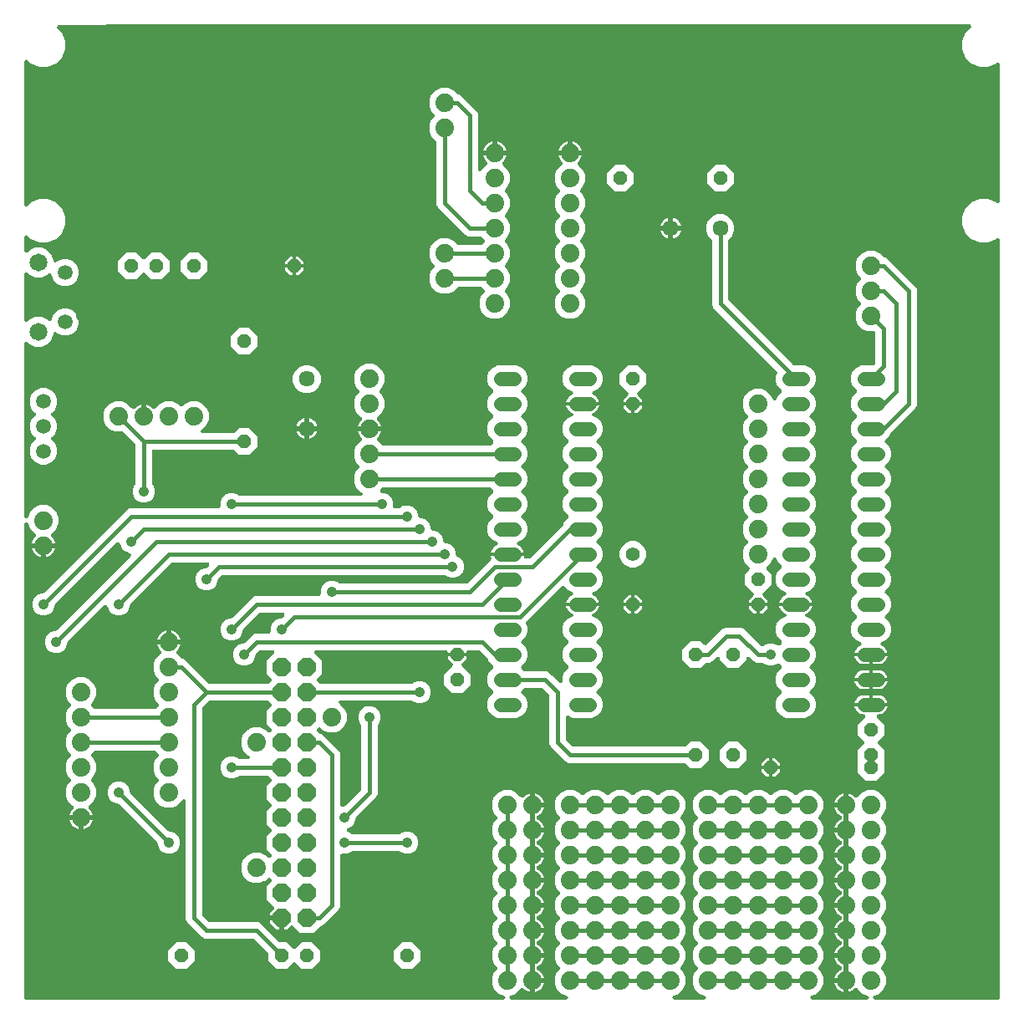
<source format=gbr>
G04 EAGLE Gerber RS-274X export*
G75*
%MOMM*%
%FSLAX34Y34*%
%LPD*%
%INBottom Copper*%
%IPPOS*%
%AMOC8*
5,1,8,0,0,1.08239X$1,22.5*%
G01*
%ADD10C,1.422400*%
%ADD11C,1.879600*%
%ADD12C,1.509600*%
%ADD13P,1.539592X8X202.500000*%
%ADD14P,1.539592X8X22.500000*%
%ADD15C,1.609600*%
%ADD16P,1.539592X8X292.500000*%
%ADD17P,1.539592X8X112.500000*%
%ADD18C,1.422400*%
%ADD19P,2.034460X8X112.500000*%
%ADD20C,1.809600*%
%ADD21C,1.058000*%
%ADD22C,0.406400*%

G36*
X491205Y6097D02*
X491205Y6097D01*
X491210Y6097D01*
X491403Y6117D01*
X491601Y6137D01*
X491606Y6138D01*
X491610Y6138D01*
X491796Y6196D01*
X491986Y6255D01*
X491990Y6257D01*
X491995Y6258D01*
X492166Y6352D01*
X492340Y6447D01*
X492344Y6449D01*
X492348Y6452D01*
X492499Y6579D01*
X492650Y6704D01*
X492652Y6708D01*
X492656Y6711D01*
X492779Y6865D01*
X492902Y7018D01*
X492904Y7022D01*
X492907Y7025D01*
X492996Y7200D01*
X493087Y7375D01*
X493089Y7380D01*
X493091Y7384D01*
X493144Y7571D01*
X493199Y7762D01*
X493199Y7767D01*
X493200Y7771D01*
X493215Y7964D01*
X493232Y8164D01*
X493231Y8168D01*
X493232Y8172D01*
X493208Y8365D01*
X493185Y8563D01*
X493183Y8568D01*
X493183Y8572D01*
X493122Y8755D01*
X493060Y8946D01*
X493058Y8950D01*
X493056Y8954D01*
X492959Y9124D01*
X492862Y9297D01*
X492859Y9300D01*
X492857Y9304D01*
X492726Y9455D01*
X492599Y9601D01*
X492595Y9604D01*
X492592Y9608D01*
X492436Y9728D01*
X492281Y9848D01*
X492277Y9850D01*
X492273Y9853D01*
X491978Y10005D01*
X486523Y12264D01*
X482164Y16623D01*
X479805Y22318D01*
X479805Y28482D01*
X482164Y34177D01*
X484651Y36664D01*
X484662Y36677D01*
X484676Y36689D01*
X484790Y36833D01*
X484906Y36975D01*
X484914Y36991D01*
X484925Y37005D01*
X485009Y37169D01*
X485095Y37331D01*
X485100Y37348D01*
X485108Y37364D01*
X485157Y37541D01*
X485209Y37717D01*
X485211Y37735D01*
X485216Y37752D01*
X485229Y37935D01*
X485246Y38118D01*
X485244Y38136D01*
X485245Y38153D01*
X485222Y38335D01*
X485202Y38518D01*
X485197Y38535D01*
X485195Y38553D01*
X485136Y38726D01*
X485081Y38902D01*
X485072Y38918D01*
X485066Y38934D01*
X484975Y39094D01*
X484886Y39254D01*
X484874Y39268D01*
X484866Y39283D01*
X484651Y39536D01*
X482164Y42023D01*
X479805Y47718D01*
X479805Y53882D01*
X482164Y59577D01*
X484651Y62064D01*
X484662Y62077D01*
X484676Y62089D01*
X484790Y62233D01*
X484906Y62375D01*
X484914Y62391D01*
X484925Y62405D01*
X485009Y62569D01*
X485095Y62731D01*
X485100Y62748D01*
X485108Y62764D01*
X485157Y62941D01*
X485209Y63117D01*
X485211Y63135D01*
X485216Y63152D01*
X485229Y63335D01*
X485246Y63518D01*
X485244Y63536D01*
X485245Y63553D01*
X485222Y63735D01*
X485202Y63918D01*
X485197Y63935D01*
X485195Y63953D01*
X485136Y64126D01*
X485081Y64302D01*
X485072Y64318D01*
X485066Y64334D01*
X484975Y64494D01*
X484886Y64654D01*
X484874Y64668D01*
X484866Y64683D01*
X484651Y64936D01*
X482164Y67423D01*
X479805Y73118D01*
X479805Y79282D01*
X482164Y84977D01*
X484651Y87464D01*
X484662Y87477D01*
X484676Y87489D01*
X484790Y87633D01*
X484906Y87775D01*
X484914Y87791D01*
X484925Y87805D01*
X485009Y87969D01*
X485095Y88131D01*
X485100Y88148D01*
X485108Y88164D01*
X485157Y88341D01*
X485209Y88517D01*
X485211Y88535D01*
X485216Y88552D01*
X485229Y88735D01*
X485246Y88918D01*
X485244Y88936D01*
X485245Y88953D01*
X485222Y89135D01*
X485202Y89318D01*
X485197Y89335D01*
X485195Y89353D01*
X485136Y89526D01*
X485081Y89702D01*
X485072Y89718D01*
X485066Y89734D01*
X484975Y89894D01*
X484886Y90054D01*
X484874Y90068D01*
X484866Y90083D01*
X484651Y90336D01*
X482164Y92823D01*
X479805Y98518D01*
X479805Y104682D01*
X482164Y110377D01*
X484651Y112864D01*
X484662Y112877D01*
X484676Y112889D01*
X484790Y113033D01*
X484906Y113175D01*
X484914Y113191D01*
X484925Y113205D01*
X485009Y113369D01*
X485095Y113531D01*
X485100Y113548D01*
X485108Y113564D01*
X485157Y113741D01*
X485209Y113917D01*
X485211Y113935D01*
X485216Y113952D01*
X485229Y114135D01*
X485246Y114318D01*
X485244Y114336D01*
X485245Y114353D01*
X485222Y114535D01*
X485202Y114718D01*
X485197Y114735D01*
X485195Y114753D01*
X485136Y114926D01*
X485081Y115102D01*
X485072Y115118D01*
X485066Y115134D01*
X484975Y115294D01*
X484886Y115454D01*
X484874Y115468D01*
X484866Y115483D01*
X484651Y115736D01*
X482164Y118223D01*
X479805Y123918D01*
X479805Y130082D01*
X482164Y135777D01*
X484651Y138264D01*
X484662Y138277D01*
X484676Y138289D01*
X484790Y138433D01*
X484906Y138575D01*
X484914Y138591D01*
X484925Y138605D01*
X485009Y138769D01*
X485095Y138931D01*
X485100Y138948D01*
X485108Y138964D01*
X485157Y139141D01*
X485209Y139317D01*
X485211Y139335D01*
X485216Y139352D01*
X485229Y139535D01*
X485246Y139718D01*
X485244Y139736D01*
X485245Y139753D01*
X485222Y139935D01*
X485202Y140118D01*
X485197Y140135D01*
X485195Y140153D01*
X485136Y140326D01*
X485081Y140502D01*
X485072Y140518D01*
X485066Y140534D01*
X484975Y140694D01*
X484886Y140854D01*
X484874Y140868D01*
X484866Y140883D01*
X484651Y141136D01*
X482164Y143623D01*
X479805Y149318D01*
X479805Y155482D01*
X482164Y161177D01*
X484651Y163664D01*
X484662Y163677D01*
X484676Y163689D01*
X484790Y163833D01*
X484906Y163975D01*
X484914Y163991D01*
X484925Y164005D01*
X485008Y164169D01*
X485095Y164331D01*
X485100Y164348D01*
X485108Y164364D01*
X485157Y164541D01*
X485209Y164717D01*
X485211Y164735D01*
X485216Y164752D01*
X485229Y164935D01*
X485246Y165118D01*
X485244Y165136D01*
X485245Y165153D01*
X485222Y165335D01*
X485202Y165518D01*
X485197Y165535D01*
X485195Y165553D01*
X485136Y165726D01*
X485081Y165902D01*
X485072Y165918D01*
X485066Y165934D01*
X484975Y166094D01*
X484886Y166254D01*
X484874Y166268D01*
X484866Y166283D01*
X484651Y166536D01*
X482164Y169023D01*
X479805Y174718D01*
X479805Y180882D01*
X482164Y186577D01*
X484651Y189064D01*
X484662Y189077D01*
X484676Y189089D01*
X484790Y189233D01*
X484906Y189375D01*
X484914Y189391D01*
X484925Y189405D01*
X485009Y189569D01*
X485095Y189731D01*
X485100Y189748D01*
X485108Y189764D01*
X485157Y189941D01*
X485209Y190117D01*
X485211Y190135D01*
X485216Y190152D01*
X485229Y190335D01*
X485246Y190518D01*
X485244Y190536D01*
X485245Y190553D01*
X485222Y190735D01*
X485202Y190918D01*
X485197Y190935D01*
X485195Y190953D01*
X485136Y191126D01*
X485081Y191302D01*
X485072Y191318D01*
X485066Y191334D01*
X484975Y191494D01*
X484886Y191654D01*
X484874Y191668D01*
X484866Y191683D01*
X484651Y191936D01*
X482164Y194423D01*
X479805Y200118D01*
X479805Y206282D01*
X482164Y211977D01*
X486523Y216336D01*
X492218Y218695D01*
X498382Y218695D01*
X504077Y216336D01*
X508436Y211977D01*
X508490Y211846D01*
X508496Y211834D01*
X508500Y211821D01*
X508591Y211657D01*
X508680Y211491D01*
X508689Y211481D01*
X508695Y211469D01*
X508817Y211326D01*
X508937Y211181D01*
X508947Y211172D01*
X508956Y211162D01*
X509103Y211046D01*
X509249Y210927D01*
X509261Y210921D01*
X509272Y210912D01*
X509439Y210827D01*
X509606Y210740D01*
X509619Y210736D01*
X509631Y210730D01*
X509813Y210679D01*
X509992Y210627D01*
X510005Y210626D01*
X510019Y210622D01*
X510208Y210608D01*
X510393Y210592D01*
X510407Y210594D01*
X510420Y210593D01*
X510608Y210616D01*
X510793Y210637D01*
X510806Y210641D01*
X510819Y210643D01*
X510997Y210703D01*
X511177Y210760D01*
X511188Y210767D01*
X511201Y210771D01*
X511363Y210865D01*
X511528Y210957D01*
X511538Y210966D01*
X511550Y210972D01*
X511803Y211187D01*
X512922Y212306D01*
X514443Y213411D01*
X516117Y214264D01*
X517904Y214845D01*
X518161Y214885D01*
X518161Y203708D01*
X518162Y203690D01*
X518161Y203673D01*
X518182Y203490D01*
X518201Y203308D01*
X518206Y203291D01*
X518208Y203273D01*
X518233Y203195D01*
X518194Y203058D01*
X518192Y203040D01*
X518188Y203023D01*
X518161Y202692D01*
X518161Y178308D01*
X518162Y178290D01*
X518161Y178273D01*
X518182Y178090D01*
X518201Y177908D01*
X518206Y177891D01*
X518208Y177873D01*
X518233Y177795D01*
X518194Y177658D01*
X518192Y177640D01*
X518188Y177623D01*
X518161Y177292D01*
X518161Y152908D01*
X518162Y152890D01*
X518161Y152873D01*
X518182Y152690D01*
X518201Y152508D01*
X518206Y152491D01*
X518208Y152473D01*
X518233Y152395D01*
X518194Y152258D01*
X518192Y152240D01*
X518188Y152223D01*
X518161Y151892D01*
X518161Y127508D01*
X518162Y127490D01*
X518161Y127473D01*
X518182Y127290D01*
X518201Y127108D01*
X518206Y127091D01*
X518208Y127073D01*
X518233Y126995D01*
X518194Y126858D01*
X518192Y126840D01*
X518188Y126823D01*
X518161Y126492D01*
X518161Y102108D01*
X518162Y102090D01*
X518161Y102073D01*
X518182Y101890D01*
X518201Y101708D01*
X518206Y101691D01*
X518208Y101673D01*
X518233Y101595D01*
X518194Y101458D01*
X518192Y101440D01*
X518188Y101423D01*
X518161Y101092D01*
X518161Y76708D01*
X518162Y76690D01*
X518161Y76673D01*
X518182Y76490D01*
X518201Y76308D01*
X518206Y76291D01*
X518208Y76273D01*
X518233Y76195D01*
X518194Y76058D01*
X518192Y76040D01*
X518188Y76023D01*
X518161Y75692D01*
X518161Y51308D01*
X518162Y51290D01*
X518161Y51273D01*
X518182Y51090D01*
X518201Y50908D01*
X518206Y50891D01*
X518208Y50873D01*
X518233Y50795D01*
X518194Y50658D01*
X518192Y50640D01*
X518188Y50623D01*
X518161Y50292D01*
X518161Y25908D01*
X518162Y25890D01*
X518161Y25873D01*
X518182Y25690D01*
X518201Y25508D01*
X518206Y25491D01*
X518208Y25473D01*
X518233Y25395D01*
X518194Y25258D01*
X518192Y25240D01*
X518188Y25223D01*
X518161Y24892D01*
X518161Y13715D01*
X517904Y13755D01*
X516117Y14336D01*
X514443Y15189D01*
X512922Y16294D01*
X511803Y17413D01*
X511793Y17422D01*
X511784Y17432D01*
X511637Y17549D01*
X511492Y17668D01*
X511480Y17674D01*
X511469Y17683D01*
X511301Y17769D01*
X511136Y17857D01*
X511123Y17861D01*
X511111Y17867D01*
X510930Y17918D01*
X510750Y17972D01*
X510737Y17973D01*
X510724Y17976D01*
X510537Y17991D01*
X510349Y18008D01*
X510335Y18006D01*
X510322Y18007D01*
X510137Y17985D01*
X509949Y17965D01*
X509936Y17960D01*
X509923Y17959D01*
X509745Y17900D01*
X509565Y17843D01*
X509553Y17836D01*
X509540Y17832D01*
X509377Y17739D01*
X509213Y17648D01*
X509202Y17640D01*
X509191Y17633D01*
X509048Y17509D01*
X508906Y17388D01*
X508897Y17377D01*
X508887Y17368D01*
X508772Y17219D01*
X508656Y17072D01*
X508650Y17060D01*
X508642Y17049D01*
X508490Y16754D01*
X508436Y16623D01*
X504077Y12264D01*
X503518Y12032D01*
X498622Y10005D01*
X498618Y10003D01*
X498614Y10001D01*
X498441Y9908D01*
X498267Y9814D01*
X498263Y9812D01*
X498260Y9809D01*
X498111Y9685D01*
X497957Y9558D01*
X497954Y9555D01*
X497950Y9552D01*
X497827Y9399D01*
X497703Y9245D01*
X497701Y9241D01*
X497698Y9238D01*
X497607Y9063D01*
X497516Y8889D01*
X497515Y8885D01*
X497513Y8881D01*
X497456Y8686D01*
X497403Y8502D01*
X497402Y8498D01*
X497401Y8494D01*
X497385Y8296D01*
X497368Y8101D01*
X497369Y8097D01*
X497368Y8092D01*
X497391Y7895D01*
X497413Y7701D01*
X497415Y7697D01*
X497415Y7693D01*
X497477Y7504D01*
X497536Y7318D01*
X497539Y7314D01*
X497540Y7310D01*
X497637Y7137D01*
X497733Y6966D01*
X497736Y6963D01*
X497738Y6959D01*
X497866Y6810D01*
X497995Y6661D01*
X497998Y6658D01*
X498001Y6654D01*
X498154Y6536D01*
X498312Y6412D01*
X498316Y6410D01*
X498319Y6408D01*
X498494Y6321D01*
X498671Y6232D01*
X498676Y6230D01*
X498680Y6228D01*
X498873Y6177D01*
X499060Y6125D01*
X499064Y6125D01*
X499068Y6124D01*
X499399Y6097D01*
X554701Y6097D01*
X554705Y6097D01*
X554710Y6097D01*
X554903Y6117D01*
X555101Y6137D01*
X555106Y6138D01*
X555110Y6138D01*
X555296Y6196D01*
X555486Y6255D01*
X555490Y6257D01*
X555495Y6258D01*
X555666Y6352D01*
X555840Y6447D01*
X555844Y6449D01*
X555848Y6452D01*
X555999Y6579D01*
X556150Y6704D01*
X556152Y6708D01*
X556156Y6711D01*
X556279Y6865D01*
X556402Y7018D01*
X556404Y7022D01*
X556407Y7025D01*
X556496Y7200D01*
X556587Y7375D01*
X556589Y7380D01*
X556591Y7384D01*
X556644Y7571D01*
X556699Y7762D01*
X556699Y7767D01*
X556700Y7771D01*
X556715Y7964D01*
X556732Y8164D01*
X556731Y8168D01*
X556732Y8172D01*
X556708Y8365D01*
X556685Y8563D01*
X556683Y8568D01*
X556683Y8572D01*
X556622Y8755D01*
X556560Y8946D01*
X556558Y8950D01*
X556556Y8954D01*
X556459Y9124D01*
X556362Y9297D01*
X556359Y9300D01*
X556357Y9304D01*
X556226Y9455D01*
X556099Y9601D01*
X556095Y9604D01*
X556092Y9608D01*
X555936Y9728D01*
X555781Y9848D01*
X555777Y9850D01*
X555773Y9853D01*
X555478Y10005D01*
X550023Y12264D01*
X545664Y16623D01*
X543305Y22318D01*
X543305Y28482D01*
X545664Y34177D01*
X548151Y36664D01*
X548162Y36677D01*
X548176Y36689D01*
X548290Y36833D01*
X548406Y36975D01*
X548414Y36991D01*
X548425Y37005D01*
X548509Y37169D01*
X548595Y37331D01*
X548600Y37348D01*
X548608Y37364D01*
X548657Y37541D01*
X548709Y37717D01*
X548711Y37735D01*
X548716Y37752D01*
X548729Y37935D01*
X548746Y38118D01*
X548744Y38136D01*
X548745Y38153D01*
X548722Y38335D01*
X548702Y38518D01*
X548697Y38535D01*
X548695Y38553D01*
X548636Y38726D01*
X548581Y38902D01*
X548572Y38918D01*
X548566Y38934D01*
X548475Y39094D01*
X548386Y39254D01*
X548374Y39268D01*
X548366Y39283D01*
X548151Y39536D01*
X545664Y42023D01*
X543305Y47718D01*
X543305Y53882D01*
X545664Y59577D01*
X548151Y62064D01*
X548162Y62077D01*
X548176Y62089D01*
X548290Y62233D01*
X548406Y62375D01*
X548414Y62391D01*
X548425Y62405D01*
X548509Y62569D01*
X548595Y62731D01*
X548600Y62748D01*
X548608Y62764D01*
X548657Y62941D01*
X548709Y63117D01*
X548711Y63135D01*
X548716Y63152D01*
X548729Y63335D01*
X548746Y63518D01*
X548744Y63536D01*
X548745Y63553D01*
X548722Y63735D01*
X548702Y63918D01*
X548697Y63935D01*
X548695Y63953D01*
X548636Y64126D01*
X548581Y64302D01*
X548572Y64318D01*
X548566Y64334D01*
X548475Y64494D01*
X548386Y64654D01*
X548374Y64668D01*
X548366Y64683D01*
X548151Y64936D01*
X545664Y67423D01*
X543305Y73118D01*
X543305Y79282D01*
X545664Y84977D01*
X548151Y87464D01*
X548162Y87477D01*
X548176Y87489D01*
X548290Y87633D01*
X548406Y87775D01*
X548414Y87791D01*
X548425Y87805D01*
X548509Y87969D01*
X548595Y88131D01*
X548600Y88148D01*
X548608Y88164D01*
X548657Y88341D01*
X548709Y88517D01*
X548711Y88535D01*
X548716Y88552D01*
X548729Y88735D01*
X548746Y88918D01*
X548744Y88936D01*
X548745Y88953D01*
X548722Y89135D01*
X548702Y89318D01*
X548697Y89335D01*
X548695Y89353D01*
X548636Y89526D01*
X548581Y89702D01*
X548572Y89718D01*
X548566Y89734D01*
X548475Y89894D01*
X548386Y90054D01*
X548374Y90068D01*
X548366Y90083D01*
X548151Y90336D01*
X545664Y92823D01*
X543305Y98518D01*
X543305Y104682D01*
X545664Y110377D01*
X548151Y112864D01*
X548162Y112877D01*
X548176Y112889D01*
X548290Y113033D01*
X548406Y113175D01*
X548414Y113191D01*
X548425Y113205D01*
X548509Y113369D01*
X548595Y113531D01*
X548600Y113548D01*
X548608Y113564D01*
X548657Y113741D01*
X548709Y113917D01*
X548711Y113935D01*
X548716Y113952D01*
X548729Y114135D01*
X548746Y114318D01*
X548744Y114336D01*
X548745Y114353D01*
X548722Y114535D01*
X548702Y114718D01*
X548697Y114735D01*
X548695Y114753D01*
X548636Y114926D01*
X548581Y115102D01*
X548572Y115118D01*
X548566Y115134D01*
X548475Y115294D01*
X548386Y115454D01*
X548374Y115468D01*
X548366Y115483D01*
X548151Y115736D01*
X545664Y118223D01*
X543305Y123918D01*
X543305Y130082D01*
X545664Y135777D01*
X548151Y138264D01*
X548162Y138277D01*
X548176Y138289D01*
X548290Y138433D01*
X548406Y138575D01*
X548414Y138591D01*
X548425Y138605D01*
X548509Y138769D01*
X548595Y138931D01*
X548600Y138948D01*
X548608Y138964D01*
X548657Y139141D01*
X548709Y139317D01*
X548711Y139335D01*
X548716Y139352D01*
X548729Y139535D01*
X548746Y139718D01*
X548744Y139736D01*
X548745Y139753D01*
X548722Y139935D01*
X548702Y140118D01*
X548697Y140135D01*
X548695Y140153D01*
X548636Y140326D01*
X548581Y140502D01*
X548572Y140518D01*
X548566Y140534D01*
X548475Y140694D01*
X548386Y140854D01*
X548374Y140868D01*
X548366Y140883D01*
X548151Y141136D01*
X545664Y143623D01*
X543305Y149318D01*
X543305Y155482D01*
X545664Y161177D01*
X548151Y163664D01*
X548162Y163677D01*
X548176Y163689D01*
X548290Y163833D01*
X548406Y163975D01*
X548414Y163991D01*
X548425Y164005D01*
X548508Y164169D01*
X548595Y164331D01*
X548600Y164348D01*
X548608Y164364D01*
X548657Y164541D01*
X548709Y164717D01*
X548711Y164735D01*
X548716Y164752D01*
X548729Y164935D01*
X548746Y165118D01*
X548744Y165136D01*
X548745Y165153D01*
X548722Y165335D01*
X548702Y165518D01*
X548697Y165535D01*
X548695Y165553D01*
X548636Y165726D01*
X548581Y165902D01*
X548572Y165918D01*
X548566Y165934D01*
X548475Y166094D01*
X548386Y166254D01*
X548374Y166268D01*
X548366Y166283D01*
X548151Y166536D01*
X545664Y169023D01*
X543305Y174718D01*
X543305Y180882D01*
X545664Y186577D01*
X548151Y189064D01*
X548162Y189077D01*
X548176Y189089D01*
X548290Y189233D01*
X548406Y189375D01*
X548414Y189391D01*
X548425Y189405D01*
X548509Y189569D01*
X548595Y189731D01*
X548600Y189748D01*
X548608Y189764D01*
X548657Y189941D01*
X548709Y190117D01*
X548711Y190135D01*
X548716Y190152D01*
X548729Y190335D01*
X548746Y190518D01*
X548744Y190536D01*
X548745Y190553D01*
X548722Y190735D01*
X548702Y190918D01*
X548697Y190935D01*
X548695Y190953D01*
X548636Y191126D01*
X548581Y191302D01*
X548572Y191318D01*
X548566Y191334D01*
X548475Y191494D01*
X548386Y191654D01*
X548374Y191668D01*
X548366Y191683D01*
X548151Y191936D01*
X545664Y194423D01*
X543305Y200118D01*
X543305Y206282D01*
X545664Y211977D01*
X550023Y216336D01*
X555718Y218695D01*
X561882Y218695D01*
X567577Y216336D01*
X570064Y213849D01*
X570070Y213844D01*
X570072Y213842D01*
X570078Y213837D01*
X570089Y213824D01*
X570233Y213711D01*
X570375Y213594D01*
X570391Y213586D01*
X570405Y213575D01*
X570569Y213491D01*
X570731Y213405D01*
X570748Y213400D01*
X570764Y213392D01*
X570941Y213343D01*
X571117Y213291D01*
X571135Y213289D01*
X571152Y213284D01*
X571335Y213271D01*
X571518Y213254D01*
X571536Y213256D01*
X571553Y213255D01*
X571735Y213278D01*
X571918Y213298D01*
X571935Y213303D01*
X571953Y213305D01*
X572127Y213364D01*
X572302Y213419D01*
X572318Y213428D01*
X572334Y213434D01*
X572493Y213525D01*
X572654Y213614D01*
X572668Y213626D01*
X572683Y213635D01*
X572936Y213849D01*
X575423Y216336D01*
X581118Y218695D01*
X587282Y218695D01*
X592977Y216336D01*
X595464Y213849D01*
X595471Y213844D01*
X595472Y213842D01*
X595478Y213837D01*
X595489Y213824D01*
X595633Y213710D01*
X595775Y213594D01*
X595791Y213586D01*
X595805Y213575D01*
X595969Y213491D01*
X596131Y213405D01*
X596148Y213400D01*
X596164Y213392D01*
X596341Y213343D01*
X596517Y213291D01*
X596535Y213289D01*
X596552Y213284D01*
X596735Y213271D01*
X596918Y213254D01*
X596936Y213256D01*
X596953Y213255D01*
X597135Y213278D01*
X597318Y213298D01*
X597335Y213303D01*
X597353Y213305D01*
X597526Y213364D01*
X597702Y213419D01*
X597718Y213428D01*
X597734Y213434D01*
X597894Y213525D01*
X598054Y213614D01*
X598068Y213626D01*
X598083Y213634D01*
X598336Y213849D01*
X600823Y216336D01*
X606518Y218695D01*
X612682Y218695D01*
X618377Y216336D01*
X620864Y213849D01*
X620871Y213844D01*
X620872Y213842D01*
X620878Y213837D01*
X620889Y213824D01*
X621033Y213710D01*
X621175Y213594D01*
X621191Y213586D01*
X621205Y213575D01*
X621369Y213491D01*
X621531Y213405D01*
X621548Y213400D01*
X621564Y213392D01*
X621741Y213343D01*
X621917Y213291D01*
X621935Y213289D01*
X621952Y213284D01*
X622135Y213271D01*
X622318Y213254D01*
X622336Y213256D01*
X622353Y213255D01*
X622535Y213278D01*
X622718Y213298D01*
X622735Y213303D01*
X622753Y213305D01*
X622926Y213364D01*
X623102Y213419D01*
X623118Y213428D01*
X623134Y213434D01*
X623294Y213525D01*
X623454Y213614D01*
X623468Y213626D01*
X623483Y213634D01*
X623736Y213849D01*
X626223Y216336D01*
X631918Y218695D01*
X638082Y218695D01*
X643777Y216336D01*
X646264Y213849D01*
X646271Y213844D01*
X646272Y213842D01*
X646278Y213837D01*
X646289Y213824D01*
X646433Y213710D01*
X646575Y213594D01*
X646591Y213586D01*
X646605Y213575D01*
X646769Y213491D01*
X646931Y213405D01*
X646948Y213400D01*
X646964Y213392D01*
X647141Y213343D01*
X647317Y213291D01*
X647335Y213289D01*
X647352Y213284D01*
X647535Y213271D01*
X647718Y213254D01*
X647736Y213256D01*
X647753Y213255D01*
X647935Y213278D01*
X648118Y213298D01*
X648135Y213303D01*
X648153Y213305D01*
X648326Y213364D01*
X648502Y213419D01*
X648518Y213428D01*
X648534Y213434D01*
X648694Y213525D01*
X648854Y213614D01*
X648868Y213626D01*
X648883Y213634D01*
X649136Y213849D01*
X651623Y216336D01*
X657318Y218695D01*
X663482Y218695D01*
X669177Y216336D01*
X673536Y211977D01*
X675895Y206282D01*
X675895Y200118D01*
X673536Y194423D01*
X671049Y191936D01*
X671038Y191922D01*
X671024Y191911D01*
X670911Y191767D01*
X670794Y191625D01*
X670786Y191609D01*
X670775Y191595D01*
X670691Y191430D01*
X670605Y191269D01*
X670600Y191252D01*
X670592Y191236D01*
X670543Y191059D01*
X670491Y190883D01*
X670489Y190865D01*
X670484Y190848D01*
X670471Y190664D01*
X670454Y190482D01*
X670456Y190464D01*
X670455Y190447D01*
X670478Y190265D01*
X670498Y190082D01*
X670503Y190065D01*
X670505Y190047D01*
X670564Y189873D01*
X670619Y189698D01*
X670628Y189682D01*
X670634Y189666D01*
X670725Y189507D01*
X670814Y189346D01*
X670826Y189332D01*
X670835Y189317D01*
X671049Y189064D01*
X673536Y186577D01*
X675895Y180882D01*
X675895Y174718D01*
X673536Y169023D01*
X671049Y166536D01*
X671038Y166522D01*
X671024Y166511D01*
X670911Y166367D01*
X670794Y166225D01*
X670786Y166209D01*
X670775Y166195D01*
X670691Y166030D01*
X670605Y165869D01*
X670600Y165852D01*
X670592Y165836D01*
X670543Y165659D01*
X670491Y165483D01*
X670489Y165465D01*
X670484Y165448D01*
X670471Y165264D01*
X670454Y165082D01*
X670456Y165064D01*
X670455Y165047D01*
X670478Y164865D01*
X670498Y164682D01*
X670503Y164665D01*
X670505Y164647D01*
X670564Y164473D01*
X670619Y164298D01*
X670628Y164282D01*
X670634Y164266D01*
X670725Y164107D01*
X670814Y163946D01*
X670826Y163932D01*
X670835Y163917D01*
X671049Y163664D01*
X673536Y161177D01*
X675895Y155482D01*
X675895Y149318D01*
X673536Y143623D01*
X671049Y141136D01*
X671038Y141122D01*
X671024Y141111D01*
X670911Y140967D01*
X670794Y140825D01*
X670786Y140809D01*
X670775Y140795D01*
X670691Y140630D01*
X670605Y140469D01*
X670600Y140452D01*
X670592Y140436D01*
X670543Y140259D01*
X670491Y140083D01*
X670489Y140065D01*
X670484Y140048D01*
X670471Y139864D01*
X670454Y139682D01*
X670456Y139664D01*
X670455Y139647D01*
X670478Y139465D01*
X670498Y139282D01*
X670503Y139265D01*
X670505Y139247D01*
X670564Y139073D01*
X670619Y138898D01*
X670628Y138882D01*
X670634Y138866D01*
X670725Y138707D01*
X670814Y138546D01*
X670826Y138532D01*
X670835Y138517D01*
X671049Y138264D01*
X673536Y135777D01*
X675895Y130082D01*
X675895Y123918D01*
X673536Y118223D01*
X671049Y115736D01*
X671038Y115722D01*
X671024Y115711D01*
X670911Y115567D01*
X670794Y115425D01*
X670786Y115409D01*
X670775Y115395D01*
X670691Y115230D01*
X670605Y115069D01*
X670600Y115052D01*
X670592Y115036D01*
X670543Y114859D01*
X670491Y114683D01*
X670489Y114665D01*
X670484Y114648D01*
X670471Y114464D01*
X670454Y114282D01*
X670456Y114264D01*
X670455Y114247D01*
X670478Y114064D01*
X670498Y113882D01*
X670503Y113865D01*
X670505Y113847D01*
X670564Y113673D01*
X670619Y113498D01*
X670628Y113482D01*
X670634Y113466D01*
X670725Y113307D01*
X670814Y113146D01*
X670826Y113132D01*
X670835Y113117D01*
X671049Y112864D01*
X673536Y110377D01*
X675895Y104682D01*
X675895Y98518D01*
X673536Y92823D01*
X671049Y90336D01*
X671038Y90322D01*
X671024Y90311D01*
X670911Y90167D01*
X670794Y90025D01*
X670786Y90009D01*
X670775Y89995D01*
X670691Y89830D01*
X670605Y89669D01*
X670600Y89652D01*
X670592Y89636D01*
X670543Y89459D01*
X670491Y89283D01*
X670489Y89265D01*
X670484Y89248D01*
X670471Y89064D01*
X670454Y88882D01*
X670456Y88864D01*
X670455Y88847D01*
X670478Y88665D01*
X670498Y88482D01*
X670503Y88465D01*
X670505Y88447D01*
X670564Y88273D01*
X670619Y88098D01*
X670628Y88082D01*
X670634Y88066D01*
X670725Y87907D01*
X670814Y87746D01*
X670826Y87732D01*
X670835Y87717D01*
X671049Y87464D01*
X673536Y84977D01*
X675895Y79282D01*
X675895Y73118D01*
X673536Y67423D01*
X671049Y64936D01*
X671038Y64922D01*
X671024Y64911D01*
X670911Y64767D01*
X670794Y64625D01*
X670786Y64609D01*
X670775Y64595D01*
X670691Y64430D01*
X670605Y64269D01*
X670600Y64252D01*
X670592Y64236D01*
X670543Y64059D01*
X670491Y63883D01*
X670489Y63865D01*
X670484Y63848D01*
X670471Y63664D01*
X670454Y63482D01*
X670456Y63464D01*
X670455Y63447D01*
X670478Y63265D01*
X670498Y63082D01*
X670503Y63065D01*
X670505Y63047D01*
X670564Y62873D01*
X670619Y62698D01*
X670628Y62682D01*
X670634Y62666D01*
X670725Y62507D01*
X670814Y62346D01*
X670826Y62332D01*
X670835Y62317D01*
X671049Y62064D01*
X673536Y59577D01*
X675895Y53882D01*
X675895Y47718D01*
X673536Y42023D01*
X671049Y39536D01*
X671038Y39522D01*
X671024Y39511D01*
X670911Y39367D01*
X670794Y39225D01*
X670786Y39209D01*
X670775Y39195D01*
X670691Y39030D01*
X670605Y38869D01*
X670600Y38852D01*
X670592Y38836D01*
X670543Y38659D01*
X670491Y38483D01*
X670489Y38465D01*
X670484Y38448D01*
X670471Y38264D01*
X670454Y38082D01*
X670456Y38064D01*
X670455Y38047D01*
X670478Y37865D01*
X670498Y37682D01*
X670503Y37665D01*
X670505Y37647D01*
X670564Y37473D01*
X670619Y37298D01*
X670628Y37282D01*
X670634Y37266D01*
X670725Y37107D01*
X670814Y36946D01*
X670826Y36932D01*
X670835Y36917D01*
X671049Y36664D01*
X673536Y34177D01*
X675895Y28482D01*
X675895Y22318D01*
X673536Y16623D01*
X669177Y12264D01*
X668618Y12032D01*
X663722Y10005D01*
X663718Y10003D01*
X663714Y10001D01*
X663541Y9908D01*
X663367Y9814D01*
X663363Y9812D01*
X663360Y9809D01*
X663211Y9685D01*
X663057Y9558D01*
X663054Y9555D01*
X663050Y9552D01*
X662927Y9399D01*
X662803Y9245D01*
X662801Y9241D01*
X662798Y9238D01*
X662707Y9063D01*
X662616Y8889D01*
X662615Y8885D01*
X662613Y8881D01*
X662556Y8686D01*
X662503Y8502D01*
X662502Y8498D01*
X662501Y8494D01*
X662485Y8296D01*
X662468Y8101D01*
X662469Y8097D01*
X662468Y8092D01*
X662491Y7895D01*
X662513Y7701D01*
X662515Y7697D01*
X662515Y7693D01*
X662577Y7504D01*
X662636Y7318D01*
X662639Y7314D01*
X662640Y7310D01*
X662737Y7137D01*
X662833Y6966D01*
X662836Y6963D01*
X662838Y6959D01*
X662966Y6810D01*
X663095Y6661D01*
X663098Y6658D01*
X663101Y6654D01*
X663254Y6536D01*
X663412Y6412D01*
X663416Y6410D01*
X663419Y6408D01*
X663594Y6321D01*
X663771Y6232D01*
X663776Y6230D01*
X663780Y6228D01*
X663973Y6177D01*
X664160Y6125D01*
X664164Y6125D01*
X664168Y6124D01*
X664499Y6097D01*
X694401Y6097D01*
X694405Y6097D01*
X694410Y6097D01*
X694603Y6117D01*
X694801Y6137D01*
X694806Y6138D01*
X694810Y6138D01*
X694996Y6196D01*
X695186Y6255D01*
X695190Y6257D01*
X695195Y6258D01*
X695366Y6352D01*
X695540Y6447D01*
X695544Y6449D01*
X695548Y6452D01*
X695699Y6579D01*
X695850Y6704D01*
X695852Y6708D01*
X695856Y6711D01*
X695979Y6865D01*
X696102Y7018D01*
X696104Y7022D01*
X696107Y7025D01*
X696196Y7200D01*
X696287Y7375D01*
X696289Y7380D01*
X696291Y7384D01*
X696344Y7571D01*
X696399Y7762D01*
X696399Y7767D01*
X696400Y7771D01*
X696415Y7964D01*
X696432Y8164D01*
X696431Y8168D01*
X696432Y8172D01*
X696408Y8365D01*
X696385Y8563D01*
X696383Y8568D01*
X696383Y8572D01*
X696322Y8755D01*
X696260Y8946D01*
X696258Y8950D01*
X696256Y8954D01*
X696159Y9124D01*
X696062Y9297D01*
X696059Y9300D01*
X696057Y9304D01*
X695926Y9455D01*
X695799Y9601D01*
X695795Y9604D01*
X695792Y9608D01*
X695636Y9728D01*
X695481Y9848D01*
X695477Y9850D01*
X695473Y9853D01*
X695178Y10005D01*
X689723Y12264D01*
X685364Y16623D01*
X683005Y22318D01*
X683005Y28482D01*
X685364Y34177D01*
X687851Y36664D01*
X687862Y36677D01*
X687876Y36689D01*
X687990Y36833D01*
X688106Y36975D01*
X688114Y36991D01*
X688125Y37005D01*
X688209Y37169D01*
X688295Y37331D01*
X688300Y37348D01*
X688308Y37364D01*
X688357Y37541D01*
X688409Y37717D01*
X688411Y37735D01*
X688416Y37752D01*
X688429Y37935D01*
X688446Y38118D01*
X688444Y38136D01*
X688445Y38153D01*
X688422Y38335D01*
X688402Y38518D01*
X688397Y38535D01*
X688395Y38553D01*
X688336Y38726D01*
X688281Y38902D01*
X688272Y38918D01*
X688266Y38934D01*
X688175Y39094D01*
X688086Y39254D01*
X688074Y39268D01*
X688066Y39283D01*
X687851Y39536D01*
X685364Y42023D01*
X683005Y47718D01*
X683005Y53882D01*
X685364Y59577D01*
X687851Y62064D01*
X687862Y62077D01*
X687876Y62089D01*
X687990Y62233D01*
X688106Y62375D01*
X688114Y62391D01*
X688125Y62405D01*
X688209Y62569D01*
X688295Y62731D01*
X688300Y62748D01*
X688308Y62764D01*
X688357Y62941D01*
X688409Y63117D01*
X688411Y63135D01*
X688416Y63152D01*
X688429Y63335D01*
X688446Y63518D01*
X688444Y63536D01*
X688445Y63553D01*
X688422Y63735D01*
X688402Y63918D01*
X688397Y63935D01*
X688395Y63953D01*
X688336Y64126D01*
X688281Y64302D01*
X688272Y64318D01*
X688266Y64334D01*
X688175Y64494D01*
X688086Y64654D01*
X688074Y64668D01*
X688066Y64683D01*
X687851Y64936D01*
X685364Y67423D01*
X683005Y73118D01*
X683005Y79282D01*
X685364Y84977D01*
X687851Y87464D01*
X687862Y87477D01*
X687876Y87489D01*
X687990Y87633D01*
X688106Y87775D01*
X688114Y87791D01*
X688125Y87805D01*
X688209Y87969D01*
X688295Y88131D01*
X688300Y88148D01*
X688308Y88164D01*
X688357Y88341D01*
X688409Y88517D01*
X688411Y88535D01*
X688416Y88552D01*
X688429Y88735D01*
X688446Y88918D01*
X688444Y88936D01*
X688445Y88953D01*
X688422Y89135D01*
X688402Y89318D01*
X688397Y89335D01*
X688395Y89353D01*
X688336Y89526D01*
X688281Y89702D01*
X688272Y89718D01*
X688266Y89734D01*
X688175Y89894D01*
X688086Y90054D01*
X688074Y90068D01*
X688066Y90083D01*
X687851Y90336D01*
X685364Y92823D01*
X683005Y98518D01*
X683005Y104682D01*
X685364Y110377D01*
X687851Y112864D01*
X687862Y112877D01*
X687876Y112889D01*
X687990Y113033D01*
X688106Y113175D01*
X688114Y113191D01*
X688125Y113205D01*
X688209Y113369D01*
X688295Y113531D01*
X688300Y113548D01*
X688308Y113564D01*
X688357Y113741D01*
X688409Y113917D01*
X688411Y113935D01*
X688416Y113952D01*
X688429Y114135D01*
X688446Y114318D01*
X688444Y114336D01*
X688445Y114353D01*
X688422Y114535D01*
X688402Y114718D01*
X688397Y114735D01*
X688395Y114753D01*
X688336Y114926D01*
X688281Y115102D01*
X688272Y115118D01*
X688266Y115134D01*
X688175Y115294D01*
X688086Y115454D01*
X688074Y115468D01*
X688066Y115483D01*
X687851Y115736D01*
X685364Y118223D01*
X683005Y123918D01*
X683005Y130082D01*
X685364Y135777D01*
X687851Y138264D01*
X687862Y138277D01*
X687876Y138289D01*
X687990Y138433D01*
X688106Y138575D01*
X688114Y138591D01*
X688125Y138605D01*
X688209Y138769D01*
X688295Y138931D01*
X688300Y138948D01*
X688308Y138964D01*
X688357Y139141D01*
X688409Y139317D01*
X688411Y139335D01*
X688416Y139352D01*
X688429Y139535D01*
X688446Y139718D01*
X688444Y139736D01*
X688445Y139753D01*
X688422Y139935D01*
X688402Y140118D01*
X688397Y140135D01*
X688395Y140153D01*
X688336Y140326D01*
X688281Y140502D01*
X688272Y140518D01*
X688266Y140534D01*
X688175Y140694D01*
X688086Y140854D01*
X688074Y140868D01*
X688066Y140883D01*
X687851Y141136D01*
X685364Y143623D01*
X683005Y149318D01*
X683005Y155482D01*
X685364Y161177D01*
X687851Y163664D01*
X687862Y163677D01*
X687876Y163689D01*
X687990Y163833D01*
X688106Y163975D01*
X688114Y163991D01*
X688125Y164005D01*
X688208Y164169D01*
X688295Y164331D01*
X688300Y164348D01*
X688308Y164364D01*
X688357Y164541D01*
X688409Y164717D01*
X688411Y164735D01*
X688416Y164752D01*
X688429Y164935D01*
X688446Y165118D01*
X688444Y165136D01*
X688445Y165153D01*
X688422Y165335D01*
X688402Y165518D01*
X688397Y165535D01*
X688395Y165553D01*
X688336Y165726D01*
X688281Y165902D01*
X688272Y165918D01*
X688266Y165934D01*
X688175Y166094D01*
X688086Y166254D01*
X688074Y166268D01*
X688066Y166283D01*
X687851Y166536D01*
X685364Y169023D01*
X683005Y174718D01*
X683005Y180882D01*
X685364Y186577D01*
X687851Y189064D01*
X687862Y189077D01*
X687876Y189089D01*
X687990Y189233D01*
X688106Y189375D01*
X688114Y189391D01*
X688125Y189405D01*
X688209Y189569D01*
X688295Y189731D01*
X688300Y189748D01*
X688308Y189764D01*
X688357Y189941D01*
X688409Y190117D01*
X688411Y190135D01*
X688416Y190152D01*
X688429Y190335D01*
X688446Y190518D01*
X688444Y190536D01*
X688445Y190553D01*
X688422Y190735D01*
X688402Y190918D01*
X688397Y190935D01*
X688395Y190953D01*
X688336Y191126D01*
X688281Y191302D01*
X688272Y191318D01*
X688266Y191334D01*
X688175Y191494D01*
X688086Y191654D01*
X688074Y191668D01*
X688066Y191683D01*
X687851Y191936D01*
X685364Y194423D01*
X683005Y200118D01*
X683005Y206282D01*
X685364Y211977D01*
X689723Y216336D01*
X695418Y218695D01*
X701582Y218695D01*
X707277Y216336D01*
X709764Y213849D01*
X709771Y213844D01*
X709772Y213842D01*
X709778Y213837D01*
X709789Y213824D01*
X709933Y213710D01*
X710075Y213594D01*
X710091Y213586D01*
X710105Y213575D01*
X710269Y213491D01*
X710431Y213405D01*
X710448Y213400D01*
X710464Y213392D01*
X710641Y213343D01*
X710817Y213291D01*
X710835Y213289D01*
X710852Y213284D01*
X711035Y213271D01*
X711218Y213254D01*
X711236Y213256D01*
X711253Y213255D01*
X711435Y213278D01*
X711618Y213298D01*
X711635Y213303D01*
X711653Y213305D01*
X711826Y213364D01*
X712002Y213419D01*
X712018Y213428D01*
X712034Y213434D01*
X712194Y213525D01*
X712354Y213614D01*
X712368Y213626D01*
X712383Y213634D01*
X712636Y213849D01*
X715123Y216336D01*
X720818Y218695D01*
X726982Y218695D01*
X732677Y216336D01*
X735164Y213849D01*
X735170Y213844D01*
X735172Y213842D01*
X735178Y213837D01*
X735189Y213824D01*
X735333Y213711D01*
X735475Y213594D01*
X735491Y213586D01*
X735505Y213575D01*
X735669Y213491D01*
X735831Y213405D01*
X735848Y213400D01*
X735864Y213392D01*
X736041Y213343D01*
X736217Y213291D01*
X736235Y213289D01*
X736252Y213284D01*
X736435Y213271D01*
X736618Y213254D01*
X736636Y213256D01*
X736653Y213255D01*
X736835Y213278D01*
X737018Y213298D01*
X737035Y213303D01*
X737053Y213305D01*
X737227Y213364D01*
X737402Y213419D01*
X737418Y213428D01*
X737434Y213434D01*
X737593Y213525D01*
X737754Y213614D01*
X737768Y213626D01*
X737783Y213635D01*
X738036Y213849D01*
X740523Y216336D01*
X746218Y218695D01*
X752382Y218695D01*
X758077Y216336D01*
X760564Y213849D01*
X760571Y213844D01*
X760572Y213842D01*
X760578Y213837D01*
X760589Y213824D01*
X760733Y213710D01*
X760875Y213594D01*
X760891Y213586D01*
X760905Y213575D01*
X761069Y213491D01*
X761231Y213405D01*
X761248Y213400D01*
X761264Y213392D01*
X761441Y213343D01*
X761617Y213291D01*
X761635Y213289D01*
X761652Y213284D01*
X761835Y213271D01*
X762018Y213254D01*
X762036Y213256D01*
X762053Y213255D01*
X762235Y213278D01*
X762418Y213298D01*
X762435Y213303D01*
X762453Y213305D01*
X762626Y213364D01*
X762802Y213419D01*
X762818Y213428D01*
X762834Y213434D01*
X762994Y213525D01*
X763154Y213614D01*
X763168Y213626D01*
X763183Y213634D01*
X763436Y213849D01*
X765923Y216336D01*
X771618Y218695D01*
X777782Y218695D01*
X783477Y216336D01*
X785964Y213849D01*
X785971Y213844D01*
X785972Y213842D01*
X785978Y213837D01*
X785989Y213824D01*
X786133Y213710D01*
X786275Y213594D01*
X786291Y213586D01*
X786305Y213575D01*
X786469Y213491D01*
X786631Y213405D01*
X786648Y213400D01*
X786664Y213392D01*
X786841Y213343D01*
X787017Y213291D01*
X787035Y213289D01*
X787052Y213284D01*
X787235Y213271D01*
X787418Y213254D01*
X787436Y213256D01*
X787453Y213255D01*
X787635Y213278D01*
X787818Y213298D01*
X787835Y213303D01*
X787853Y213305D01*
X788026Y213364D01*
X788202Y213419D01*
X788218Y213428D01*
X788234Y213434D01*
X788394Y213525D01*
X788554Y213614D01*
X788568Y213626D01*
X788583Y213634D01*
X788836Y213849D01*
X791323Y216336D01*
X797018Y218695D01*
X803182Y218695D01*
X808877Y216336D01*
X813236Y211977D01*
X815595Y206282D01*
X815595Y200118D01*
X813236Y194423D01*
X810749Y191936D01*
X810738Y191922D01*
X810724Y191911D01*
X810611Y191767D01*
X810494Y191625D01*
X810486Y191609D01*
X810475Y191595D01*
X810391Y191430D01*
X810305Y191269D01*
X810300Y191252D01*
X810292Y191236D01*
X810243Y191059D01*
X810191Y190883D01*
X810189Y190865D01*
X810184Y190848D01*
X810171Y190664D01*
X810154Y190482D01*
X810156Y190464D01*
X810155Y190447D01*
X810178Y190265D01*
X810198Y190082D01*
X810203Y190065D01*
X810205Y190047D01*
X810264Y189873D01*
X810319Y189698D01*
X810328Y189682D01*
X810334Y189666D01*
X810425Y189507D01*
X810514Y189346D01*
X810526Y189332D01*
X810535Y189317D01*
X810749Y189064D01*
X813236Y186577D01*
X815595Y180882D01*
X815595Y174718D01*
X813236Y169023D01*
X810749Y166536D01*
X810738Y166522D01*
X810724Y166511D01*
X810611Y166367D01*
X810494Y166225D01*
X810486Y166209D01*
X810475Y166195D01*
X810391Y166030D01*
X810305Y165869D01*
X810300Y165852D01*
X810292Y165836D01*
X810243Y165659D01*
X810191Y165483D01*
X810189Y165465D01*
X810184Y165448D01*
X810171Y165264D01*
X810154Y165082D01*
X810156Y165064D01*
X810155Y165047D01*
X810178Y164865D01*
X810198Y164682D01*
X810203Y164665D01*
X810205Y164647D01*
X810264Y164473D01*
X810319Y164298D01*
X810328Y164282D01*
X810334Y164266D01*
X810425Y164107D01*
X810514Y163946D01*
X810526Y163932D01*
X810535Y163917D01*
X810749Y163664D01*
X813236Y161177D01*
X815595Y155482D01*
X815595Y149318D01*
X813236Y143623D01*
X810749Y141136D01*
X810738Y141122D01*
X810724Y141111D01*
X810611Y140967D01*
X810494Y140825D01*
X810486Y140809D01*
X810475Y140795D01*
X810391Y140630D01*
X810305Y140469D01*
X810300Y140452D01*
X810292Y140436D01*
X810243Y140259D01*
X810191Y140083D01*
X810189Y140065D01*
X810184Y140048D01*
X810171Y139864D01*
X810154Y139682D01*
X810156Y139664D01*
X810155Y139647D01*
X810178Y139465D01*
X810198Y139282D01*
X810203Y139265D01*
X810205Y139247D01*
X810264Y139073D01*
X810319Y138898D01*
X810328Y138882D01*
X810334Y138866D01*
X810425Y138707D01*
X810514Y138546D01*
X810526Y138532D01*
X810535Y138517D01*
X810749Y138264D01*
X813236Y135777D01*
X815595Y130082D01*
X815595Y123918D01*
X813236Y118223D01*
X810749Y115736D01*
X810738Y115722D01*
X810724Y115711D01*
X810611Y115567D01*
X810494Y115425D01*
X810486Y115409D01*
X810475Y115395D01*
X810391Y115230D01*
X810305Y115069D01*
X810300Y115052D01*
X810292Y115036D01*
X810243Y114859D01*
X810191Y114683D01*
X810189Y114665D01*
X810184Y114648D01*
X810171Y114464D01*
X810154Y114282D01*
X810156Y114264D01*
X810155Y114247D01*
X810178Y114064D01*
X810198Y113882D01*
X810203Y113865D01*
X810205Y113847D01*
X810264Y113673D01*
X810319Y113498D01*
X810328Y113482D01*
X810334Y113466D01*
X810425Y113307D01*
X810514Y113146D01*
X810526Y113132D01*
X810535Y113117D01*
X810749Y112864D01*
X813236Y110377D01*
X815595Y104682D01*
X815595Y98518D01*
X813236Y92823D01*
X810749Y90336D01*
X810738Y90322D01*
X810724Y90311D01*
X810611Y90167D01*
X810494Y90025D01*
X810486Y90009D01*
X810475Y89995D01*
X810391Y89830D01*
X810305Y89669D01*
X810300Y89652D01*
X810292Y89636D01*
X810243Y89459D01*
X810191Y89283D01*
X810189Y89265D01*
X810184Y89248D01*
X810171Y89064D01*
X810154Y88882D01*
X810156Y88864D01*
X810155Y88847D01*
X810178Y88665D01*
X810198Y88482D01*
X810203Y88465D01*
X810205Y88447D01*
X810264Y88273D01*
X810319Y88098D01*
X810328Y88082D01*
X810334Y88066D01*
X810425Y87907D01*
X810514Y87746D01*
X810526Y87732D01*
X810535Y87717D01*
X810749Y87464D01*
X813236Y84977D01*
X815595Y79282D01*
X815595Y73118D01*
X813236Y67423D01*
X810749Y64936D01*
X810738Y64922D01*
X810724Y64911D01*
X810611Y64767D01*
X810494Y64625D01*
X810486Y64609D01*
X810475Y64595D01*
X810391Y64430D01*
X810305Y64269D01*
X810300Y64252D01*
X810292Y64236D01*
X810243Y64059D01*
X810191Y63883D01*
X810189Y63865D01*
X810184Y63848D01*
X810171Y63664D01*
X810154Y63482D01*
X810156Y63464D01*
X810155Y63447D01*
X810178Y63265D01*
X810198Y63082D01*
X810203Y63065D01*
X810205Y63047D01*
X810264Y62873D01*
X810319Y62698D01*
X810328Y62682D01*
X810334Y62666D01*
X810425Y62507D01*
X810514Y62346D01*
X810526Y62332D01*
X810535Y62317D01*
X810749Y62064D01*
X813236Y59577D01*
X815595Y53882D01*
X815595Y47718D01*
X813236Y42023D01*
X810749Y39536D01*
X810738Y39522D01*
X810724Y39511D01*
X810611Y39367D01*
X810494Y39225D01*
X810486Y39209D01*
X810475Y39195D01*
X810391Y39030D01*
X810305Y38869D01*
X810300Y38852D01*
X810292Y38836D01*
X810243Y38659D01*
X810191Y38483D01*
X810189Y38465D01*
X810184Y38448D01*
X810171Y38264D01*
X810154Y38082D01*
X810156Y38064D01*
X810155Y38047D01*
X810178Y37865D01*
X810198Y37682D01*
X810203Y37665D01*
X810205Y37647D01*
X810264Y37473D01*
X810319Y37298D01*
X810328Y37282D01*
X810334Y37266D01*
X810425Y37107D01*
X810514Y36946D01*
X810526Y36932D01*
X810535Y36917D01*
X810749Y36664D01*
X813236Y34177D01*
X815595Y28482D01*
X815595Y22318D01*
X813236Y16623D01*
X808877Y12264D01*
X808318Y12032D01*
X803422Y10005D01*
X803418Y10003D01*
X803414Y10001D01*
X803241Y9908D01*
X803067Y9814D01*
X803063Y9812D01*
X803060Y9809D01*
X802911Y9685D01*
X802757Y9558D01*
X802754Y9555D01*
X802750Y9552D01*
X802627Y9399D01*
X802503Y9245D01*
X802501Y9241D01*
X802498Y9238D01*
X802407Y9063D01*
X802316Y8889D01*
X802315Y8885D01*
X802313Y8881D01*
X802256Y8686D01*
X802203Y8502D01*
X802202Y8498D01*
X802201Y8494D01*
X802185Y8296D01*
X802168Y8101D01*
X802169Y8097D01*
X802168Y8092D01*
X802191Y7895D01*
X802213Y7701D01*
X802215Y7697D01*
X802215Y7693D01*
X802277Y7504D01*
X802336Y7318D01*
X802339Y7314D01*
X802340Y7310D01*
X802437Y7137D01*
X802533Y6966D01*
X802536Y6963D01*
X802538Y6959D01*
X802666Y6810D01*
X802795Y6661D01*
X802798Y6658D01*
X802801Y6654D01*
X802954Y6536D01*
X803112Y6412D01*
X803116Y6410D01*
X803119Y6408D01*
X803294Y6321D01*
X803471Y6232D01*
X803476Y6230D01*
X803480Y6228D01*
X803673Y6177D01*
X803860Y6125D01*
X803864Y6125D01*
X803868Y6124D01*
X804199Y6097D01*
X859501Y6097D01*
X859505Y6097D01*
X859510Y6097D01*
X859703Y6117D01*
X859901Y6137D01*
X859906Y6138D01*
X859910Y6138D01*
X860096Y6196D01*
X860286Y6255D01*
X860290Y6257D01*
X860295Y6258D01*
X860466Y6352D01*
X860640Y6447D01*
X860644Y6449D01*
X860648Y6452D01*
X860799Y6579D01*
X860950Y6704D01*
X860952Y6708D01*
X860956Y6711D01*
X861079Y6865D01*
X861202Y7018D01*
X861204Y7022D01*
X861207Y7025D01*
X861296Y7200D01*
X861387Y7375D01*
X861389Y7380D01*
X861391Y7384D01*
X861444Y7571D01*
X861499Y7762D01*
X861499Y7767D01*
X861500Y7771D01*
X861515Y7964D01*
X861532Y8164D01*
X861531Y8168D01*
X861532Y8172D01*
X861508Y8365D01*
X861485Y8563D01*
X861483Y8568D01*
X861483Y8572D01*
X861422Y8755D01*
X861360Y8946D01*
X861358Y8950D01*
X861356Y8954D01*
X861259Y9124D01*
X861162Y9297D01*
X861159Y9300D01*
X861157Y9304D01*
X861026Y9455D01*
X860899Y9601D01*
X860895Y9604D01*
X860892Y9608D01*
X860736Y9728D01*
X860581Y9848D01*
X860577Y9850D01*
X860573Y9853D01*
X860278Y10005D01*
X854823Y12264D01*
X850464Y16623D01*
X850410Y16754D01*
X850404Y16766D01*
X850399Y16779D01*
X850309Y16943D01*
X850220Y17109D01*
X850211Y17119D01*
X850205Y17131D01*
X850083Y17274D01*
X849963Y17419D01*
X849953Y17428D01*
X849944Y17438D01*
X849797Y17554D01*
X849651Y17673D01*
X849639Y17679D01*
X849628Y17688D01*
X849462Y17772D01*
X849294Y17860D01*
X849281Y17864D01*
X849269Y17870D01*
X849088Y17920D01*
X848908Y17973D01*
X848894Y17974D01*
X848881Y17978D01*
X848693Y17992D01*
X848507Y18008D01*
X848493Y18006D01*
X848480Y18007D01*
X848292Y17984D01*
X848106Y17963D01*
X848094Y17959D01*
X848080Y17957D01*
X847901Y17897D01*
X847723Y17839D01*
X847712Y17833D01*
X847699Y17829D01*
X847536Y17735D01*
X847372Y17643D01*
X847361Y17634D01*
X847350Y17628D01*
X847097Y17413D01*
X845978Y16294D01*
X844457Y15189D01*
X842783Y14336D01*
X840996Y13755D01*
X840739Y13715D01*
X840739Y24892D01*
X840737Y24910D01*
X840739Y24927D01*
X840718Y25110D01*
X840699Y25292D01*
X840694Y25309D01*
X840692Y25327D01*
X840667Y25405D01*
X840706Y25542D01*
X840708Y25560D01*
X840712Y25577D01*
X840739Y25908D01*
X840739Y50292D01*
X840737Y50310D01*
X840739Y50327D01*
X840718Y50510D01*
X840699Y50692D01*
X840694Y50709D01*
X840692Y50727D01*
X840667Y50805D01*
X840706Y50942D01*
X840708Y50960D01*
X840712Y50977D01*
X840739Y51308D01*
X840739Y75692D01*
X840737Y75710D01*
X840739Y75727D01*
X840718Y75910D01*
X840699Y76092D01*
X840694Y76109D01*
X840692Y76127D01*
X840667Y76205D01*
X840706Y76342D01*
X840708Y76360D01*
X840712Y76377D01*
X840739Y76708D01*
X840739Y101092D01*
X840737Y101110D01*
X840739Y101127D01*
X840718Y101310D01*
X840699Y101492D01*
X840694Y101509D01*
X840692Y101527D01*
X840667Y101605D01*
X840706Y101742D01*
X840708Y101760D01*
X840712Y101777D01*
X840739Y102108D01*
X840739Y126492D01*
X840737Y126510D01*
X840739Y126527D01*
X840718Y126710D01*
X840699Y126892D01*
X840694Y126909D01*
X840692Y126927D01*
X840667Y127005D01*
X840706Y127142D01*
X840708Y127160D01*
X840712Y127177D01*
X840739Y127508D01*
X840739Y151892D01*
X840737Y151910D01*
X840739Y151927D01*
X840718Y152110D01*
X840699Y152292D01*
X840694Y152309D01*
X840692Y152327D01*
X840667Y152405D01*
X840706Y152542D01*
X840708Y152560D01*
X840712Y152577D01*
X840739Y152908D01*
X840739Y177292D01*
X840737Y177310D01*
X840739Y177327D01*
X840718Y177509D01*
X840699Y177692D01*
X840694Y177709D01*
X840692Y177727D01*
X840667Y177805D01*
X840706Y177942D01*
X840708Y177960D01*
X840712Y177977D01*
X840739Y178308D01*
X840739Y202692D01*
X840737Y202710D01*
X840739Y202727D01*
X840718Y202910D01*
X840699Y203092D01*
X840694Y203109D01*
X840692Y203127D01*
X840667Y203205D01*
X840706Y203342D01*
X840708Y203360D01*
X840712Y203377D01*
X840739Y203708D01*
X840739Y214885D01*
X840996Y214845D01*
X842783Y214264D01*
X844457Y213411D01*
X845978Y212306D01*
X847097Y211187D01*
X847107Y211178D01*
X847116Y211168D01*
X847263Y211051D01*
X847408Y210932D01*
X847420Y210926D01*
X847431Y210917D01*
X847598Y210831D01*
X847764Y210743D01*
X847777Y210739D01*
X847789Y210733D01*
X847969Y210682D01*
X848150Y210628D01*
X848163Y210627D01*
X848176Y210624D01*
X848362Y210609D01*
X848551Y210592D01*
X848564Y210594D01*
X848578Y210593D01*
X848763Y210615D01*
X848951Y210635D01*
X848964Y210640D01*
X848977Y210641D01*
X849156Y210700D01*
X849335Y210757D01*
X849347Y210763D01*
X849360Y210768D01*
X849523Y210861D01*
X849687Y210952D01*
X849698Y210961D01*
X849709Y210967D01*
X849850Y211090D01*
X849994Y211212D01*
X850003Y211223D01*
X850013Y211232D01*
X850127Y211380D01*
X850244Y211528D01*
X850250Y211540D01*
X850258Y211551D01*
X850410Y211846D01*
X850464Y211977D01*
X854823Y216336D01*
X860518Y218695D01*
X866682Y218695D01*
X872377Y216336D01*
X876736Y211977D01*
X879095Y206282D01*
X879095Y200118D01*
X876736Y194423D01*
X874249Y191936D01*
X874238Y191922D01*
X874224Y191911D01*
X874111Y191767D01*
X873994Y191625D01*
X873986Y191609D01*
X873975Y191595D01*
X873891Y191430D01*
X873805Y191269D01*
X873800Y191252D01*
X873792Y191236D01*
X873743Y191059D01*
X873691Y190883D01*
X873689Y190865D01*
X873684Y190848D01*
X873671Y190664D01*
X873654Y190482D01*
X873656Y190464D01*
X873655Y190447D01*
X873678Y190265D01*
X873698Y190082D01*
X873703Y190065D01*
X873705Y190047D01*
X873764Y189873D01*
X873819Y189698D01*
X873828Y189682D01*
X873834Y189666D01*
X873925Y189507D01*
X874014Y189346D01*
X874026Y189332D01*
X874035Y189317D01*
X874249Y189064D01*
X876736Y186577D01*
X879095Y180882D01*
X879095Y174718D01*
X876736Y169023D01*
X874249Y166536D01*
X874238Y166522D01*
X874224Y166511D01*
X874111Y166367D01*
X873994Y166225D01*
X873986Y166209D01*
X873975Y166195D01*
X873891Y166030D01*
X873805Y165869D01*
X873800Y165852D01*
X873792Y165836D01*
X873743Y165659D01*
X873691Y165483D01*
X873689Y165465D01*
X873684Y165448D01*
X873671Y165264D01*
X873654Y165082D01*
X873656Y165064D01*
X873655Y165047D01*
X873678Y164865D01*
X873698Y164682D01*
X873703Y164665D01*
X873705Y164647D01*
X873764Y164473D01*
X873819Y164298D01*
X873828Y164282D01*
X873834Y164266D01*
X873925Y164107D01*
X874014Y163946D01*
X874026Y163932D01*
X874035Y163917D01*
X874249Y163664D01*
X876736Y161177D01*
X879095Y155482D01*
X879095Y149318D01*
X876736Y143623D01*
X874249Y141136D01*
X874238Y141122D01*
X874224Y141111D01*
X874111Y140967D01*
X873994Y140825D01*
X873986Y140809D01*
X873975Y140795D01*
X873891Y140630D01*
X873805Y140469D01*
X873800Y140452D01*
X873792Y140436D01*
X873743Y140259D01*
X873691Y140083D01*
X873689Y140065D01*
X873684Y140048D01*
X873671Y139864D01*
X873654Y139682D01*
X873656Y139664D01*
X873655Y139647D01*
X873678Y139465D01*
X873698Y139282D01*
X873703Y139265D01*
X873705Y139247D01*
X873764Y139073D01*
X873819Y138898D01*
X873828Y138882D01*
X873834Y138866D01*
X873925Y138707D01*
X874014Y138546D01*
X874026Y138532D01*
X874035Y138517D01*
X874249Y138264D01*
X876736Y135777D01*
X879095Y130082D01*
X879095Y123918D01*
X876736Y118223D01*
X874249Y115736D01*
X874238Y115722D01*
X874224Y115711D01*
X874111Y115567D01*
X873994Y115425D01*
X873986Y115409D01*
X873975Y115395D01*
X873891Y115230D01*
X873805Y115069D01*
X873800Y115052D01*
X873792Y115036D01*
X873743Y114859D01*
X873691Y114683D01*
X873689Y114665D01*
X873684Y114648D01*
X873671Y114464D01*
X873654Y114282D01*
X873656Y114264D01*
X873655Y114247D01*
X873678Y114064D01*
X873698Y113882D01*
X873703Y113865D01*
X873705Y113847D01*
X873764Y113673D01*
X873819Y113498D01*
X873828Y113482D01*
X873834Y113466D01*
X873925Y113307D01*
X874014Y113146D01*
X874026Y113132D01*
X874035Y113117D01*
X874249Y112864D01*
X876736Y110377D01*
X879095Y104682D01*
X879095Y98518D01*
X876736Y92823D01*
X874249Y90336D01*
X874238Y90322D01*
X874224Y90311D01*
X874111Y90167D01*
X873994Y90025D01*
X873986Y90009D01*
X873975Y89995D01*
X873891Y89830D01*
X873805Y89669D01*
X873800Y89652D01*
X873792Y89636D01*
X873743Y89459D01*
X873691Y89283D01*
X873689Y89265D01*
X873684Y89248D01*
X873671Y89064D01*
X873654Y88882D01*
X873656Y88864D01*
X873655Y88847D01*
X873678Y88665D01*
X873698Y88482D01*
X873703Y88465D01*
X873705Y88447D01*
X873764Y88273D01*
X873819Y88098D01*
X873828Y88082D01*
X873834Y88066D01*
X873925Y87907D01*
X874014Y87746D01*
X874026Y87732D01*
X874035Y87717D01*
X874249Y87464D01*
X876736Y84977D01*
X879095Y79282D01*
X879095Y73118D01*
X876736Y67423D01*
X874249Y64936D01*
X874238Y64922D01*
X874224Y64911D01*
X874111Y64767D01*
X873994Y64625D01*
X873986Y64609D01*
X873975Y64595D01*
X873891Y64430D01*
X873805Y64269D01*
X873800Y64252D01*
X873792Y64236D01*
X873743Y64059D01*
X873691Y63883D01*
X873689Y63865D01*
X873684Y63848D01*
X873671Y63664D01*
X873654Y63482D01*
X873656Y63464D01*
X873655Y63447D01*
X873678Y63265D01*
X873698Y63082D01*
X873703Y63065D01*
X873705Y63047D01*
X873764Y62873D01*
X873819Y62698D01*
X873828Y62682D01*
X873834Y62666D01*
X873925Y62507D01*
X874014Y62346D01*
X874026Y62332D01*
X874035Y62317D01*
X874249Y62064D01*
X876736Y59577D01*
X879095Y53882D01*
X879095Y47718D01*
X876736Y42023D01*
X874249Y39536D01*
X874238Y39522D01*
X874224Y39511D01*
X874111Y39367D01*
X873994Y39225D01*
X873986Y39209D01*
X873975Y39195D01*
X873891Y39030D01*
X873805Y38869D01*
X873800Y38852D01*
X873792Y38836D01*
X873743Y38659D01*
X873691Y38483D01*
X873689Y38465D01*
X873684Y38448D01*
X873671Y38264D01*
X873654Y38082D01*
X873656Y38064D01*
X873655Y38047D01*
X873678Y37865D01*
X873698Y37682D01*
X873703Y37665D01*
X873705Y37647D01*
X873764Y37473D01*
X873819Y37298D01*
X873828Y37282D01*
X873834Y37266D01*
X873925Y37107D01*
X874014Y36946D01*
X874026Y36932D01*
X874035Y36917D01*
X874249Y36664D01*
X876736Y34177D01*
X879095Y28482D01*
X879095Y22318D01*
X876736Y16623D01*
X872377Y12264D01*
X871818Y12032D01*
X866922Y10005D01*
X866918Y10003D01*
X866914Y10001D01*
X866741Y9908D01*
X866567Y9814D01*
X866563Y9812D01*
X866560Y9809D01*
X866411Y9685D01*
X866257Y9558D01*
X866254Y9555D01*
X866250Y9552D01*
X866127Y9399D01*
X866003Y9245D01*
X866001Y9241D01*
X865998Y9238D01*
X865907Y9063D01*
X865816Y8889D01*
X865815Y8885D01*
X865813Y8881D01*
X865756Y8686D01*
X865703Y8502D01*
X865702Y8498D01*
X865701Y8494D01*
X865685Y8296D01*
X865668Y8101D01*
X865669Y8097D01*
X865668Y8092D01*
X865691Y7895D01*
X865713Y7701D01*
X865715Y7697D01*
X865715Y7693D01*
X865777Y7504D01*
X865836Y7318D01*
X865839Y7314D01*
X865840Y7310D01*
X865937Y7137D01*
X866033Y6966D01*
X866036Y6963D01*
X866038Y6959D01*
X866166Y6810D01*
X866295Y6661D01*
X866298Y6658D01*
X866301Y6654D01*
X866454Y6536D01*
X866612Y6412D01*
X866616Y6410D01*
X866619Y6408D01*
X866794Y6321D01*
X866971Y6232D01*
X866976Y6230D01*
X866980Y6228D01*
X867173Y6177D01*
X867360Y6125D01*
X867364Y6125D01*
X867368Y6124D01*
X867699Y6097D01*
X991872Y6097D01*
X991890Y6099D01*
X991908Y6097D01*
X992090Y6118D01*
X992273Y6137D01*
X992290Y6142D01*
X992307Y6144D01*
X992482Y6201D01*
X992658Y6255D01*
X992673Y6263D01*
X992690Y6269D01*
X992850Y6359D01*
X993012Y6447D01*
X993025Y6458D01*
X993041Y6467D01*
X993180Y6587D01*
X993321Y6704D01*
X993332Y6718D01*
X993346Y6730D01*
X993458Y6875D01*
X993573Y7018D01*
X993581Y7034D01*
X993592Y7048D01*
X993674Y7213D01*
X993759Y7375D01*
X993764Y7392D01*
X993772Y7408D01*
X993819Y7587D01*
X993870Y7762D01*
X993872Y7780D01*
X993876Y7797D01*
X993903Y8128D01*
X993903Y775047D01*
X993902Y775056D01*
X993903Y775065D01*
X993882Y775255D01*
X993863Y775447D01*
X993861Y775456D01*
X993860Y775465D01*
X993802Y775648D01*
X993745Y775832D01*
X993741Y775840D01*
X993738Y775849D01*
X993645Y776017D01*
X993553Y776186D01*
X993548Y776193D01*
X993543Y776201D01*
X993418Y776349D01*
X993296Y776496D01*
X993289Y776501D01*
X993283Y776508D01*
X993132Y776628D01*
X992982Y776748D01*
X992974Y776752D01*
X992967Y776758D01*
X992795Y776845D01*
X992625Y776933D01*
X992616Y776936D01*
X992608Y776940D01*
X992422Y776992D01*
X992238Y777045D01*
X992229Y777046D01*
X992220Y777048D01*
X992028Y777062D01*
X991836Y777078D01*
X991828Y777077D01*
X991819Y777077D01*
X991627Y777053D01*
X991437Y777031D01*
X991428Y777028D01*
X991419Y777027D01*
X991238Y776966D01*
X991054Y776906D01*
X991046Y776901D01*
X991038Y776899D01*
X990871Y776803D01*
X990703Y776708D01*
X990696Y776702D01*
X990689Y776698D01*
X990436Y776483D01*
X990346Y776393D01*
X982270Y773048D01*
X973530Y773048D01*
X965454Y776393D01*
X959273Y782574D01*
X955928Y790650D01*
X955928Y799390D01*
X959273Y807466D01*
X965454Y813647D01*
X973530Y816992D01*
X982270Y816992D01*
X990346Y813647D01*
X990436Y813557D01*
X990443Y813551D01*
X990448Y813544D01*
X990598Y813424D01*
X990747Y813302D01*
X990755Y813298D01*
X990762Y813292D01*
X990932Y813204D01*
X991103Y813113D01*
X991111Y813111D01*
X991119Y813107D01*
X991305Y813053D01*
X991489Y812999D01*
X991498Y812998D01*
X991506Y812995D01*
X991698Y812980D01*
X991890Y812962D01*
X991899Y812963D01*
X991908Y812962D01*
X992098Y812985D01*
X992290Y813006D01*
X992299Y813008D01*
X992307Y813009D01*
X992490Y813069D01*
X992674Y813127D01*
X992682Y813131D01*
X992690Y813134D01*
X992857Y813229D01*
X993026Y813322D01*
X993033Y813328D01*
X993041Y813332D01*
X993186Y813457D01*
X993333Y813582D01*
X993339Y813589D01*
X993346Y813595D01*
X993463Y813746D01*
X993583Y813898D01*
X993587Y813906D01*
X993592Y813913D01*
X993678Y814085D01*
X993765Y814257D01*
X993768Y814266D01*
X993772Y814274D01*
X993822Y814461D01*
X993873Y814645D01*
X993874Y814654D01*
X993876Y814663D01*
X993903Y814993D01*
X993903Y952847D01*
X993902Y952856D01*
X993903Y952865D01*
X993882Y953055D01*
X993863Y953247D01*
X993861Y953256D01*
X993860Y953265D01*
X993802Y953448D01*
X993745Y953632D01*
X993741Y953640D01*
X993738Y953649D01*
X993645Y953817D01*
X993553Y953986D01*
X993548Y953993D01*
X993543Y954001D01*
X993418Y954149D01*
X993296Y954296D01*
X993289Y954301D01*
X993283Y954308D01*
X993132Y954428D01*
X992982Y954548D01*
X992974Y954552D01*
X992967Y954558D01*
X992795Y954645D01*
X992625Y954733D01*
X992616Y954736D01*
X992608Y954740D01*
X992422Y954792D01*
X992238Y954845D01*
X992229Y954846D01*
X992220Y954848D01*
X992028Y954862D01*
X991836Y954878D01*
X991828Y954877D01*
X991819Y954877D01*
X991627Y954853D01*
X991437Y954831D01*
X991428Y954828D01*
X991419Y954827D01*
X991238Y954766D01*
X991054Y954706D01*
X991046Y954701D01*
X991038Y954699D01*
X990872Y954603D01*
X990703Y954508D01*
X990696Y954502D01*
X990689Y954498D01*
X990436Y954283D01*
X990346Y954193D01*
X982270Y950848D01*
X973530Y950848D01*
X965454Y954193D01*
X959273Y960374D01*
X955928Y968450D01*
X955928Y977190D01*
X959273Y985266D01*
X964443Y990436D01*
X964449Y990443D01*
X964456Y990448D01*
X964576Y990598D01*
X964698Y990747D01*
X964702Y990755D01*
X964708Y990762D01*
X964796Y990932D01*
X964887Y991103D01*
X964889Y991112D01*
X964893Y991119D01*
X964947Y991304D01*
X965001Y991489D01*
X965002Y991498D01*
X965005Y991506D01*
X965020Y991698D01*
X965038Y991890D01*
X965037Y991899D01*
X965038Y991908D01*
X965015Y992097D01*
X964994Y992290D01*
X964992Y992299D01*
X964991Y992307D01*
X964931Y992489D01*
X964873Y992674D01*
X964869Y992682D01*
X964866Y992690D01*
X964771Y992859D01*
X964678Y993026D01*
X964672Y993033D01*
X964668Y993041D01*
X964542Y993187D01*
X964418Y993333D01*
X964411Y993339D01*
X964405Y993346D01*
X964253Y993463D01*
X964102Y993583D01*
X964094Y993587D01*
X964087Y993592D01*
X963915Y993678D01*
X963743Y993765D01*
X963734Y993768D01*
X963726Y993772D01*
X963540Y993822D01*
X963355Y993873D01*
X963346Y993874D01*
X963337Y993876D01*
X963007Y993903D01*
X135322Y993903D01*
X135314Y993902D01*
X135303Y993903D01*
X41161Y993018D01*
X41160Y993018D01*
X41159Y993018D01*
X40959Y992996D01*
X40760Y992975D01*
X40759Y992975D01*
X40545Y992907D01*
X40376Y992853D01*
X40375Y992853D01*
X40202Y992757D01*
X40024Y992659D01*
X40023Y992658D01*
X39864Y992523D01*
X39717Y992398D01*
X39716Y992397D01*
X39573Y992215D01*
X39467Y992082D01*
X39467Y992081D01*
X39370Y991890D01*
X39285Y991723D01*
X39285Y991722D01*
X39225Y991506D01*
X39177Y991335D01*
X39177Y991334D01*
X39164Y991157D01*
X39148Y990934D01*
X39148Y990933D01*
X39148Y990932D01*
X39168Y990770D01*
X39198Y990534D01*
X39198Y990533D01*
X39266Y990332D01*
X39326Y990153D01*
X39327Y990152D01*
X39327Y990151D01*
X39430Y989972D01*
X39527Y989804D01*
X39528Y989803D01*
X39531Y989799D01*
X39742Y989551D01*
X44027Y985266D01*
X47372Y977190D01*
X47372Y968450D01*
X44027Y960374D01*
X37846Y954193D01*
X29770Y950848D01*
X21030Y950848D01*
X12954Y954193D01*
X9564Y957583D01*
X9557Y957589D01*
X9552Y957596D01*
X9402Y957716D01*
X9253Y957838D01*
X9245Y957842D01*
X9238Y957848D01*
X9068Y957936D01*
X8897Y958027D01*
X8888Y958029D01*
X8881Y958033D01*
X8696Y958087D01*
X8511Y958141D01*
X8502Y958142D01*
X8494Y958145D01*
X8303Y958160D01*
X8110Y958178D01*
X8101Y958177D01*
X8092Y958178D01*
X7903Y958155D01*
X7710Y958134D01*
X7701Y958132D01*
X7693Y958131D01*
X7511Y958071D01*
X7326Y958013D01*
X7318Y958009D01*
X7310Y958006D01*
X7141Y957911D01*
X6974Y957818D01*
X6967Y957812D01*
X6959Y957808D01*
X6813Y957682D01*
X6667Y957558D01*
X6661Y957551D01*
X6654Y957545D01*
X6537Y957393D01*
X6417Y957242D01*
X6413Y957234D01*
X6408Y957227D01*
X6322Y957055D01*
X6235Y956883D01*
X6232Y956874D01*
X6228Y956866D01*
X6178Y956680D01*
X6127Y956495D01*
X6126Y956486D01*
X6124Y956477D01*
X6097Y956147D01*
X6097Y811693D01*
X6098Y811684D01*
X6097Y811676D01*
X6118Y811484D01*
X6137Y811293D01*
X6139Y811284D01*
X6140Y811275D01*
X6198Y811093D01*
X6255Y810908D01*
X6259Y810900D01*
X6262Y810891D01*
X6355Y810723D01*
X6447Y810554D01*
X6452Y810547D01*
X6457Y810539D01*
X6581Y810392D01*
X6704Y810244D01*
X6711Y810239D01*
X6717Y810232D01*
X6868Y810113D01*
X7018Y809992D01*
X7026Y809988D01*
X7033Y809982D01*
X7206Y809895D01*
X7375Y809807D01*
X7384Y809804D01*
X7392Y809800D01*
X7578Y809748D01*
X7762Y809695D01*
X7771Y809695D01*
X7780Y809692D01*
X7973Y809678D01*
X8164Y809662D01*
X8172Y809663D01*
X8181Y809663D01*
X8374Y809687D01*
X8563Y809709D01*
X8572Y809712D01*
X8581Y809713D01*
X8764Y809775D01*
X8946Y809834D01*
X8954Y809839D01*
X8962Y809841D01*
X9129Y809937D01*
X9297Y810032D01*
X9304Y810038D01*
X9311Y810042D01*
X9564Y810257D01*
X12954Y813647D01*
X21030Y816992D01*
X29770Y816992D01*
X37846Y813647D01*
X44027Y807466D01*
X47372Y799390D01*
X47372Y790650D01*
X44027Y782574D01*
X37846Y776393D01*
X29770Y773048D01*
X21030Y773048D01*
X12954Y776393D01*
X9564Y779783D01*
X9557Y779789D01*
X9552Y779796D01*
X9402Y779916D01*
X9253Y780038D01*
X9245Y780042D01*
X9238Y780048D01*
X9068Y780136D01*
X8897Y780227D01*
X8888Y780229D01*
X8881Y780233D01*
X8696Y780287D01*
X8511Y780341D01*
X8502Y780342D01*
X8494Y780345D01*
X8303Y780360D01*
X8110Y780378D01*
X8101Y780377D01*
X8092Y780378D01*
X7903Y780355D01*
X7710Y780334D01*
X7701Y780332D01*
X7693Y780331D01*
X7511Y780271D01*
X7326Y780213D01*
X7318Y780209D01*
X7310Y780206D01*
X7141Y780111D01*
X6974Y780018D01*
X6967Y780012D01*
X6959Y780008D01*
X6813Y779882D01*
X6667Y779758D01*
X6661Y779751D01*
X6654Y779745D01*
X6537Y779593D01*
X6417Y779442D01*
X6413Y779434D01*
X6408Y779427D01*
X6322Y779255D01*
X6235Y779083D01*
X6232Y779074D01*
X6228Y779066D01*
X6178Y778880D01*
X6127Y778695D01*
X6126Y778686D01*
X6124Y778677D01*
X6097Y778347D01*
X6097Y764648D01*
X6098Y764640D01*
X6097Y764631D01*
X6118Y764439D01*
X6137Y764248D01*
X6139Y764239D01*
X6140Y764230D01*
X6198Y764048D01*
X6255Y763863D01*
X6259Y763855D01*
X6262Y763847D01*
X6355Y763678D01*
X6447Y763509D01*
X6452Y763502D01*
X6457Y763494D01*
X6581Y763347D01*
X6704Y763200D01*
X6711Y763194D01*
X6717Y763187D01*
X6868Y763068D01*
X7018Y762947D01*
X7026Y762943D01*
X7033Y762938D01*
X7206Y762850D01*
X7375Y762762D01*
X7384Y762759D01*
X7392Y762755D01*
X7578Y762703D01*
X7762Y762650D01*
X7771Y762650D01*
X7780Y762647D01*
X7973Y762633D01*
X8164Y762618D01*
X8172Y762619D01*
X8181Y762618D01*
X8374Y762642D01*
X8563Y762664D01*
X8572Y762667D01*
X8581Y762668D01*
X8764Y762730D01*
X8946Y762789D01*
X8954Y762794D01*
X8962Y762797D01*
X9128Y762892D01*
X9297Y762987D01*
X9304Y762993D01*
X9311Y762998D01*
X9564Y763212D01*
X11741Y765389D01*
X17307Y767695D01*
X23333Y767695D01*
X28899Y765389D01*
X33159Y761129D01*
X35465Y755563D01*
X35465Y754895D01*
X35466Y754886D01*
X35465Y754877D01*
X35486Y754685D01*
X35505Y754495D01*
X35507Y754486D01*
X35508Y754477D01*
X35566Y754295D01*
X35623Y754110D01*
X35627Y754102D01*
X35630Y754093D01*
X35723Y753925D01*
X35815Y753756D01*
X35820Y753749D01*
X35825Y753741D01*
X35950Y753593D01*
X36072Y753446D01*
X36079Y753441D01*
X36085Y753434D01*
X36238Y753313D01*
X36386Y753194D01*
X36394Y753190D01*
X36401Y753184D01*
X36574Y753097D01*
X36743Y753008D01*
X36752Y753006D01*
X36760Y753002D01*
X36945Y752950D01*
X37130Y752897D01*
X37139Y752896D01*
X37148Y752894D01*
X37340Y752880D01*
X37532Y752864D01*
X37540Y752865D01*
X37549Y752865D01*
X37741Y752889D01*
X37931Y752911D01*
X37940Y752914D01*
X37949Y752915D01*
X38131Y752976D01*
X38314Y753036D01*
X38322Y753040D01*
X38330Y753043D01*
X38498Y753139D01*
X38665Y753234D01*
X38672Y753240D01*
X38679Y753244D01*
X38932Y753459D01*
X39591Y754117D01*
X44606Y756195D01*
X50034Y756195D01*
X55049Y754117D01*
X58887Y750279D01*
X60965Y745264D01*
X60965Y739836D01*
X58887Y734821D01*
X55049Y730983D01*
X50034Y728905D01*
X44606Y728905D01*
X39591Y730983D01*
X35753Y734821D01*
X33642Y739916D01*
X33635Y739984D01*
X33633Y739993D01*
X33632Y740002D01*
X33574Y740184D01*
X33517Y740369D01*
X33513Y740377D01*
X33510Y740385D01*
X33417Y740554D01*
X33325Y740723D01*
X33320Y740730D01*
X33315Y740738D01*
X33190Y740886D01*
X33068Y741032D01*
X33061Y741038D01*
X33055Y741045D01*
X32903Y741165D01*
X32754Y741285D01*
X32746Y741289D01*
X32739Y741294D01*
X32567Y741382D01*
X32397Y741470D01*
X32388Y741473D01*
X32380Y741477D01*
X32194Y741528D01*
X32010Y741582D01*
X32001Y741582D01*
X31992Y741585D01*
X31800Y741599D01*
X31608Y741614D01*
X31600Y741613D01*
X31591Y741614D01*
X31398Y741590D01*
X31209Y741568D01*
X31200Y741565D01*
X31191Y741564D01*
X31008Y741502D01*
X30826Y741443D01*
X30818Y741438D01*
X30810Y741435D01*
X30644Y741340D01*
X30475Y741245D01*
X30468Y741239D01*
X30461Y741234D01*
X30208Y741020D01*
X28899Y739711D01*
X23333Y737405D01*
X17307Y737405D01*
X11741Y739711D01*
X9564Y741888D01*
X9557Y741894D01*
X9552Y741900D01*
X9402Y742021D01*
X9253Y742143D01*
X9245Y742147D01*
X9238Y742153D01*
X9068Y742241D01*
X8897Y742332D01*
X8888Y742334D01*
X8881Y742338D01*
X8696Y742391D01*
X8511Y742446D01*
X8502Y742447D01*
X8494Y742450D01*
X8303Y742465D01*
X8110Y742483D01*
X8101Y742482D01*
X8092Y742482D01*
X7903Y742460D01*
X7710Y742439D01*
X7701Y742437D01*
X7693Y742436D01*
X7511Y742376D01*
X7326Y742318D01*
X7318Y742313D01*
X7310Y742311D01*
X7141Y742216D01*
X6974Y742123D01*
X6967Y742117D01*
X6959Y742113D01*
X6813Y741987D01*
X6667Y741862D01*
X6661Y741855D01*
X6654Y741850D01*
X6537Y741698D01*
X6417Y741547D01*
X6413Y741539D01*
X6408Y741532D01*
X6322Y741359D01*
X6235Y741188D01*
X6232Y741179D01*
X6228Y741171D01*
X6178Y740985D01*
X6127Y740800D01*
X6126Y740791D01*
X6124Y740782D01*
X6097Y740452D01*
X6097Y694648D01*
X6098Y694640D01*
X6097Y694631D01*
X6118Y694439D01*
X6137Y694248D01*
X6139Y694239D01*
X6140Y694230D01*
X6198Y694048D01*
X6255Y693863D01*
X6259Y693855D01*
X6262Y693847D01*
X6355Y693678D01*
X6447Y693509D01*
X6452Y693502D01*
X6457Y693494D01*
X6581Y693347D01*
X6704Y693200D01*
X6711Y693194D01*
X6717Y693187D01*
X6868Y693068D01*
X7018Y692947D01*
X7026Y692943D01*
X7033Y692938D01*
X7206Y692850D01*
X7375Y692762D01*
X7384Y692759D01*
X7392Y692755D01*
X7578Y692703D01*
X7762Y692650D01*
X7771Y692650D01*
X7780Y692647D01*
X7973Y692633D01*
X8164Y692618D01*
X8172Y692619D01*
X8181Y692618D01*
X8374Y692642D01*
X8563Y692664D01*
X8572Y692667D01*
X8581Y692668D01*
X8764Y692730D01*
X8946Y692789D01*
X8954Y692794D01*
X8962Y692797D01*
X9128Y692892D01*
X9297Y692987D01*
X9304Y692993D01*
X9311Y692998D01*
X9564Y693212D01*
X11741Y695389D01*
X17307Y697695D01*
X23333Y697695D01*
X28899Y695389D01*
X30208Y694080D01*
X30215Y694075D01*
X30220Y694068D01*
X30371Y693947D01*
X30519Y693825D01*
X30527Y693821D01*
X30534Y693815D01*
X30704Y693727D01*
X30875Y693636D01*
X30884Y693634D01*
X30891Y693630D01*
X31076Y693577D01*
X31261Y693522D01*
X31270Y693521D01*
X31278Y693518D01*
X31469Y693503D01*
X31662Y693485D01*
X31671Y693486D01*
X31680Y693486D01*
X31869Y693508D01*
X32062Y693529D01*
X32071Y693531D01*
X32079Y693532D01*
X32261Y693592D01*
X32446Y693650D01*
X32454Y693655D01*
X32462Y693657D01*
X32629Y693752D01*
X32798Y693845D01*
X32805Y693851D01*
X32813Y693855D01*
X32958Y693980D01*
X33105Y694106D01*
X33111Y694113D01*
X33118Y694118D01*
X33234Y694269D01*
X33355Y694421D01*
X33359Y694429D01*
X33364Y694436D01*
X33449Y694607D01*
X33537Y694780D01*
X33540Y694789D01*
X33544Y694797D01*
X33593Y694983D01*
X33645Y695168D01*
X33646Y695177D01*
X33648Y695186D01*
X33649Y695202D01*
X35753Y700279D01*
X39591Y704117D01*
X44606Y706195D01*
X50034Y706195D01*
X55049Y704117D01*
X58887Y700279D01*
X60965Y695264D01*
X60965Y689836D01*
X58887Y684821D01*
X55049Y680983D01*
X50034Y678905D01*
X44606Y678905D01*
X39591Y680983D01*
X38932Y681641D01*
X38925Y681647D01*
X38920Y681654D01*
X38771Y681773D01*
X38621Y681896D01*
X38613Y681900D01*
X38606Y681906D01*
X38436Y681994D01*
X38265Y682085D01*
X38256Y682087D01*
X38249Y682092D01*
X38064Y682145D01*
X37879Y682200D01*
X37870Y682200D01*
X37862Y682203D01*
X37671Y682219D01*
X37478Y682236D01*
X37469Y682235D01*
X37460Y682236D01*
X37271Y682214D01*
X37078Y682193D01*
X37069Y682190D01*
X37061Y682189D01*
X36878Y682129D01*
X36694Y682071D01*
X36686Y682067D01*
X36678Y682064D01*
X36510Y681969D01*
X36342Y681876D01*
X36335Y681871D01*
X36327Y681866D01*
X36181Y681740D01*
X36035Y681616D01*
X36029Y681609D01*
X36022Y681603D01*
X35904Y681450D01*
X35785Y681300D01*
X35781Y681292D01*
X35776Y681285D01*
X35690Y681113D01*
X35603Y680941D01*
X35600Y680932D01*
X35596Y680924D01*
X35547Y680739D01*
X35495Y680553D01*
X35494Y680544D01*
X35492Y680536D01*
X35465Y680205D01*
X35465Y679537D01*
X33159Y673971D01*
X28899Y669711D01*
X23333Y667405D01*
X17307Y667405D01*
X11741Y669711D01*
X9564Y671888D01*
X9557Y671894D01*
X9552Y671900D01*
X9402Y672021D01*
X9253Y672143D01*
X9245Y672147D01*
X9238Y672153D01*
X9068Y672241D01*
X8897Y672332D01*
X8888Y672334D01*
X8881Y672338D01*
X8696Y672391D01*
X8511Y672446D01*
X8502Y672447D01*
X8494Y672450D01*
X8303Y672465D01*
X8110Y672483D01*
X8101Y672482D01*
X8092Y672482D01*
X7903Y672460D01*
X7710Y672439D01*
X7701Y672437D01*
X7693Y672436D01*
X7511Y672376D01*
X7326Y672318D01*
X7318Y672313D01*
X7310Y672311D01*
X7141Y672216D01*
X6974Y672123D01*
X6967Y672117D01*
X6959Y672113D01*
X6813Y671987D01*
X6667Y671862D01*
X6661Y671855D01*
X6654Y671850D01*
X6537Y671698D01*
X6417Y671547D01*
X6413Y671539D01*
X6408Y671532D01*
X6322Y671359D01*
X6235Y671188D01*
X6232Y671179D01*
X6228Y671171D01*
X6178Y670985D01*
X6127Y670800D01*
X6126Y670791D01*
X6124Y670782D01*
X6097Y670452D01*
X6097Y495589D01*
X6097Y495585D01*
X6097Y495580D01*
X6117Y495386D01*
X6137Y495189D01*
X6138Y495184D01*
X6138Y495180D01*
X6196Y494994D01*
X6255Y494804D01*
X6257Y494800D01*
X6258Y494795D01*
X6352Y494624D01*
X6447Y494450D01*
X6449Y494446D01*
X6452Y494442D01*
X6579Y494291D01*
X6704Y494140D01*
X6708Y494138D01*
X6711Y494134D01*
X6865Y494011D01*
X7018Y493888D01*
X7022Y493886D01*
X7025Y493883D01*
X7200Y493794D01*
X7375Y493703D01*
X7380Y493701D01*
X7384Y493699D01*
X7571Y493646D01*
X7762Y493591D01*
X7767Y493591D01*
X7771Y493590D01*
X7964Y493575D01*
X8164Y493558D01*
X8168Y493559D01*
X8172Y493558D01*
X8365Y493582D01*
X8563Y493605D01*
X8568Y493607D01*
X8572Y493607D01*
X8755Y493668D01*
X8946Y493730D01*
X8950Y493732D01*
X8954Y493734D01*
X9124Y493831D01*
X9297Y493928D01*
X9300Y493931D01*
X9304Y493933D01*
X9455Y494064D01*
X9601Y494191D01*
X9604Y494195D01*
X9608Y494198D01*
X9728Y494354D01*
X9848Y494509D01*
X9850Y494513D01*
X9853Y494517D01*
X10005Y494812D01*
X12264Y500267D01*
X16623Y504626D01*
X19801Y505942D01*
X22318Y506985D01*
X28482Y506985D01*
X34177Y504626D01*
X38536Y500267D01*
X40895Y494572D01*
X40895Y488408D01*
X38536Y482713D01*
X34177Y478354D01*
X34046Y478300D01*
X34034Y478294D01*
X34021Y478290D01*
X33857Y478199D01*
X33691Y478110D01*
X33681Y478101D01*
X33669Y478095D01*
X33526Y477973D01*
X33381Y477853D01*
X33372Y477843D01*
X33362Y477834D01*
X33246Y477687D01*
X33127Y477541D01*
X33121Y477529D01*
X33112Y477518D01*
X33027Y477351D01*
X32940Y477184D01*
X32936Y477171D01*
X32930Y477159D01*
X32879Y476977D01*
X32827Y476798D01*
X32826Y476785D01*
X32822Y476771D01*
X32808Y476582D01*
X32792Y476397D01*
X32794Y476383D01*
X32793Y476370D01*
X32816Y476182D01*
X32837Y475997D01*
X32841Y475984D01*
X32843Y475971D01*
X32903Y475793D01*
X32960Y475613D01*
X32967Y475602D01*
X32971Y475589D01*
X33065Y475426D01*
X33157Y475262D01*
X33166Y475252D01*
X33172Y475240D01*
X33387Y474987D01*
X34506Y473868D01*
X35611Y472347D01*
X36464Y470673D01*
X37045Y468886D01*
X37085Y468629D01*
X25908Y468629D01*
X25890Y468627D01*
X25873Y468629D01*
X25690Y468608D01*
X25508Y468589D01*
X25491Y468584D01*
X25473Y468582D01*
X25395Y468557D01*
X25258Y468596D01*
X25240Y468598D01*
X25223Y468602D01*
X24892Y468629D01*
X13715Y468629D01*
X13755Y468886D01*
X14336Y470673D01*
X15189Y472347D01*
X16294Y473868D01*
X17413Y474987D01*
X17422Y474997D01*
X17432Y475006D01*
X17549Y475153D01*
X17668Y475298D01*
X17674Y475310D01*
X17683Y475321D01*
X17769Y475489D01*
X17857Y475654D01*
X17861Y475667D01*
X17867Y475679D01*
X17918Y475860D01*
X17972Y476040D01*
X17973Y476053D01*
X17976Y476066D01*
X17991Y476253D01*
X18008Y476441D01*
X18006Y476455D01*
X18007Y476468D01*
X17985Y476653D01*
X17965Y476841D01*
X17960Y476854D01*
X17959Y476867D01*
X17900Y477045D01*
X17843Y477225D01*
X17836Y477237D01*
X17832Y477250D01*
X17739Y477413D01*
X17648Y477577D01*
X17640Y477588D01*
X17633Y477599D01*
X17509Y477742D01*
X17388Y477884D01*
X17377Y477893D01*
X17368Y477903D01*
X17219Y478018D01*
X17072Y478134D01*
X17060Y478140D01*
X17049Y478148D01*
X16754Y478300D01*
X16623Y478354D01*
X12264Y482713D01*
X10005Y488168D01*
X10003Y488172D01*
X10001Y488176D01*
X9908Y488349D01*
X9814Y488523D01*
X9812Y488527D01*
X9809Y488530D01*
X9685Y488679D01*
X9558Y488833D01*
X9555Y488836D01*
X9552Y488840D01*
X9399Y488962D01*
X9245Y489087D01*
X9241Y489089D01*
X9238Y489092D01*
X9063Y489183D01*
X8889Y489274D01*
X8885Y489275D01*
X8881Y489277D01*
X8691Y489332D01*
X8502Y489387D01*
X8498Y489388D01*
X8494Y489389D01*
X8296Y489405D01*
X8101Y489422D01*
X8097Y489421D01*
X8092Y489422D01*
X7895Y489399D01*
X7701Y489377D01*
X7697Y489375D01*
X7693Y489375D01*
X7504Y489313D01*
X7318Y489254D01*
X7314Y489251D01*
X7310Y489250D01*
X7137Y489153D01*
X6966Y489057D01*
X6963Y489054D01*
X6959Y489052D01*
X6810Y488924D01*
X6661Y488795D01*
X6658Y488792D01*
X6654Y488789D01*
X6536Y488636D01*
X6412Y488478D01*
X6410Y488474D01*
X6408Y488471D01*
X6321Y488296D01*
X6232Y488119D01*
X6230Y488114D01*
X6228Y488110D01*
X6177Y487917D01*
X6125Y487730D01*
X6125Y487726D01*
X6124Y487722D01*
X6097Y487391D01*
X6097Y8128D01*
X6099Y8110D01*
X6097Y8092D01*
X6118Y7910D01*
X6137Y7727D01*
X6142Y7710D01*
X6144Y7693D01*
X6201Y7518D01*
X6255Y7342D01*
X6263Y7327D01*
X6269Y7310D01*
X6359Y7150D01*
X6447Y6988D01*
X6458Y6975D01*
X6467Y6959D01*
X6587Y6820D01*
X6704Y6679D01*
X6718Y6668D01*
X6730Y6654D01*
X6875Y6542D01*
X7018Y6427D01*
X7034Y6419D01*
X7048Y6408D01*
X7213Y6326D01*
X7375Y6241D01*
X7392Y6236D01*
X7408Y6228D01*
X7587Y6181D01*
X7762Y6130D01*
X7780Y6128D01*
X7797Y6124D01*
X8128Y6097D01*
X491201Y6097D01*
X491205Y6097D01*
G37*
%LPC*%
G36*
X261229Y37591D02*
X261229Y37591D01*
X253491Y45329D01*
X253491Y51672D01*
X253489Y51698D01*
X253491Y51725D01*
X253469Y51899D01*
X253451Y52072D01*
X253444Y52098D01*
X253440Y52124D01*
X253385Y52290D01*
X253333Y52457D01*
X253320Y52481D01*
X253312Y52506D01*
X253225Y52657D01*
X253141Y52811D01*
X253124Y52832D01*
X253111Y52855D01*
X252896Y53108D01*
X238528Y67476D01*
X238507Y67493D01*
X238490Y67514D01*
X238352Y67621D01*
X238216Y67731D01*
X238193Y67744D01*
X238172Y67760D01*
X238015Y67838D01*
X237861Y67920D01*
X237835Y67928D01*
X237811Y67940D01*
X237642Y67985D01*
X237475Y68035D01*
X237448Y68037D01*
X237422Y68044D01*
X237092Y68071D01*
X188883Y68071D01*
X185895Y69309D01*
X170909Y84295D01*
X169671Y87283D01*
X169671Y206895D01*
X169671Y206900D01*
X169671Y206904D01*
X169651Y207099D01*
X169631Y207296D01*
X169630Y207300D01*
X169630Y207304D01*
X169571Y207493D01*
X169513Y207681D01*
X169511Y207685D01*
X169510Y207689D01*
X169416Y207860D01*
X169321Y208035D01*
X169319Y208038D01*
X169316Y208042D01*
X169190Y208193D01*
X169064Y208344D01*
X169060Y208347D01*
X169057Y208350D01*
X168902Y208474D01*
X168750Y208596D01*
X168746Y208598D01*
X168742Y208601D01*
X168565Y208692D01*
X168393Y208782D01*
X168388Y208783D01*
X168384Y208785D01*
X168192Y208839D01*
X168006Y208893D01*
X168001Y208894D01*
X167997Y208895D01*
X167801Y208910D01*
X167604Y208926D01*
X167600Y208925D01*
X167596Y208926D01*
X167401Y208902D01*
X167205Y208879D01*
X167200Y208878D01*
X167196Y208877D01*
X167009Y208815D01*
X166822Y208754D01*
X166818Y208752D01*
X166814Y208751D01*
X166642Y208653D01*
X166471Y208556D01*
X166468Y208553D01*
X166464Y208551D01*
X166314Y208420D01*
X166167Y208293D01*
X166164Y208290D01*
X166160Y208287D01*
X166039Y208129D01*
X165920Y207975D01*
X165918Y207971D01*
X165915Y207968D01*
X165763Y207672D01*
X165536Y207123D01*
X161177Y202764D01*
X155482Y200405D01*
X149318Y200405D01*
X143623Y202764D01*
X139264Y207123D01*
X136905Y212818D01*
X136905Y218982D01*
X139264Y224677D01*
X141751Y227164D01*
X141762Y227178D01*
X141776Y227189D01*
X141889Y227333D01*
X142006Y227475D01*
X142014Y227491D01*
X142025Y227505D01*
X142109Y227669D01*
X142195Y227831D01*
X142200Y227848D01*
X142208Y227864D01*
X142257Y228041D01*
X142309Y228217D01*
X142311Y228235D01*
X142316Y228252D01*
X142329Y228435D01*
X142346Y228618D01*
X142344Y228636D01*
X142345Y228653D01*
X142322Y228835D01*
X142302Y229018D01*
X142297Y229035D01*
X142295Y229053D01*
X142236Y229227D01*
X142181Y229402D01*
X142172Y229418D01*
X142166Y229434D01*
X142075Y229593D01*
X141986Y229754D01*
X141974Y229768D01*
X141965Y229783D01*
X141751Y230036D01*
X139264Y232523D01*
X136905Y238218D01*
X136905Y244382D01*
X139264Y250077D01*
X141751Y252564D01*
X141762Y252578D01*
X141776Y252589D01*
X141889Y252733D01*
X142006Y252875D01*
X142014Y252891D01*
X142025Y252905D01*
X142109Y253069D01*
X142195Y253231D01*
X142200Y253248D01*
X142208Y253264D01*
X142257Y253441D01*
X142309Y253617D01*
X142311Y253635D01*
X142316Y253652D01*
X142329Y253835D01*
X142346Y254018D01*
X142344Y254036D01*
X142345Y254053D01*
X142322Y254235D01*
X142302Y254418D01*
X142297Y254435D01*
X142295Y254453D01*
X142236Y254627D01*
X142181Y254802D01*
X142172Y254818D01*
X142166Y254834D01*
X142075Y254993D01*
X141986Y255154D01*
X141974Y255168D01*
X141965Y255183D01*
X141751Y255436D01*
X139211Y257976D01*
X139190Y257993D01*
X139173Y258014D01*
X139035Y258120D01*
X138899Y258231D01*
X138876Y258244D01*
X138855Y258260D01*
X138698Y258338D01*
X138544Y258420D01*
X138518Y258428D01*
X138494Y258440D01*
X138325Y258485D01*
X138158Y258535D01*
X138131Y258537D01*
X138105Y258544D01*
X137774Y258571D01*
X78125Y258571D01*
X78099Y258569D01*
X78072Y258571D01*
X77898Y258549D01*
X77725Y258531D01*
X77699Y258524D01*
X77673Y258520D01*
X77507Y258464D01*
X77340Y258413D01*
X77316Y258400D01*
X77291Y258392D01*
X77140Y258305D01*
X76986Y258221D01*
X76965Y258204D01*
X76942Y258191D01*
X76689Y257976D01*
X74149Y255436D01*
X74138Y255422D01*
X74124Y255411D01*
X74011Y255267D01*
X73894Y255125D01*
X73886Y255109D01*
X73875Y255095D01*
X73792Y254932D01*
X73705Y254769D01*
X73700Y254752D01*
X73692Y254736D01*
X73643Y254559D01*
X73591Y254383D01*
X73589Y254365D01*
X73584Y254348D01*
X73571Y254165D01*
X73554Y253982D01*
X73556Y253964D01*
X73555Y253947D01*
X73578Y253764D01*
X73598Y253582D01*
X73603Y253565D01*
X73605Y253547D01*
X73664Y253372D01*
X73719Y253198D01*
X73728Y253182D01*
X73734Y253166D01*
X73825Y253007D01*
X73914Y252846D01*
X73926Y252832D01*
X73935Y252817D01*
X74149Y252564D01*
X76636Y250077D01*
X78995Y244382D01*
X78995Y238218D01*
X76636Y232523D01*
X74149Y230036D01*
X74138Y230022D01*
X74124Y230011D01*
X74011Y229867D01*
X73894Y229725D01*
X73886Y229709D01*
X73875Y229695D01*
X73791Y229531D01*
X73705Y229369D01*
X73700Y229352D01*
X73692Y229336D01*
X73643Y229159D01*
X73591Y228983D01*
X73589Y228965D01*
X73584Y228948D01*
X73571Y228765D01*
X73554Y228582D01*
X73556Y228564D01*
X73555Y228547D01*
X73578Y228365D01*
X73598Y228182D01*
X73603Y228165D01*
X73605Y228147D01*
X73664Y227973D01*
X73719Y227798D01*
X73728Y227782D01*
X73734Y227766D01*
X73825Y227607D01*
X73914Y227446D01*
X73926Y227432D01*
X73935Y227417D01*
X74149Y227164D01*
X76636Y224677D01*
X78995Y218982D01*
X78995Y212818D01*
X76636Y207123D01*
X72277Y202764D01*
X72146Y202710D01*
X72134Y202704D01*
X72121Y202700D01*
X71958Y202609D01*
X71791Y202520D01*
X71781Y202511D01*
X71769Y202505D01*
X71626Y202383D01*
X71481Y202263D01*
X71472Y202253D01*
X71462Y202244D01*
X71346Y202097D01*
X71227Y201951D01*
X71221Y201939D01*
X71212Y201928D01*
X71128Y201762D01*
X71040Y201594D01*
X71036Y201581D01*
X71030Y201569D01*
X70980Y201388D01*
X70927Y201208D01*
X70926Y201194D01*
X70922Y201181D01*
X70908Y200993D01*
X70892Y200807D01*
X70894Y200793D01*
X70893Y200780D01*
X70916Y200592D01*
X70937Y200407D01*
X70941Y200394D01*
X70943Y200380D01*
X71003Y200201D01*
X71060Y200023D01*
X71067Y200012D01*
X71071Y199999D01*
X71165Y199837D01*
X71257Y199672D01*
X71266Y199661D01*
X71272Y199650D01*
X71487Y199397D01*
X72606Y198278D01*
X73711Y196757D01*
X74564Y195083D01*
X75145Y193296D01*
X75185Y193039D01*
X64008Y193039D01*
X63990Y193037D01*
X63973Y193039D01*
X63790Y193018D01*
X63608Y192999D01*
X63591Y192994D01*
X63573Y192992D01*
X63495Y192967D01*
X63358Y193006D01*
X63340Y193008D01*
X63323Y193012D01*
X62992Y193039D01*
X51815Y193039D01*
X51855Y193296D01*
X52436Y195083D01*
X53289Y196757D01*
X54394Y198278D01*
X55513Y199397D01*
X55522Y199407D01*
X55532Y199416D01*
X55649Y199563D01*
X55768Y199708D01*
X55774Y199720D01*
X55783Y199731D01*
X55869Y199898D01*
X55957Y200064D01*
X55961Y200077D01*
X55967Y200089D01*
X56018Y200270D01*
X56072Y200450D01*
X56073Y200464D01*
X56076Y200476D01*
X56091Y200661D01*
X56108Y200851D01*
X56106Y200865D01*
X56108Y200878D01*
X56085Y201063D01*
X56065Y201251D01*
X56060Y201264D01*
X56059Y201277D01*
X56000Y201456D01*
X55943Y201635D01*
X55937Y201647D01*
X55932Y201660D01*
X55840Y201822D01*
X55748Y201987D01*
X55739Y201998D01*
X55733Y202009D01*
X55610Y202151D01*
X55488Y202294D01*
X55477Y202303D01*
X55468Y202313D01*
X55320Y202427D01*
X55172Y202544D01*
X55160Y202550D01*
X55149Y202558D01*
X54854Y202710D01*
X54723Y202764D01*
X50364Y207123D01*
X48005Y212818D01*
X48005Y218982D01*
X50364Y224677D01*
X52851Y227164D01*
X52862Y227177D01*
X52876Y227189D01*
X52990Y227333D01*
X53106Y227475D01*
X53114Y227491D01*
X53125Y227505D01*
X53209Y227669D01*
X53295Y227831D01*
X53300Y227848D01*
X53308Y227864D01*
X53357Y228041D01*
X53409Y228217D01*
X53411Y228235D01*
X53416Y228252D01*
X53429Y228435D01*
X53446Y228618D01*
X53444Y228636D01*
X53445Y228653D01*
X53422Y228835D01*
X53402Y229018D01*
X53397Y229035D01*
X53395Y229053D01*
X53336Y229226D01*
X53281Y229402D01*
X53272Y229418D01*
X53266Y229434D01*
X53175Y229594D01*
X53086Y229754D01*
X53074Y229768D01*
X53066Y229783D01*
X52851Y230036D01*
X50364Y232523D01*
X48005Y238218D01*
X48005Y244382D01*
X50364Y250077D01*
X52851Y252564D01*
X52862Y252577D01*
X52876Y252589D01*
X52990Y252733D01*
X53106Y252875D01*
X53114Y252891D01*
X53125Y252905D01*
X53209Y253069D01*
X53295Y253231D01*
X53300Y253248D01*
X53308Y253264D01*
X53357Y253441D01*
X53409Y253617D01*
X53411Y253635D01*
X53416Y253652D01*
X53429Y253835D01*
X53446Y254018D01*
X53444Y254036D01*
X53445Y254053D01*
X53422Y254235D01*
X53402Y254418D01*
X53397Y254435D01*
X53395Y254453D01*
X53336Y254626D01*
X53281Y254802D01*
X53272Y254818D01*
X53266Y254834D01*
X53175Y254994D01*
X53086Y255154D01*
X53074Y255168D01*
X53066Y255183D01*
X52851Y255436D01*
X50364Y257923D01*
X48005Y263618D01*
X48005Y269782D01*
X50364Y275477D01*
X52851Y277964D01*
X52862Y277977D01*
X52876Y277989D01*
X52990Y278133D01*
X53106Y278275D01*
X53114Y278291D01*
X53125Y278305D01*
X53209Y278469D01*
X53295Y278631D01*
X53300Y278648D01*
X53308Y278664D01*
X53357Y278841D01*
X53409Y279017D01*
X53411Y279035D01*
X53416Y279052D01*
X53429Y279235D01*
X53446Y279418D01*
X53444Y279436D01*
X53445Y279453D01*
X53422Y279635D01*
X53402Y279818D01*
X53397Y279835D01*
X53395Y279853D01*
X53336Y280026D01*
X53281Y280202D01*
X53272Y280218D01*
X53266Y280234D01*
X53175Y280394D01*
X53086Y280554D01*
X53074Y280568D01*
X53066Y280583D01*
X52851Y280836D01*
X50364Y283323D01*
X48005Y289018D01*
X48005Y295182D01*
X50364Y300877D01*
X52851Y303364D01*
X52862Y303377D01*
X52876Y303389D01*
X52990Y303533D01*
X53106Y303675D01*
X53114Y303691D01*
X53125Y303705D01*
X53209Y303869D01*
X53295Y304031D01*
X53300Y304048D01*
X53308Y304064D01*
X53357Y304241D01*
X53409Y304417D01*
X53411Y304435D01*
X53416Y304452D01*
X53429Y304635D01*
X53446Y304818D01*
X53444Y304836D01*
X53445Y304853D01*
X53422Y305035D01*
X53402Y305218D01*
X53397Y305235D01*
X53395Y305253D01*
X53336Y305426D01*
X53281Y305602D01*
X53272Y305618D01*
X53266Y305634D01*
X53175Y305794D01*
X53086Y305954D01*
X53074Y305968D01*
X53066Y305983D01*
X52851Y306236D01*
X50364Y308723D01*
X48005Y314418D01*
X48005Y320582D01*
X50364Y326277D01*
X54723Y330636D01*
X60418Y332995D01*
X66582Y332995D01*
X72277Y330636D01*
X76636Y326277D01*
X78995Y320582D01*
X78995Y314418D01*
X76636Y308723D01*
X74149Y306236D01*
X74138Y306222D01*
X74124Y306211D01*
X74011Y306067D01*
X73894Y305925D01*
X73886Y305909D01*
X73875Y305895D01*
X73791Y305731D01*
X73705Y305569D01*
X73700Y305552D01*
X73692Y305536D01*
X73643Y305359D01*
X73591Y305183D01*
X73589Y305165D01*
X73584Y305148D01*
X73571Y304965D01*
X73554Y304782D01*
X73556Y304764D01*
X73555Y304747D01*
X73578Y304565D01*
X73598Y304382D01*
X73603Y304365D01*
X73605Y304347D01*
X73664Y304173D01*
X73719Y303998D01*
X73728Y303982D01*
X73734Y303966D01*
X73825Y303807D01*
X73914Y303646D01*
X73926Y303632D01*
X73935Y303617D01*
X74149Y303364D01*
X76689Y300824D01*
X76710Y300807D01*
X76727Y300786D01*
X76865Y300680D01*
X77001Y300569D01*
X77024Y300556D01*
X77045Y300540D01*
X77202Y300462D01*
X77356Y300380D01*
X77382Y300372D01*
X77406Y300360D01*
X77575Y300315D01*
X77742Y300265D01*
X77769Y300263D01*
X77795Y300256D01*
X78126Y300229D01*
X137774Y300229D01*
X137801Y300231D01*
X137828Y300229D01*
X138002Y300251D01*
X138175Y300269D01*
X138201Y300276D01*
X138227Y300280D01*
X138393Y300335D01*
X138560Y300387D01*
X138584Y300400D01*
X138609Y300408D01*
X138761Y300495D01*
X138914Y300579D01*
X138935Y300596D01*
X138958Y300609D01*
X139211Y300824D01*
X141751Y303364D01*
X141762Y303378D01*
X141776Y303389D01*
X141889Y303533D01*
X142006Y303675D01*
X142014Y303691D01*
X142025Y303705D01*
X142109Y303869D01*
X142195Y304031D01*
X142200Y304048D01*
X142208Y304064D01*
X142257Y304241D01*
X142309Y304417D01*
X142311Y304435D01*
X142316Y304452D01*
X142329Y304635D01*
X142346Y304818D01*
X142344Y304836D01*
X142345Y304853D01*
X142322Y305035D01*
X142302Y305218D01*
X142297Y305235D01*
X142295Y305253D01*
X142236Y305427D01*
X142181Y305602D01*
X142172Y305618D01*
X142166Y305634D01*
X142075Y305793D01*
X141986Y305954D01*
X141974Y305968D01*
X141965Y305983D01*
X141751Y306236D01*
X139264Y308723D01*
X136905Y314418D01*
X136905Y320582D01*
X139264Y326277D01*
X141751Y328764D01*
X141762Y328778D01*
X141776Y328789D01*
X141889Y328933D01*
X142006Y329075D01*
X142014Y329091D01*
X142025Y329105D01*
X142109Y329269D01*
X142195Y329431D01*
X142200Y329448D01*
X142208Y329464D01*
X142257Y329641D01*
X142309Y329817D01*
X142311Y329835D01*
X142316Y329852D01*
X142329Y330035D01*
X142346Y330218D01*
X142344Y330236D01*
X142345Y330253D01*
X142322Y330435D01*
X142302Y330618D01*
X142297Y330635D01*
X142295Y330653D01*
X142236Y330827D01*
X142181Y331002D01*
X142172Y331018D01*
X142166Y331034D01*
X142075Y331193D01*
X141986Y331354D01*
X141974Y331368D01*
X141965Y331383D01*
X141751Y331636D01*
X139264Y334123D01*
X136905Y339818D01*
X136905Y345982D01*
X139264Y351677D01*
X143623Y356036D01*
X143754Y356090D01*
X143766Y356096D01*
X143779Y356100D01*
X143943Y356191D01*
X144109Y356280D01*
X144119Y356289D01*
X144131Y356295D01*
X144274Y356417D01*
X144419Y356537D01*
X144428Y356547D01*
X144438Y356556D01*
X144554Y356703D01*
X144673Y356849D01*
X144679Y356861D01*
X144688Y356872D01*
X144773Y357039D01*
X144860Y357206D01*
X144864Y357219D01*
X144870Y357231D01*
X144921Y357413D01*
X144973Y357592D01*
X144974Y357605D01*
X144978Y357619D01*
X144992Y357808D01*
X145008Y357993D01*
X145006Y358007D01*
X145007Y358020D01*
X144984Y358208D01*
X144963Y358393D01*
X144959Y358406D01*
X144957Y358419D01*
X144897Y358597D01*
X144840Y358777D01*
X144833Y358788D01*
X144829Y358801D01*
X144735Y358964D01*
X144643Y359128D01*
X144634Y359138D01*
X144628Y359150D01*
X144413Y359403D01*
X143294Y360522D01*
X142189Y362043D01*
X141336Y363717D01*
X140755Y365504D01*
X140715Y365761D01*
X151892Y365761D01*
X151910Y365762D01*
X151927Y365761D01*
X152110Y365782D01*
X152292Y365801D01*
X152309Y365806D01*
X152327Y365808D01*
X152405Y365833D01*
X152542Y365794D01*
X152560Y365792D01*
X152577Y365788D01*
X152908Y365761D01*
X164085Y365761D01*
X164045Y365504D01*
X163464Y363717D01*
X162611Y362043D01*
X161506Y360522D01*
X160387Y359403D01*
X160378Y359393D01*
X160368Y359384D01*
X160251Y359237D01*
X160132Y359092D01*
X160126Y359080D01*
X160117Y359069D01*
X160031Y358901D01*
X159943Y358736D01*
X159939Y358723D01*
X159933Y358711D01*
X159882Y358530D01*
X159828Y358350D01*
X159827Y358337D01*
X159824Y358324D01*
X159809Y358137D01*
X159792Y357949D01*
X159794Y357935D01*
X159793Y357922D01*
X159815Y357737D01*
X159835Y357549D01*
X159840Y357536D01*
X159841Y357523D01*
X159900Y357345D01*
X159957Y357165D01*
X159964Y357153D01*
X159968Y357140D01*
X160061Y356977D01*
X160152Y356813D01*
X160160Y356802D01*
X160167Y356791D01*
X160291Y356648D01*
X160412Y356506D01*
X160423Y356497D01*
X160432Y356487D01*
X160581Y356372D01*
X160728Y356256D01*
X160740Y356250D01*
X160751Y356242D01*
X161046Y356090D01*
X161177Y356036D01*
X165589Y351624D01*
X165610Y351607D01*
X165627Y351586D01*
X165765Y351479D01*
X165901Y351369D01*
X165924Y351356D01*
X165945Y351340D01*
X166102Y351262D01*
X166256Y351180D01*
X166282Y351172D01*
X166306Y351160D01*
X166475Y351115D01*
X166595Y351079D01*
X169705Y349791D01*
X193272Y326224D01*
X193293Y326207D01*
X193310Y326186D01*
X193448Y326079D01*
X193584Y325969D01*
X193607Y325956D01*
X193628Y325940D01*
X193785Y325862D01*
X193939Y325780D01*
X193965Y325772D01*
X193989Y325760D01*
X194158Y325715D01*
X194325Y325665D01*
X194352Y325663D01*
X194378Y325656D01*
X194708Y325629D01*
X252075Y325629D01*
X252101Y325631D01*
X252128Y325629D01*
X252302Y325651D01*
X252475Y325669D01*
X252501Y325676D01*
X252527Y325680D01*
X252693Y325735D01*
X252860Y325787D01*
X252884Y325800D01*
X252909Y325808D01*
X253060Y325895D01*
X253214Y325979D01*
X253235Y325996D01*
X253258Y326009D01*
X253511Y326224D01*
X256051Y328764D01*
X256062Y328777D01*
X256076Y328789D01*
X256190Y328933D01*
X256306Y329075D01*
X256314Y329091D01*
X256325Y329105D01*
X256409Y329269D01*
X256495Y329431D01*
X256500Y329448D01*
X256508Y329464D01*
X256557Y329641D01*
X256609Y329817D01*
X256611Y329835D01*
X256616Y329852D01*
X256629Y330035D01*
X256646Y330218D01*
X256644Y330236D01*
X256645Y330253D01*
X256622Y330435D01*
X256602Y330618D01*
X256597Y330635D01*
X256595Y330653D01*
X256536Y330826D01*
X256481Y331002D01*
X256472Y331018D01*
X256466Y331034D01*
X256375Y331194D01*
X256286Y331354D01*
X256275Y331368D01*
X256266Y331383D01*
X256051Y331636D01*
X251205Y336482D01*
X251205Y349318D01*
X258591Y356704D01*
X258597Y356711D01*
X258603Y356716D01*
X258724Y356866D01*
X258846Y357015D01*
X258850Y357023D01*
X258856Y357030D01*
X258944Y357200D01*
X259035Y357371D01*
X259037Y357380D01*
X259041Y357387D01*
X259094Y357572D01*
X259149Y357757D01*
X259150Y357766D01*
X259153Y357774D01*
X259168Y357966D01*
X259186Y358158D01*
X259185Y358167D01*
X259186Y358176D01*
X259163Y358365D01*
X259142Y358558D01*
X259140Y358567D01*
X259139Y358575D01*
X259079Y358757D01*
X259021Y358942D01*
X259017Y358950D01*
X259014Y358958D01*
X258919Y359127D01*
X258826Y359294D01*
X258820Y359301D01*
X258816Y359309D01*
X258690Y359455D01*
X258566Y359601D01*
X258559Y359607D01*
X258553Y359614D01*
X258401Y359731D01*
X258250Y359851D01*
X258242Y359855D01*
X258235Y359860D01*
X258062Y359946D01*
X257891Y360033D01*
X257882Y360036D01*
X257874Y360040D01*
X257688Y360090D01*
X257503Y360141D01*
X257494Y360142D01*
X257485Y360144D01*
X257155Y360171D01*
X245508Y360171D01*
X245482Y360169D01*
X245455Y360171D01*
X245281Y360149D01*
X245108Y360131D01*
X245082Y360124D01*
X245056Y360120D01*
X244890Y360065D01*
X244723Y360013D01*
X244699Y360000D01*
X244674Y359992D01*
X244522Y359905D01*
X244369Y359821D01*
X244348Y359804D01*
X244325Y359791D01*
X244072Y359576D01*
X240582Y356086D01*
X240565Y356065D01*
X240544Y356048D01*
X240437Y355910D01*
X240327Y355774D01*
X240314Y355751D01*
X240298Y355730D01*
X240220Y355573D01*
X240138Y355419D01*
X240130Y355393D01*
X240118Y355369D01*
X240073Y355200D01*
X240023Y355033D01*
X240021Y355006D01*
X240014Y354980D01*
X239987Y354650D01*
X239987Y353335D01*
X238253Y349150D01*
X235050Y345947D01*
X230865Y344213D01*
X226335Y344213D01*
X222150Y345947D01*
X218947Y349150D01*
X217213Y353335D01*
X217213Y357865D01*
X218947Y362050D01*
X222150Y365253D01*
X226335Y366987D01*
X227650Y366987D01*
X227676Y366989D01*
X227703Y366987D01*
X227877Y367009D01*
X228050Y367027D01*
X228076Y367034D01*
X228102Y367038D01*
X228268Y367093D01*
X228435Y367145D01*
X228459Y367158D01*
X228484Y367166D01*
X228636Y367253D01*
X228789Y367337D01*
X228810Y367354D01*
X228833Y367367D01*
X229086Y367582D01*
X236695Y375191D01*
X239683Y376429D01*
X253282Y376429D01*
X253300Y376431D01*
X253318Y376429D01*
X253500Y376450D01*
X253683Y376469D01*
X253700Y376474D01*
X253717Y376476D01*
X253892Y376533D01*
X254068Y376587D01*
X254083Y376595D01*
X254100Y376601D01*
X254260Y376691D01*
X254422Y376779D01*
X254435Y376790D01*
X254451Y376799D01*
X254590Y376919D01*
X254731Y377036D01*
X254742Y377050D01*
X254756Y377062D01*
X254868Y377207D01*
X254983Y377350D01*
X254991Y377366D01*
X255002Y377380D01*
X255084Y377545D01*
X255169Y377707D01*
X255174Y377724D01*
X255182Y377740D01*
X255229Y377919D01*
X255280Y378094D01*
X255282Y378112D01*
X255286Y378129D01*
X255313Y378460D01*
X255313Y383265D01*
X257047Y387450D01*
X260250Y390653D01*
X264435Y392387D01*
X265750Y392387D01*
X265776Y392389D01*
X265803Y392387D01*
X265977Y392409D01*
X266150Y392427D01*
X266176Y392434D01*
X266202Y392438D01*
X266368Y392494D01*
X266535Y392545D01*
X266559Y392557D01*
X266584Y392566D01*
X266736Y392653D01*
X266889Y392737D01*
X266910Y392754D01*
X266933Y392767D01*
X267186Y392982D01*
X269008Y394804D01*
X269014Y394811D01*
X269020Y394816D01*
X269141Y394966D01*
X269263Y395115D01*
X269267Y395123D01*
X269273Y395130D01*
X269361Y395300D01*
X269452Y395471D01*
X269454Y395480D01*
X269458Y395487D01*
X269511Y395672D01*
X269566Y395857D01*
X269567Y395866D01*
X269570Y395874D01*
X269585Y396065D01*
X269603Y396258D01*
X269602Y396267D01*
X269603Y396276D01*
X269581Y396462D01*
X269559Y396658D01*
X269557Y396667D01*
X269556Y396675D01*
X269496Y396857D01*
X269438Y397042D01*
X269434Y397050D01*
X269431Y397058D01*
X269337Y397225D01*
X269243Y397394D01*
X269237Y397401D01*
X269233Y397409D01*
X269108Y397554D01*
X268983Y397701D01*
X268976Y397707D01*
X268970Y397714D01*
X268819Y397830D01*
X268667Y397951D01*
X268659Y397955D01*
X268652Y397960D01*
X268480Y398046D01*
X268308Y398133D01*
X268299Y398136D01*
X268291Y398140D01*
X268105Y398190D01*
X267920Y398241D01*
X267911Y398242D01*
X267902Y398244D01*
X267572Y398271D01*
X245508Y398271D01*
X245482Y398269D01*
X245455Y398271D01*
X245281Y398249D01*
X245108Y398231D01*
X245082Y398224D01*
X245056Y398220D01*
X244890Y398165D01*
X244723Y398113D01*
X244699Y398100D01*
X244674Y398092D01*
X244522Y398005D01*
X244369Y397921D01*
X244348Y397904D01*
X244325Y397891D01*
X244072Y397676D01*
X227882Y381486D01*
X227865Y381465D01*
X227844Y381448D01*
X227737Y381310D01*
X227627Y381174D01*
X227614Y381151D01*
X227598Y381130D01*
X227520Y380973D01*
X227438Y380819D01*
X227430Y380793D01*
X227418Y380769D01*
X227373Y380599D01*
X227323Y380433D01*
X227321Y380406D01*
X227314Y380380D01*
X227287Y380050D01*
X227287Y378735D01*
X225553Y374550D01*
X222350Y371347D01*
X218165Y369613D01*
X213635Y369613D01*
X209450Y371347D01*
X206247Y374550D01*
X204513Y378735D01*
X204513Y383265D01*
X206247Y387450D01*
X209450Y390653D01*
X213635Y392387D01*
X214950Y392387D01*
X214976Y392389D01*
X215003Y392387D01*
X215177Y392409D01*
X215350Y392427D01*
X215376Y392434D01*
X215402Y392438D01*
X215568Y392493D01*
X215735Y392545D01*
X215759Y392558D01*
X215784Y392566D01*
X215936Y392653D01*
X216089Y392737D01*
X216110Y392754D01*
X216133Y392767D01*
X216386Y392982D01*
X236695Y413291D01*
X239683Y414529D01*
X304082Y414529D01*
X304100Y414531D01*
X304118Y414529D01*
X304300Y414550D01*
X304483Y414569D01*
X304500Y414574D01*
X304517Y414576D01*
X304692Y414633D01*
X304868Y414687D01*
X304883Y414695D01*
X304900Y414701D01*
X305060Y414791D01*
X305222Y414879D01*
X305235Y414890D01*
X305251Y414899D01*
X305390Y415019D01*
X305531Y415136D01*
X305542Y415150D01*
X305556Y415162D01*
X305668Y415307D01*
X305783Y415450D01*
X305791Y415466D01*
X305802Y415480D01*
X305884Y415645D01*
X305969Y415807D01*
X305974Y415824D01*
X305982Y415840D01*
X306029Y416019D01*
X306080Y416194D01*
X306082Y416212D01*
X306086Y416229D01*
X306113Y416560D01*
X306113Y421365D01*
X307847Y425550D01*
X311050Y428753D01*
X315235Y430487D01*
X319765Y430487D01*
X323950Y428753D01*
X324880Y427824D01*
X324900Y427807D01*
X324918Y427786D01*
X325056Y427679D01*
X325191Y427569D01*
X325215Y427556D01*
X325236Y427540D01*
X325393Y427462D01*
X325547Y427380D01*
X325572Y427372D01*
X325596Y427360D01*
X325766Y427315D01*
X325933Y427265D01*
X325959Y427263D01*
X325985Y427256D01*
X326316Y427229D01*
X452992Y427229D01*
X453018Y427231D01*
X453045Y427229D01*
X453219Y427251D01*
X453392Y427269D01*
X453418Y427276D01*
X453444Y427280D01*
X453610Y427335D01*
X453777Y427387D01*
X453801Y427400D01*
X453826Y427408D01*
X453978Y427495D01*
X454131Y427579D01*
X454152Y427596D01*
X454175Y427609D01*
X454428Y427824D01*
X478004Y451400D01*
X478085Y451443D01*
X478212Y451502D01*
X478262Y451538D01*
X478317Y451568D01*
X478425Y451657D01*
X478538Y451739D01*
X478579Y451784D01*
X478627Y451824D01*
X478715Y451932D01*
X478810Y452035D01*
X478842Y452088D01*
X478881Y452137D01*
X478946Y452260D01*
X479018Y452380D01*
X479039Y452438D01*
X479068Y452493D01*
X479107Y452627D01*
X479155Y452759D01*
X479164Y452820D01*
X479181Y452879D01*
X479193Y453019D01*
X479214Y453157D01*
X479211Y453219D01*
X479216Y453281D01*
X479200Y453419D01*
X479193Y453559D01*
X479177Y453628D01*
X479171Y453681D01*
X479146Y453758D01*
X479117Y453882D01*
X478773Y454940D01*
X478737Y455169D01*
X495300Y455169D01*
X511863Y455169D01*
X511833Y454978D01*
X511823Y454801D01*
X511808Y454624D01*
X511811Y454600D01*
X511810Y454576D01*
X511835Y454400D01*
X511855Y454225D01*
X511863Y454201D01*
X511866Y454177D01*
X511925Y454010D01*
X511980Y453842D01*
X511992Y453821D01*
X512000Y453797D01*
X512091Y453645D01*
X512178Y453491D01*
X512194Y453473D01*
X512207Y453452D01*
X512326Y453320D01*
X512441Y453186D01*
X512460Y453172D01*
X512477Y453153D01*
X512620Y453048D01*
X512759Y452940D01*
X512781Y452929D01*
X512801Y452914D01*
X512961Y452839D01*
X513120Y452760D01*
X513143Y452754D01*
X513166Y452744D01*
X513337Y452702D01*
X513509Y452656D01*
X513536Y452654D01*
X513557Y452648D01*
X513638Y452645D01*
X513839Y452629D01*
X516492Y452629D01*
X516518Y452631D01*
X516545Y452629D01*
X516719Y452651D01*
X516892Y452669D01*
X516918Y452676D01*
X516944Y452680D01*
X517110Y452735D01*
X517277Y452787D01*
X517301Y452800D01*
X517326Y452808D01*
X517478Y452895D01*
X517631Y452979D01*
X517652Y452996D01*
X517675Y453009D01*
X517928Y453224D01*
X551776Y487072D01*
X551796Y487096D01*
X551819Y487116D01*
X551923Y487251D01*
X552031Y487383D01*
X552046Y487411D01*
X552065Y487435D01*
X552216Y487731D01*
X553190Y490082D01*
X556972Y493864D01*
X556983Y493877D01*
X556997Y493889D01*
X557111Y494033D01*
X557227Y494175D01*
X557235Y494191D01*
X557246Y494205D01*
X557330Y494369D01*
X557415Y494531D01*
X557420Y494548D01*
X557429Y494564D01*
X557478Y494741D01*
X557530Y494917D01*
X557532Y494935D01*
X557537Y494952D01*
X557550Y495135D01*
X557567Y495318D01*
X557565Y495336D01*
X557566Y495353D01*
X557543Y495535D01*
X557523Y495718D01*
X557518Y495735D01*
X557516Y495753D01*
X557457Y495926D01*
X557402Y496102D01*
X557393Y496118D01*
X557387Y496134D01*
X557295Y496294D01*
X557207Y496454D01*
X557195Y496468D01*
X557186Y496483D01*
X556972Y496736D01*
X553190Y500518D01*
X551179Y505373D01*
X551179Y510627D01*
X553190Y515482D01*
X556972Y519264D01*
X556983Y519277D01*
X556997Y519289D01*
X557111Y519433D01*
X557227Y519575D01*
X557235Y519591D01*
X557246Y519605D01*
X557330Y519769D01*
X557415Y519931D01*
X557420Y519948D01*
X557429Y519964D01*
X557478Y520141D01*
X557530Y520317D01*
X557532Y520335D01*
X557537Y520352D01*
X557550Y520535D01*
X557567Y520718D01*
X557565Y520736D01*
X557566Y520753D01*
X557543Y520935D01*
X557523Y521118D01*
X557518Y521135D01*
X557516Y521153D01*
X557457Y521326D01*
X557402Y521502D01*
X557393Y521518D01*
X557387Y521534D01*
X557295Y521694D01*
X557207Y521854D01*
X557195Y521868D01*
X557186Y521883D01*
X556972Y522136D01*
X553190Y525918D01*
X551179Y530773D01*
X551179Y536027D01*
X553190Y540882D01*
X556972Y544664D01*
X556983Y544677D01*
X556997Y544689D01*
X557111Y544833D01*
X557227Y544975D01*
X557235Y544991D01*
X557246Y545005D01*
X557330Y545169D01*
X557415Y545331D01*
X557420Y545348D01*
X557429Y545364D01*
X557478Y545541D01*
X557530Y545717D01*
X557532Y545735D01*
X557537Y545752D01*
X557550Y545935D01*
X557567Y546118D01*
X557565Y546136D01*
X557566Y546153D01*
X557543Y546335D01*
X557523Y546518D01*
X557518Y546535D01*
X557516Y546553D01*
X557457Y546726D01*
X557402Y546902D01*
X557393Y546918D01*
X557387Y546934D01*
X557295Y547094D01*
X557207Y547254D01*
X557195Y547268D01*
X557186Y547283D01*
X556972Y547536D01*
X553190Y551318D01*
X551179Y556173D01*
X551179Y561427D01*
X553190Y566282D01*
X556972Y570064D01*
X556983Y570077D01*
X556997Y570089D01*
X557111Y570233D01*
X557227Y570375D01*
X557235Y570391D01*
X557246Y570405D01*
X557330Y570569D01*
X557415Y570731D01*
X557420Y570748D01*
X557429Y570764D01*
X557478Y570941D01*
X557530Y571117D01*
X557532Y571135D01*
X557537Y571152D01*
X557550Y571335D01*
X557567Y571518D01*
X557565Y571536D01*
X557566Y571553D01*
X557543Y571735D01*
X557523Y571918D01*
X557518Y571935D01*
X557516Y571953D01*
X557457Y572126D01*
X557402Y572302D01*
X557393Y572318D01*
X557387Y572334D01*
X557295Y572494D01*
X557207Y572654D01*
X557195Y572668D01*
X557186Y572683D01*
X556972Y572936D01*
X553190Y576718D01*
X551179Y581573D01*
X551179Y586827D01*
X553190Y591682D01*
X556906Y595398D01*
X560609Y596932D01*
X560724Y596994D01*
X560844Y597047D01*
X560901Y597088D01*
X560964Y597122D01*
X561065Y597205D01*
X561171Y597281D01*
X561219Y597333D01*
X561274Y597378D01*
X561357Y597480D01*
X561446Y597575D01*
X561483Y597636D01*
X561528Y597691D01*
X561589Y597807D01*
X561657Y597918D01*
X561682Y597985D01*
X561715Y598047D01*
X561752Y598173D01*
X561797Y598296D01*
X561808Y598366D01*
X561828Y598434D01*
X561839Y598564D01*
X561860Y598693D01*
X561857Y598764D01*
X561863Y598835D01*
X561848Y598965D01*
X561843Y599096D01*
X561826Y599165D01*
X561818Y599235D01*
X561778Y599359D01*
X561746Y599487D01*
X561716Y599551D01*
X561694Y599618D01*
X561631Y599733D01*
X561575Y599851D01*
X561533Y599908D01*
X561498Y599970D01*
X561413Y600069D01*
X561335Y600174D01*
X561282Y600222D01*
X561236Y600276D01*
X561133Y600356D01*
X561036Y600444D01*
X560966Y600487D01*
X560919Y600524D01*
X560851Y600558D01*
X560754Y600618D01*
X559329Y601344D01*
X558100Y602237D01*
X557025Y603312D01*
X556132Y604541D01*
X555442Y605895D01*
X554973Y607340D01*
X554937Y607569D01*
X571500Y607569D01*
X588063Y607569D01*
X588027Y607340D01*
X587558Y605895D01*
X586868Y604541D01*
X585975Y603312D01*
X584900Y602237D01*
X583671Y601344D01*
X582246Y600618D01*
X582136Y600547D01*
X582021Y600485D01*
X581967Y600439D01*
X581907Y600401D01*
X581813Y600310D01*
X581713Y600226D01*
X581669Y600170D01*
X581618Y600121D01*
X581544Y600013D01*
X581462Y599911D01*
X581430Y599848D01*
X581390Y599789D01*
X581338Y599669D01*
X581278Y599553D01*
X581259Y599484D01*
X581231Y599419D01*
X581204Y599291D01*
X581169Y599165D01*
X581163Y599095D01*
X581149Y599025D01*
X581148Y598894D01*
X581138Y598764D01*
X581146Y598693D01*
X581146Y598622D01*
X581170Y598494D01*
X581186Y598364D01*
X581209Y598297D01*
X581222Y598227D01*
X581272Y598106D01*
X581313Y597982D01*
X581348Y597920D01*
X581375Y597855D01*
X581447Y597746D01*
X581512Y597632D01*
X581559Y597579D01*
X581598Y597520D01*
X581691Y597427D01*
X581777Y597329D01*
X581833Y597285D01*
X581883Y597235D01*
X581992Y597163D01*
X582096Y597083D01*
X582169Y597046D01*
X582219Y597013D01*
X582289Y596984D01*
X582391Y596932D01*
X586094Y595398D01*
X589810Y591682D01*
X591821Y586827D01*
X591821Y581573D01*
X589810Y576718D01*
X586028Y572936D01*
X586017Y572922D01*
X586003Y572911D01*
X585890Y572767D01*
X585773Y572625D01*
X585765Y572609D01*
X585754Y572595D01*
X585670Y572430D01*
X585585Y572269D01*
X585580Y572252D01*
X585571Y572236D01*
X585522Y572059D01*
X585470Y571883D01*
X585468Y571865D01*
X585463Y571848D01*
X585450Y571665D01*
X585433Y571482D01*
X585435Y571464D01*
X585434Y571447D01*
X585457Y571264D01*
X585477Y571082D01*
X585482Y571065D01*
X585484Y571047D01*
X585543Y570873D01*
X585598Y570698D01*
X585607Y570682D01*
X585613Y570666D01*
X585705Y570506D01*
X585793Y570346D01*
X585805Y570332D01*
X585814Y570317D01*
X586028Y570064D01*
X589810Y566282D01*
X591821Y561427D01*
X591821Y556173D01*
X589810Y551318D01*
X586028Y547536D01*
X586017Y547522D01*
X586003Y547511D01*
X585890Y547367D01*
X585773Y547225D01*
X585765Y547209D01*
X585754Y547195D01*
X585670Y547031D01*
X585585Y546869D01*
X585580Y546852D01*
X585571Y546836D01*
X585522Y546659D01*
X585470Y546483D01*
X585468Y546465D01*
X585463Y546448D01*
X585450Y546265D01*
X585433Y546082D01*
X585435Y546064D01*
X585434Y546047D01*
X585457Y545865D01*
X585477Y545682D01*
X585482Y545665D01*
X585484Y545647D01*
X585543Y545473D01*
X585598Y545298D01*
X585607Y545282D01*
X585613Y545266D01*
X585705Y545106D01*
X585793Y544946D01*
X585805Y544932D01*
X585814Y544917D01*
X586028Y544664D01*
X589810Y540882D01*
X591821Y536027D01*
X591821Y530773D01*
X589810Y525918D01*
X586028Y522136D01*
X586017Y522122D01*
X586003Y522111D01*
X585890Y521967D01*
X585773Y521825D01*
X585765Y521809D01*
X585754Y521795D01*
X585670Y521631D01*
X585585Y521469D01*
X585580Y521452D01*
X585571Y521436D01*
X585522Y521259D01*
X585470Y521083D01*
X585468Y521065D01*
X585463Y521048D01*
X585450Y520865D01*
X585433Y520682D01*
X585435Y520664D01*
X585434Y520647D01*
X585457Y520465D01*
X585477Y520282D01*
X585482Y520265D01*
X585484Y520247D01*
X585543Y520073D01*
X585598Y519898D01*
X585607Y519882D01*
X585613Y519866D01*
X585705Y519706D01*
X585793Y519546D01*
X585805Y519532D01*
X585814Y519517D01*
X586028Y519264D01*
X589810Y515482D01*
X591821Y510627D01*
X591821Y505373D01*
X589810Y500518D01*
X586028Y496736D01*
X586017Y496722D01*
X586003Y496711D01*
X585890Y496567D01*
X585773Y496425D01*
X585765Y496409D01*
X585754Y496395D01*
X585670Y496231D01*
X585585Y496069D01*
X585580Y496052D01*
X585571Y496036D01*
X585522Y495859D01*
X585470Y495683D01*
X585468Y495665D01*
X585463Y495648D01*
X585450Y495465D01*
X585433Y495282D01*
X585435Y495264D01*
X585434Y495247D01*
X585457Y495065D01*
X585477Y494882D01*
X585482Y494865D01*
X585484Y494847D01*
X585543Y494673D01*
X585598Y494498D01*
X585607Y494482D01*
X585613Y494466D01*
X585705Y494306D01*
X585793Y494146D01*
X585805Y494132D01*
X585814Y494117D01*
X586028Y493864D01*
X589810Y490082D01*
X591821Y485227D01*
X591821Y479973D01*
X589810Y475118D01*
X586028Y471336D01*
X586017Y471323D01*
X586003Y471311D01*
X585889Y471167D01*
X585773Y471025D01*
X585765Y471009D01*
X585754Y470995D01*
X585670Y470831D01*
X585585Y470669D01*
X585580Y470652D01*
X585571Y470636D01*
X585522Y470459D01*
X585470Y470283D01*
X585468Y470265D01*
X585463Y470248D01*
X585450Y470065D01*
X585433Y469882D01*
X585435Y469864D01*
X585434Y469847D01*
X585457Y469665D01*
X585477Y469482D01*
X585482Y469465D01*
X585484Y469447D01*
X585543Y469274D01*
X585598Y469098D01*
X585607Y469082D01*
X585613Y469066D01*
X585705Y468906D01*
X585793Y468746D01*
X585805Y468732D01*
X585814Y468717D01*
X586028Y468464D01*
X589810Y464682D01*
X591821Y459827D01*
X591821Y454573D01*
X589810Y449718D01*
X586028Y445936D01*
X586017Y445922D01*
X586003Y445911D01*
X585890Y445767D01*
X585773Y445625D01*
X585765Y445609D01*
X585754Y445595D01*
X585670Y445431D01*
X585585Y445269D01*
X585580Y445252D01*
X585571Y445236D01*
X585522Y445059D01*
X585470Y444883D01*
X585468Y444865D01*
X585463Y444848D01*
X585450Y444665D01*
X585433Y444482D01*
X585435Y444464D01*
X585434Y444447D01*
X585457Y444265D01*
X585477Y444082D01*
X585482Y444065D01*
X585484Y444047D01*
X585543Y443873D01*
X585598Y443698D01*
X585607Y443682D01*
X585613Y443666D01*
X585705Y443506D01*
X585793Y443346D01*
X585805Y443332D01*
X585814Y443317D01*
X586028Y443064D01*
X589810Y439282D01*
X591821Y434427D01*
X591821Y429173D01*
X589810Y424318D01*
X586094Y420602D01*
X585398Y420314D01*
X582391Y419068D01*
X582276Y419007D01*
X582157Y418953D01*
X582099Y418912D01*
X582036Y418878D01*
X581936Y418795D01*
X581829Y418719D01*
X581781Y418667D01*
X581726Y418622D01*
X581643Y418520D01*
X581554Y418425D01*
X581517Y418364D01*
X581472Y418309D01*
X581411Y418193D01*
X581343Y418082D01*
X581318Y418015D01*
X581285Y417953D01*
X581248Y417827D01*
X581203Y417704D01*
X581192Y417634D01*
X581172Y417566D01*
X581161Y417436D01*
X581140Y417307D01*
X581143Y417236D01*
X581137Y417165D01*
X581152Y417035D01*
X581158Y416904D01*
X581174Y416835D01*
X581182Y416765D01*
X581222Y416640D01*
X581254Y416513D01*
X581284Y416449D01*
X581306Y416382D01*
X581369Y416267D01*
X581425Y416149D01*
X581467Y416092D01*
X581502Y416030D01*
X581587Y415931D01*
X581665Y415826D01*
X581718Y415778D01*
X581764Y415724D01*
X581867Y415644D01*
X581964Y415556D01*
X582034Y415513D01*
X582081Y415476D01*
X582149Y415442D01*
X582246Y415382D01*
X583671Y414656D01*
X584900Y413763D01*
X585975Y412688D01*
X586868Y411459D01*
X587558Y410105D01*
X588027Y408660D01*
X588063Y408431D01*
X571500Y408431D01*
X554937Y408431D01*
X554973Y408660D01*
X555442Y410105D01*
X556132Y411459D01*
X557025Y412688D01*
X558100Y413763D01*
X559329Y414656D01*
X560754Y415382D01*
X560864Y415452D01*
X560979Y415515D01*
X561033Y415561D01*
X561093Y415599D01*
X561187Y415690D01*
X561287Y415774D01*
X561331Y415830D01*
X561382Y415879D01*
X561456Y415987D01*
X561538Y416089D01*
X561570Y416152D01*
X561610Y416211D01*
X561662Y416331D01*
X561722Y416447D01*
X561741Y416516D01*
X561769Y416581D01*
X561796Y416709D01*
X561831Y416835D01*
X561837Y416905D01*
X561851Y416975D01*
X561852Y417106D01*
X561862Y417236D01*
X561854Y417307D01*
X561854Y417378D01*
X561830Y417506D01*
X561814Y417636D01*
X561791Y417703D01*
X561778Y417773D01*
X561728Y417894D01*
X561687Y418018D01*
X561652Y418080D01*
X561625Y418145D01*
X561553Y418254D01*
X561488Y418368D01*
X561441Y418421D01*
X561402Y418480D01*
X561309Y418573D01*
X561223Y418671D01*
X561167Y418715D01*
X561117Y418765D01*
X561008Y418837D01*
X560904Y418917D01*
X560831Y418954D01*
X560781Y418987D01*
X560711Y419016D01*
X560609Y419068D01*
X556906Y420602D01*
X553088Y424420D01*
X553074Y424431D01*
X553063Y424445D01*
X552919Y424559D01*
X552777Y424675D01*
X552761Y424683D01*
X552747Y424694D01*
X552582Y424778D01*
X552421Y424864D01*
X552404Y424869D01*
X552388Y424877D01*
X552210Y424926D01*
X552035Y424978D01*
X552017Y424980D01*
X552000Y424985D01*
X551817Y424998D01*
X551634Y425015D01*
X551616Y425013D01*
X551599Y425014D01*
X551417Y424991D01*
X551234Y424971D01*
X551217Y424966D01*
X551199Y424964D01*
X551026Y424905D01*
X550850Y424850D01*
X550834Y424841D01*
X550817Y424835D01*
X550658Y424744D01*
X550498Y424655D01*
X550484Y424643D01*
X550469Y424635D01*
X550216Y424420D01*
X515177Y389381D01*
X514765Y388970D01*
X514751Y388952D01*
X514734Y388938D01*
X514624Y388797D01*
X514510Y388658D01*
X514500Y388638D01*
X514486Y388621D01*
X514406Y388461D01*
X514322Y388302D01*
X514315Y388281D01*
X514305Y388261D01*
X514258Y388088D01*
X514207Y387916D01*
X514205Y387894D01*
X514199Y387873D01*
X514187Y387694D01*
X514170Y387515D01*
X514173Y387493D01*
X514171Y387471D01*
X514194Y387293D01*
X514214Y387115D01*
X514220Y387094D01*
X514223Y387072D01*
X514325Y386756D01*
X515621Y383627D01*
X515621Y378373D01*
X513610Y373518D01*
X509828Y369736D01*
X509817Y369723D01*
X509803Y369711D01*
X509689Y369567D01*
X509573Y369425D01*
X509565Y369409D01*
X509554Y369395D01*
X509470Y369231D01*
X509385Y369069D01*
X509380Y369052D01*
X509371Y369036D01*
X509322Y368859D01*
X509270Y368683D01*
X509268Y368665D01*
X509263Y368648D01*
X509250Y368465D01*
X509233Y368282D01*
X509235Y368264D01*
X509234Y368247D01*
X509257Y368064D01*
X509277Y367882D01*
X509282Y367865D01*
X509284Y367847D01*
X509343Y367674D01*
X509398Y367498D01*
X509407Y367482D01*
X509413Y367466D01*
X509505Y367306D01*
X509593Y367146D01*
X509605Y367132D01*
X509614Y367117D01*
X509828Y366864D01*
X513610Y363082D01*
X515621Y358227D01*
X515621Y352973D01*
X513610Y348118D01*
X509828Y344336D01*
X509817Y344323D01*
X509803Y344311D01*
X509689Y344167D01*
X509573Y344025D01*
X509565Y344009D01*
X509554Y343995D01*
X509470Y343831D01*
X509385Y343669D01*
X509380Y343652D01*
X509371Y343636D01*
X509322Y343459D01*
X509270Y343283D01*
X509268Y343265D01*
X509263Y343248D01*
X509250Y343065D01*
X509233Y342882D01*
X509235Y342864D01*
X509234Y342847D01*
X509257Y342665D01*
X509277Y342482D01*
X509282Y342465D01*
X509284Y342447D01*
X509343Y342274D01*
X509398Y342098D01*
X509407Y342082D01*
X509413Y342066D01*
X509505Y341906D01*
X509593Y341746D01*
X509605Y341732D01*
X509614Y341717D01*
X509828Y341464D01*
X512368Y338924D01*
X512389Y338907D01*
X512406Y338886D01*
X512544Y338779D01*
X512680Y338669D01*
X512703Y338656D01*
X512725Y338640D01*
X512882Y338562D01*
X513036Y338480D01*
X513061Y338472D01*
X513085Y338460D01*
X513255Y338415D01*
X513421Y338365D01*
X513448Y338363D01*
X513474Y338356D01*
X513805Y338329D01*
X535017Y338329D01*
X538005Y337091D01*
X540577Y334519D01*
X547712Y327384D01*
X547719Y327378D01*
X547724Y327372D01*
X547874Y327251D01*
X548023Y327129D01*
X548031Y327125D01*
X548038Y327119D01*
X548208Y327031D01*
X548379Y326940D01*
X548388Y326938D01*
X548395Y326934D01*
X548580Y326881D01*
X548765Y326826D01*
X548774Y326825D01*
X548782Y326822D01*
X548974Y326807D01*
X549166Y326789D01*
X549175Y326790D01*
X549184Y326789D01*
X549373Y326812D01*
X549566Y326833D01*
X549575Y326835D01*
X549583Y326836D01*
X549765Y326896D01*
X549950Y326954D01*
X549958Y326958D01*
X549966Y326961D01*
X550135Y327056D01*
X550302Y327149D01*
X550309Y327155D01*
X550317Y327159D01*
X550463Y327285D01*
X550609Y327409D01*
X550615Y327416D01*
X550622Y327422D01*
X550739Y327574D01*
X550859Y327725D01*
X550863Y327733D01*
X550868Y327740D01*
X550954Y327912D01*
X551041Y328084D01*
X551044Y328093D01*
X551048Y328101D01*
X551098Y328287D01*
X551149Y328472D01*
X551150Y328481D01*
X551152Y328490D01*
X551179Y328820D01*
X551179Y332827D01*
X553190Y337682D01*
X556972Y341464D01*
X556983Y341477D01*
X556997Y341489D01*
X557111Y341633D01*
X557227Y341775D01*
X557235Y341791D01*
X557246Y341805D01*
X557330Y341969D01*
X557415Y342131D01*
X557420Y342148D01*
X557429Y342164D01*
X557478Y342341D01*
X557530Y342517D01*
X557532Y342535D01*
X557537Y342552D01*
X557550Y342735D01*
X557567Y342918D01*
X557565Y342936D01*
X557566Y342953D01*
X557543Y343135D01*
X557523Y343318D01*
X557518Y343335D01*
X557516Y343353D01*
X557458Y343525D01*
X557402Y343702D01*
X557393Y343718D01*
X557387Y343734D01*
X557295Y343894D01*
X557207Y344054D01*
X557195Y344068D01*
X557186Y344083D01*
X556972Y344336D01*
X553190Y348118D01*
X551179Y352973D01*
X551179Y358227D01*
X553190Y363082D01*
X556972Y366864D01*
X556983Y366877D01*
X556997Y366889D01*
X557111Y367033D01*
X557227Y367175D01*
X557235Y367191D01*
X557246Y367205D01*
X557329Y367369D01*
X557415Y367531D01*
X557420Y367548D01*
X557429Y367564D01*
X557478Y367741D01*
X557530Y367917D01*
X557532Y367935D01*
X557537Y367952D01*
X557550Y368133D01*
X557567Y368318D01*
X557565Y368336D01*
X557566Y368353D01*
X557543Y368535D01*
X557523Y368718D01*
X557518Y368735D01*
X557516Y368753D01*
X557457Y368926D01*
X557402Y369102D01*
X557393Y369118D01*
X557387Y369134D01*
X557295Y369294D01*
X557207Y369454D01*
X557195Y369468D01*
X557186Y369483D01*
X556972Y369736D01*
X553190Y373518D01*
X551179Y378373D01*
X551179Y383627D01*
X553190Y388482D01*
X556906Y392198D01*
X560609Y393732D01*
X560724Y393793D01*
X560843Y393847D01*
X560901Y393888D01*
X560964Y393922D01*
X561064Y394005D01*
X561171Y394081D01*
X561219Y394133D01*
X561274Y394178D01*
X561357Y394280D01*
X561446Y394375D01*
X561483Y394436D01*
X561528Y394491D01*
X561589Y394607D01*
X561657Y394718D01*
X561682Y394785D01*
X561715Y394847D01*
X561752Y394973D01*
X561797Y395096D01*
X561808Y395166D01*
X561828Y395234D01*
X561839Y395364D01*
X561860Y395493D01*
X561857Y395564D01*
X561863Y395635D01*
X561848Y395765D01*
X561842Y395896D01*
X561826Y395965D01*
X561818Y396035D01*
X561778Y396160D01*
X561746Y396287D01*
X561716Y396351D01*
X561694Y396418D01*
X561631Y396533D01*
X561575Y396651D01*
X561533Y396708D01*
X561498Y396770D01*
X561413Y396869D01*
X561335Y396974D01*
X561282Y397022D01*
X561236Y397076D01*
X561133Y397156D01*
X561036Y397244D01*
X560966Y397287D01*
X560919Y397324D01*
X560851Y397358D01*
X560754Y397418D01*
X559329Y398144D01*
X558100Y399037D01*
X557025Y400112D01*
X556132Y401341D01*
X555442Y402695D01*
X554973Y404140D01*
X554937Y404369D01*
X571500Y404369D01*
X588063Y404369D01*
X588027Y404140D01*
X587558Y402695D01*
X586868Y401341D01*
X585975Y400112D01*
X584900Y399037D01*
X583671Y398144D01*
X582246Y397418D01*
X582136Y397348D01*
X582021Y397285D01*
X581967Y397239D01*
X581907Y397201D01*
X581813Y397110D01*
X581713Y397026D01*
X581669Y396970D01*
X581618Y396921D01*
X581544Y396813D01*
X581462Y396711D01*
X581430Y396648D01*
X581390Y396589D01*
X581338Y396469D01*
X581278Y396353D01*
X581259Y396284D01*
X581231Y396219D01*
X581204Y396091D01*
X581169Y395965D01*
X581163Y395895D01*
X581149Y395825D01*
X581148Y395694D01*
X581138Y395564D01*
X581146Y395493D01*
X581146Y395422D01*
X581170Y395294D01*
X581186Y395164D01*
X581209Y395097D01*
X581222Y395027D01*
X581272Y394906D01*
X581313Y394782D01*
X581348Y394720D01*
X581375Y394655D01*
X581447Y394546D01*
X581512Y394432D01*
X581559Y394379D01*
X581598Y394320D01*
X581691Y394227D01*
X581777Y394129D01*
X581833Y394085D01*
X581883Y394035D01*
X581992Y393963D01*
X582096Y393883D01*
X582169Y393846D01*
X582219Y393813D01*
X582289Y393784D01*
X582391Y393732D01*
X586094Y392198D01*
X589810Y388482D01*
X591821Y383627D01*
X591821Y378373D01*
X589810Y373518D01*
X586028Y369736D01*
X586017Y369722D01*
X586003Y369711D01*
X585890Y369567D01*
X585773Y369425D01*
X585765Y369409D01*
X585754Y369395D01*
X585670Y369231D01*
X585585Y369069D01*
X585580Y369052D01*
X585571Y369036D01*
X585522Y368859D01*
X585470Y368683D01*
X585468Y368665D01*
X585463Y368648D01*
X585450Y368465D01*
X585433Y368282D01*
X585435Y368264D01*
X585434Y368247D01*
X585457Y368065D01*
X585477Y367882D01*
X585482Y367865D01*
X585484Y367847D01*
X585543Y367673D01*
X585598Y367498D01*
X585607Y367482D01*
X585613Y367466D01*
X585705Y367306D01*
X585793Y367146D01*
X585805Y367132D01*
X585814Y367117D01*
X586028Y366864D01*
X589810Y363082D01*
X591821Y358227D01*
X591821Y352973D01*
X589810Y348118D01*
X586028Y344336D01*
X586017Y344322D01*
X586003Y344311D01*
X585890Y344167D01*
X585773Y344025D01*
X585765Y344009D01*
X585754Y343995D01*
X585670Y343831D01*
X585585Y343669D01*
X585580Y343652D01*
X585571Y343636D01*
X585522Y343459D01*
X585470Y343283D01*
X585468Y343265D01*
X585463Y343248D01*
X585450Y343065D01*
X585433Y342882D01*
X585435Y342864D01*
X585434Y342847D01*
X585457Y342665D01*
X585477Y342482D01*
X585482Y342465D01*
X585484Y342447D01*
X585543Y342273D01*
X585598Y342098D01*
X585607Y342082D01*
X585613Y342066D01*
X585705Y341906D01*
X585793Y341746D01*
X585805Y341732D01*
X585814Y341717D01*
X586028Y341464D01*
X589810Y337682D01*
X591821Y332827D01*
X591821Y327573D01*
X589810Y322718D01*
X586028Y318936D01*
X586017Y318922D01*
X586003Y318911D01*
X585890Y318767D01*
X585773Y318625D01*
X585765Y318609D01*
X585754Y318595D01*
X585670Y318431D01*
X585585Y318269D01*
X585580Y318252D01*
X585571Y318236D01*
X585522Y318059D01*
X585470Y317883D01*
X585468Y317865D01*
X585463Y317848D01*
X585450Y317665D01*
X585433Y317482D01*
X585435Y317464D01*
X585434Y317447D01*
X585457Y317265D01*
X585477Y317082D01*
X585482Y317065D01*
X585484Y317047D01*
X585543Y316873D01*
X585598Y316698D01*
X585607Y316682D01*
X585613Y316666D01*
X585705Y316506D01*
X585793Y316346D01*
X585805Y316332D01*
X585814Y316317D01*
X586028Y316064D01*
X589810Y312282D01*
X591821Y307427D01*
X591821Y302173D01*
X589810Y297318D01*
X586094Y293602D01*
X581239Y291591D01*
X561761Y291591D01*
X557037Y293548D01*
X557024Y293552D01*
X557013Y293558D01*
X556833Y293609D01*
X556652Y293664D01*
X556639Y293665D01*
X556626Y293669D01*
X556438Y293685D01*
X556251Y293702D01*
X556238Y293701D01*
X556224Y293702D01*
X556037Y293680D01*
X555851Y293661D01*
X555838Y293657D01*
X555825Y293655D01*
X555645Y293597D01*
X555466Y293541D01*
X555455Y293534D01*
X555442Y293530D01*
X555277Y293437D01*
X555113Y293348D01*
X555103Y293339D01*
X555091Y293332D01*
X554949Y293209D01*
X554805Y293088D01*
X554797Y293078D01*
X554786Y293069D01*
X554671Y292921D01*
X554554Y292774D01*
X554548Y292762D01*
X554540Y292751D01*
X554456Y292582D01*
X554370Y292415D01*
X554366Y292403D01*
X554360Y292391D01*
X554311Y292208D01*
X554260Y292028D01*
X554259Y292015D01*
X554256Y292002D01*
X554229Y291671D01*
X554229Y270908D01*
X554231Y270882D01*
X554229Y270855D01*
X554251Y270681D01*
X554269Y270508D01*
X554276Y270482D01*
X554280Y270456D01*
X554335Y270290D01*
X554387Y270123D01*
X554400Y270099D01*
X554408Y270074D01*
X554495Y269922D01*
X554579Y269769D01*
X554596Y269748D01*
X554609Y269725D01*
X554824Y269472D01*
X561572Y262724D01*
X561593Y262707D01*
X561610Y262686D01*
X561748Y262579D01*
X561884Y262469D01*
X561907Y262456D01*
X561928Y262440D01*
X562085Y262362D01*
X562239Y262280D01*
X562265Y262272D01*
X562289Y262260D01*
X562458Y262215D01*
X562625Y262165D01*
X562652Y262163D01*
X562678Y262156D01*
X563008Y262129D01*
X674407Y262129D01*
X674434Y262131D01*
X674461Y262129D01*
X674635Y262151D01*
X674808Y262169D01*
X674834Y262176D01*
X674860Y262180D01*
X675026Y262235D01*
X675193Y262287D01*
X675217Y262300D01*
X675242Y262308D01*
X675393Y262395D01*
X675547Y262479D01*
X675567Y262496D01*
X675591Y262509D01*
X675844Y262724D01*
X680329Y267209D01*
X691271Y267209D01*
X699009Y259471D01*
X699009Y248529D01*
X691271Y240791D01*
X680329Y240791D01*
X675844Y245276D01*
X675823Y245293D01*
X675806Y245314D01*
X675668Y245421D01*
X675532Y245531D01*
X675509Y245544D01*
X675487Y245560D01*
X675330Y245638D01*
X675176Y245720D01*
X675151Y245728D01*
X675127Y245740D01*
X674957Y245785D01*
X674791Y245835D01*
X674764Y245837D01*
X674738Y245844D01*
X674407Y245871D01*
X557183Y245871D01*
X554195Y247109D01*
X539209Y262095D01*
X537971Y265083D01*
X537971Y313292D01*
X537969Y313318D01*
X537971Y313345D01*
X537949Y313519D01*
X537931Y313692D01*
X537924Y313718D01*
X537920Y313744D01*
X537865Y313910D01*
X537813Y314077D01*
X537800Y314101D01*
X537792Y314126D01*
X537705Y314278D01*
X537621Y314431D01*
X537604Y314452D01*
X537591Y314475D01*
X537376Y314728D01*
X530628Y321476D01*
X530607Y321493D01*
X530590Y321514D01*
X530452Y321621D01*
X530316Y321731D01*
X530293Y321744D01*
X530272Y321760D01*
X530115Y321838D01*
X529961Y321920D01*
X529935Y321928D01*
X529911Y321940D01*
X529742Y321985D01*
X529575Y322035D01*
X529548Y322037D01*
X529522Y322044D01*
X529192Y322071D01*
X513805Y322071D01*
X513778Y322069D01*
X513751Y322071D01*
X513577Y322049D01*
X513404Y322031D01*
X513378Y322024D01*
X513352Y322020D01*
X513186Y321965D01*
X513019Y321913D01*
X512995Y321900D01*
X512970Y321892D01*
X512819Y321805D01*
X512665Y321721D01*
X512645Y321704D01*
X512621Y321691D01*
X512368Y321476D01*
X509828Y318936D01*
X509817Y318923D01*
X509803Y318911D01*
X509689Y318767D01*
X509573Y318625D01*
X509565Y318609D01*
X509554Y318595D01*
X509470Y318431D01*
X509385Y318269D01*
X509380Y318252D01*
X509371Y318236D01*
X509322Y318059D01*
X509270Y317883D01*
X509268Y317865D01*
X509263Y317848D01*
X509250Y317665D01*
X509233Y317482D01*
X509235Y317464D01*
X509234Y317447D01*
X509257Y317265D01*
X509277Y317082D01*
X509282Y317065D01*
X509284Y317047D01*
X509343Y316874D01*
X509398Y316698D01*
X509407Y316682D01*
X509413Y316666D01*
X509505Y316506D01*
X509593Y316346D01*
X509605Y316332D01*
X509614Y316317D01*
X509828Y316064D01*
X513610Y312282D01*
X515621Y307427D01*
X515621Y302173D01*
X513610Y297318D01*
X509894Y293602D01*
X505039Y291591D01*
X485561Y291591D01*
X480706Y293602D01*
X476990Y297318D01*
X474979Y302173D01*
X474979Y307427D01*
X476990Y312282D01*
X480772Y316064D01*
X480783Y316078D01*
X480797Y316089D01*
X480910Y316233D01*
X481027Y316375D01*
X481035Y316391D01*
X481046Y316405D01*
X481130Y316569D01*
X481215Y316731D01*
X481220Y316748D01*
X481229Y316764D01*
X481278Y316941D01*
X481330Y317117D01*
X481332Y317135D01*
X481337Y317152D01*
X481350Y317335D01*
X481367Y317518D01*
X481365Y317536D01*
X481366Y317553D01*
X481343Y317735D01*
X481323Y317918D01*
X481318Y317935D01*
X481316Y317953D01*
X481257Y318127D01*
X481202Y318302D01*
X481193Y318318D01*
X481187Y318334D01*
X481095Y318494D01*
X481007Y318654D01*
X480995Y318668D01*
X480986Y318683D01*
X480772Y318936D01*
X476990Y322718D01*
X474979Y327573D01*
X474979Y332827D01*
X476990Y337682D01*
X480772Y341464D01*
X480783Y341478D01*
X480797Y341489D01*
X480910Y341633D01*
X481027Y341775D01*
X481035Y341791D01*
X481046Y341805D01*
X481130Y341969D01*
X481215Y342131D01*
X481220Y342148D01*
X481229Y342164D01*
X481278Y342341D01*
X481330Y342517D01*
X481332Y342535D01*
X481337Y342552D01*
X481350Y342735D01*
X481367Y342918D01*
X481365Y342936D01*
X481366Y342953D01*
X481343Y343135D01*
X481323Y343318D01*
X481318Y343335D01*
X481316Y343353D01*
X481257Y343527D01*
X481202Y343702D01*
X481193Y343718D01*
X481187Y343734D01*
X481095Y343894D01*
X481007Y344054D01*
X480995Y344068D01*
X480986Y344083D01*
X480772Y344336D01*
X476990Y348118D01*
X476016Y350469D01*
X476001Y350497D01*
X475991Y350527D01*
X475906Y350674D01*
X475826Y350824D01*
X475806Y350848D01*
X475791Y350875D01*
X475576Y351128D01*
X467128Y359576D01*
X467107Y359593D01*
X467090Y359614D01*
X466952Y359721D01*
X466816Y359831D01*
X466793Y359844D01*
X466772Y359860D01*
X466615Y359938D01*
X466461Y360020D01*
X466435Y360028D01*
X466411Y360040D01*
X466242Y360085D01*
X466075Y360135D01*
X466048Y360137D01*
X466022Y360144D01*
X465692Y360171D01*
X456184Y360171D01*
X456166Y360169D01*
X456148Y360171D01*
X455966Y360150D01*
X455783Y360131D01*
X455766Y360126D01*
X455749Y360124D01*
X455574Y360067D01*
X455398Y360013D01*
X455383Y360005D01*
X455366Y359999D01*
X455206Y359909D01*
X455044Y359821D01*
X455031Y359810D01*
X455015Y359801D01*
X454876Y359681D01*
X454735Y359564D01*
X454724Y359550D01*
X454710Y359538D01*
X454598Y359393D01*
X454483Y359250D01*
X454475Y359234D01*
X454464Y359220D01*
X454382Y359055D01*
X454297Y358893D01*
X454292Y358876D01*
X454284Y358860D01*
X454237Y358681D01*
X454186Y358506D01*
X454184Y358488D01*
X454180Y358471D01*
X454153Y358140D01*
X454153Y357631D01*
X444500Y357631D01*
X434847Y357631D01*
X434847Y358140D01*
X434845Y358158D01*
X434847Y358176D01*
X434826Y358358D01*
X434807Y358541D01*
X434802Y358558D01*
X434800Y358575D01*
X434743Y358750D01*
X434689Y358926D01*
X434681Y358941D01*
X434675Y358958D01*
X434585Y359118D01*
X434497Y359280D01*
X434486Y359293D01*
X434477Y359309D01*
X434357Y359448D01*
X434240Y359589D01*
X434226Y359600D01*
X434214Y359614D01*
X434069Y359726D01*
X433926Y359841D01*
X433910Y359849D01*
X433896Y359860D01*
X433731Y359942D01*
X433569Y360027D01*
X433552Y360032D01*
X433536Y360040D01*
X433357Y360087D01*
X433182Y360138D01*
X433164Y360140D01*
X433147Y360144D01*
X432816Y360171D01*
X301645Y360171D01*
X301637Y360170D01*
X301628Y360171D01*
X301434Y360150D01*
X301245Y360131D01*
X301236Y360129D01*
X301227Y360128D01*
X301043Y360070D01*
X300860Y360013D01*
X300852Y360009D01*
X300844Y360006D01*
X300676Y359914D01*
X300506Y359821D01*
X300499Y359816D01*
X300491Y359811D01*
X300344Y359687D01*
X300197Y359564D01*
X300191Y359557D01*
X300184Y359551D01*
X300064Y359399D01*
X299944Y359250D01*
X299940Y359242D01*
X299935Y359235D01*
X299847Y359062D01*
X299759Y358893D01*
X299756Y358884D01*
X299752Y358876D01*
X299700Y358690D01*
X299647Y358506D01*
X299647Y358497D01*
X299644Y358488D01*
X299630Y358292D01*
X299614Y358104D01*
X299616Y358096D01*
X299615Y358087D01*
X299639Y357894D01*
X299661Y357705D01*
X299664Y357696D01*
X299665Y357687D01*
X299727Y357504D01*
X299786Y357322D01*
X299791Y357314D01*
X299793Y357306D01*
X299890Y357137D01*
X299984Y356971D01*
X299990Y356964D01*
X299994Y356957D01*
X300209Y356704D01*
X307595Y349318D01*
X307595Y336482D01*
X302749Y331636D01*
X302738Y331622D01*
X302724Y331611D01*
X302611Y331467D01*
X302494Y331325D01*
X302486Y331309D01*
X302475Y331295D01*
X302391Y331131D01*
X302305Y330969D01*
X302300Y330952D01*
X302292Y330936D01*
X302243Y330759D01*
X302191Y330583D01*
X302189Y330565D01*
X302184Y330548D01*
X302171Y330365D01*
X302154Y330182D01*
X302156Y330164D01*
X302155Y330147D01*
X302178Y329965D01*
X302198Y329782D01*
X302203Y329765D01*
X302205Y329747D01*
X302264Y329573D01*
X302319Y329398D01*
X302328Y329382D01*
X302334Y329366D01*
X302425Y329207D01*
X302514Y329046D01*
X302526Y329032D01*
X302534Y329017D01*
X302749Y328764D01*
X305289Y326224D01*
X305310Y326207D01*
X305327Y326186D01*
X305465Y326080D01*
X305601Y325969D01*
X305624Y325956D01*
X305645Y325940D01*
X305802Y325862D01*
X305956Y325780D01*
X305982Y325772D01*
X306006Y325760D01*
X306175Y325715D01*
X306342Y325665D01*
X306369Y325663D01*
X306395Y325656D01*
X306725Y325629D01*
X397584Y325629D01*
X397611Y325631D01*
X397637Y325629D01*
X397811Y325651D01*
X397985Y325669D01*
X398010Y325676D01*
X398037Y325680D01*
X398202Y325735D01*
X398370Y325787D01*
X398393Y325800D01*
X398419Y325808D01*
X398570Y325895D01*
X398724Y325979D01*
X398744Y325996D01*
X398767Y326009D01*
X399020Y326224D01*
X399950Y327153D01*
X404135Y328887D01*
X408665Y328887D01*
X412850Y327153D01*
X416053Y323950D01*
X417787Y319765D01*
X417787Y315235D01*
X416053Y311050D01*
X412850Y307847D01*
X408665Y306113D01*
X404135Y306113D01*
X399950Y307847D01*
X399020Y308776D01*
X399000Y308793D01*
X398982Y308814D01*
X398844Y308921D01*
X398709Y309031D01*
X398685Y309044D01*
X398664Y309060D01*
X398507Y309138D01*
X398353Y309220D01*
X398328Y309228D01*
X398304Y309240D01*
X398134Y309285D01*
X397967Y309335D01*
X397941Y309337D01*
X397915Y309344D01*
X397584Y309371D01*
X326505Y309371D01*
X326500Y309371D01*
X326496Y309371D01*
X326301Y309351D01*
X326104Y309331D01*
X326100Y309330D01*
X326095Y309330D01*
X325909Y309271D01*
X325719Y309213D01*
X325715Y309211D01*
X325711Y309210D01*
X325539Y309116D01*
X325365Y309021D01*
X325362Y309019D01*
X325358Y309016D01*
X325206Y308888D01*
X325056Y308764D01*
X325053Y308760D01*
X325050Y308757D01*
X324927Y308604D01*
X324804Y308450D01*
X324802Y308446D01*
X324799Y308442D01*
X324709Y308268D01*
X324618Y308093D01*
X324617Y308088D01*
X324615Y308084D01*
X324560Y307891D01*
X324507Y307706D01*
X324506Y307701D01*
X324505Y307697D01*
X324490Y307502D01*
X324474Y307304D01*
X324474Y307300D01*
X324474Y307296D01*
X324498Y307101D01*
X324521Y306905D01*
X324522Y306900D01*
X324523Y306896D01*
X324585Y306709D01*
X324646Y306522D01*
X324648Y306518D01*
X324649Y306514D01*
X324746Y306344D01*
X324844Y306171D01*
X324847Y306168D01*
X324849Y306164D01*
X324976Y306018D01*
X325107Y305867D01*
X325110Y305864D01*
X325113Y305860D01*
X325267Y305742D01*
X325425Y305620D01*
X325429Y305618D01*
X325432Y305615D01*
X325728Y305463D01*
X326277Y305236D01*
X330636Y300877D01*
X332995Y295182D01*
X332995Y289018D01*
X330636Y283323D01*
X326277Y278964D01*
X320582Y276605D01*
X314418Y276605D01*
X308723Y278964D01*
X306236Y281451D01*
X306222Y281462D01*
X306211Y281476D01*
X306067Y281589D01*
X305925Y281706D01*
X305909Y281714D01*
X305895Y281725D01*
X305731Y281809D01*
X305569Y281895D01*
X305552Y281900D01*
X305536Y281908D01*
X305360Y281957D01*
X305183Y282009D01*
X305165Y282011D01*
X305148Y282016D01*
X304965Y282029D01*
X304782Y282046D01*
X304764Y282044D01*
X304747Y282045D01*
X304565Y282022D01*
X304382Y282002D01*
X304365Y281997D01*
X304347Y281995D01*
X304174Y281936D01*
X303998Y281881D01*
X303982Y281872D01*
X303966Y281866D01*
X303806Y281775D01*
X303646Y281686D01*
X303632Y281674D01*
X303617Y281666D01*
X303364Y281451D01*
X302749Y280836D01*
X302738Y280822D01*
X302724Y280811D01*
X302610Y280667D01*
X302494Y280525D01*
X302486Y280509D01*
X302475Y280495D01*
X302391Y280331D01*
X302305Y280169D01*
X302300Y280152D01*
X302292Y280136D01*
X302243Y279959D01*
X302191Y279783D01*
X302189Y279765D01*
X302184Y279748D01*
X302171Y279563D01*
X302154Y279382D01*
X302156Y279365D01*
X302155Y279347D01*
X302178Y279163D01*
X302198Y278982D01*
X302203Y278965D01*
X302205Y278947D01*
X302264Y278773D01*
X302319Y278598D01*
X302328Y278582D01*
X302334Y278566D01*
X302425Y278407D01*
X302514Y278246D01*
X302526Y278232D01*
X302534Y278217D01*
X302749Y277964D01*
X305289Y275424D01*
X305310Y275407D01*
X305327Y275386D01*
X305465Y275280D01*
X305601Y275169D01*
X305624Y275156D01*
X305645Y275140D01*
X305802Y275062D01*
X305956Y274980D01*
X305982Y274972D01*
X306006Y274960D01*
X306175Y274915D01*
X306295Y274879D01*
X309405Y273591D01*
X324391Y258605D01*
X325629Y255617D01*
X325629Y203918D01*
X325631Y203900D01*
X325629Y203882D01*
X325650Y203700D01*
X325669Y203517D01*
X325674Y203500D01*
X325676Y203483D01*
X325733Y203307D01*
X325787Y203132D01*
X325795Y203117D01*
X325801Y203100D01*
X325891Y202940D01*
X325979Y202778D01*
X325990Y202765D01*
X325999Y202749D01*
X326119Y202610D01*
X326236Y202469D01*
X326250Y202458D01*
X326262Y202444D01*
X326407Y202332D01*
X326550Y202217D01*
X326566Y202209D01*
X326580Y202198D01*
X326745Y202116D01*
X326907Y202031D01*
X326924Y202026D01*
X326940Y202018D01*
X327119Y201971D01*
X327294Y201920D01*
X327312Y201918D01*
X327329Y201914D01*
X327660Y201887D01*
X329250Y201887D01*
X329276Y201889D01*
X329303Y201887D01*
X329477Y201909D01*
X329650Y201927D01*
X329676Y201934D01*
X329702Y201938D01*
X329868Y201993D01*
X330035Y202045D01*
X330059Y202058D01*
X330084Y202066D01*
X330236Y202153D01*
X330389Y202237D01*
X330410Y202254D01*
X330433Y202267D01*
X330686Y202482D01*
X346876Y218672D01*
X346893Y218693D01*
X346914Y218710D01*
X347021Y218848D01*
X347131Y218984D01*
X347144Y219007D01*
X347160Y219028D01*
X347238Y219185D01*
X347320Y219339D01*
X347328Y219365D01*
X347340Y219389D01*
X347385Y219558D01*
X347435Y219725D01*
X347437Y219752D01*
X347444Y219778D01*
X347471Y220108D01*
X347471Y283284D01*
X347469Y283311D01*
X347471Y283337D01*
X347449Y283511D01*
X347431Y283685D01*
X347424Y283710D01*
X347420Y283737D01*
X347365Y283902D01*
X347313Y284070D01*
X347300Y284093D01*
X347292Y284119D01*
X347205Y284270D01*
X347121Y284424D01*
X347104Y284444D01*
X347091Y284467D01*
X346876Y284720D01*
X345947Y285650D01*
X344213Y289835D01*
X344213Y294365D01*
X345947Y298550D01*
X349150Y301753D01*
X351719Y302817D01*
X353335Y303487D01*
X357865Y303487D01*
X362050Y301753D01*
X365253Y298550D01*
X366987Y294365D01*
X366987Y289835D01*
X365253Y285650D01*
X364324Y284720D01*
X364307Y284700D01*
X364286Y284682D01*
X364179Y284544D01*
X364069Y284409D01*
X364056Y284385D01*
X364040Y284364D01*
X363962Y284207D01*
X363880Y284053D01*
X363872Y284028D01*
X363860Y284004D01*
X363815Y283834D01*
X363765Y283667D01*
X363763Y283641D01*
X363756Y283615D01*
X363729Y283284D01*
X363729Y214283D01*
X362491Y211295D01*
X342182Y190986D01*
X342165Y190965D01*
X342144Y190948D01*
X342037Y190810D01*
X341927Y190674D01*
X341914Y190651D01*
X341898Y190630D01*
X341820Y190473D01*
X341738Y190319D01*
X341730Y190293D01*
X341718Y190269D01*
X341673Y190100D01*
X341623Y189933D01*
X341621Y189906D01*
X341614Y189880D01*
X341587Y189550D01*
X341587Y188235D01*
X339853Y184050D01*
X336650Y180847D01*
X333825Y179677D01*
X333817Y179672D01*
X333809Y179670D01*
X333639Y179577D01*
X333470Y179486D01*
X333463Y179481D01*
X333455Y179476D01*
X333307Y179352D01*
X333160Y179230D01*
X333154Y179223D01*
X333147Y179217D01*
X333028Y179067D01*
X332906Y178917D01*
X332902Y178909D01*
X332896Y178902D01*
X332809Y178733D01*
X332719Y178561D01*
X332716Y178552D01*
X332712Y178544D01*
X332661Y178362D01*
X332606Y178174D01*
X332605Y178165D01*
X332603Y178157D01*
X332588Y177966D01*
X332571Y177773D01*
X332572Y177764D01*
X332572Y177756D01*
X332595Y177564D01*
X332616Y177373D01*
X332619Y177365D01*
X332620Y177356D01*
X332681Y177173D01*
X332740Y176990D01*
X332744Y176982D01*
X332747Y176974D01*
X332843Y176806D01*
X332936Y176638D01*
X332942Y176632D01*
X332946Y176624D01*
X333074Y176478D01*
X333198Y176333D01*
X333205Y176327D01*
X333211Y176320D01*
X333363Y176203D01*
X333515Y176084D01*
X333523Y176080D01*
X333530Y176075D01*
X333825Y175923D01*
X336650Y174753D01*
X337580Y173824D01*
X337600Y173807D01*
X337618Y173786D01*
X337756Y173679D01*
X337891Y173569D01*
X337915Y173556D01*
X337936Y173540D01*
X338093Y173462D01*
X338247Y173380D01*
X338272Y173372D01*
X338296Y173360D01*
X338466Y173315D01*
X338633Y173265D01*
X338659Y173263D01*
X338685Y173256D01*
X339016Y173229D01*
X384884Y173229D01*
X384911Y173231D01*
X384937Y173229D01*
X385111Y173251D01*
X385285Y173269D01*
X385310Y173276D01*
X385337Y173280D01*
X385502Y173335D01*
X385670Y173387D01*
X385693Y173400D01*
X385719Y173408D01*
X385870Y173495D01*
X386024Y173579D01*
X386044Y173596D01*
X386067Y173609D01*
X386320Y173824D01*
X387250Y174753D01*
X391435Y176487D01*
X395965Y176487D01*
X400150Y174753D01*
X403353Y171550D01*
X405087Y167365D01*
X405087Y162835D01*
X403353Y158650D01*
X400150Y155447D01*
X397188Y154220D01*
X395965Y153713D01*
X391435Y153713D01*
X387250Y155447D01*
X386320Y156376D01*
X386300Y156393D01*
X386282Y156414D01*
X386144Y156521D01*
X386009Y156631D01*
X385985Y156644D01*
X385964Y156660D01*
X385807Y156738D01*
X385653Y156820D01*
X385628Y156828D01*
X385604Y156840D01*
X385434Y156885D01*
X385267Y156935D01*
X385241Y156937D01*
X385215Y156944D01*
X384884Y156971D01*
X339016Y156971D01*
X338989Y156969D01*
X338963Y156971D01*
X338789Y156949D01*
X338615Y156931D01*
X338590Y156924D01*
X338563Y156920D01*
X338398Y156865D01*
X338230Y156813D01*
X338207Y156800D01*
X338181Y156792D01*
X338030Y156705D01*
X337876Y156621D01*
X337856Y156604D01*
X337833Y156591D01*
X337580Y156376D01*
X336650Y155447D01*
X333688Y154220D01*
X332465Y153713D01*
X327660Y153713D01*
X327642Y153711D01*
X327624Y153713D01*
X327442Y153692D01*
X327259Y153673D01*
X327242Y153668D01*
X327225Y153666D01*
X327050Y153609D01*
X326874Y153555D01*
X326859Y153547D01*
X326842Y153541D01*
X326682Y153451D01*
X326520Y153363D01*
X326507Y153352D01*
X326491Y153343D01*
X326352Y153223D01*
X326211Y153106D01*
X326200Y153092D01*
X326186Y153080D01*
X326074Y152935D01*
X325959Y152792D01*
X325951Y152776D01*
X325940Y152762D01*
X325858Y152597D01*
X325773Y152435D01*
X325768Y152418D01*
X325760Y152402D01*
X325712Y152223D01*
X325662Y152048D01*
X325660Y152030D01*
X325656Y152013D01*
X325629Y151682D01*
X325629Y99983D01*
X324391Y96995D01*
X321819Y94423D01*
X311977Y84581D01*
X309405Y82009D01*
X306308Y80726D01*
X306299Y80724D01*
X306273Y80720D01*
X306107Y80665D01*
X305940Y80613D01*
X305916Y80600D01*
X305891Y80592D01*
X305739Y80505D01*
X305586Y80421D01*
X305565Y80404D01*
X305542Y80391D01*
X305289Y80176D01*
X298518Y73405D01*
X285682Y73405D01*
X278322Y80765D01*
X278308Y80777D01*
X278297Y80790D01*
X278152Y80904D01*
X278010Y81020D01*
X277995Y81029D01*
X277981Y81040D01*
X277817Y81123D01*
X277655Y81209D01*
X277638Y81214D01*
X277622Y81222D01*
X277444Y81272D01*
X277269Y81324D01*
X277251Y81325D01*
X277234Y81330D01*
X277051Y81344D01*
X276868Y81360D01*
X276850Y81358D01*
X276832Y81360D01*
X276650Y81337D01*
X276468Y81317D01*
X276450Y81311D01*
X276433Y81309D01*
X276259Y81251D01*
X276084Y81195D01*
X276068Y81187D01*
X276051Y81181D01*
X275892Y81089D01*
X275731Y81000D01*
X275718Y80989D01*
X275702Y80980D01*
X275449Y80765D01*
X271645Y76961D01*
X269239Y76961D01*
X269239Y88392D01*
X269237Y88410D01*
X269239Y88427D01*
X269218Y88609D01*
X269199Y88792D01*
X269194Y88809D01*
X269192Y88827D01*
X269135Y89002D01*
X269081Y89177D01*
X269073Y89193D01*
X269067Y89210D01*
X268977Y89370D01*
X268889Y89531D01*
X268878Y89545D01*
X268869Y89561D01*
X268749Y89700D01*
X268632Y89841D01*
X268618Y89852D01*
X268606Y89865D01*
X268461Y89978D01*
X268318Y90093D01*
X268302Y90101D01*
X268288Y90112D01*
X268123Y90194D01*
X268047Y90234D01*
X267961Y90386D01*
X267873Y90548D01*
X267862Y90561D01*
X267853Y90577D01*
X267733Y90716D01*
X267615Y90857D01*
X267602Y90868D01*
X267590Y90882D01*
X267445Y90994D01*
X267302Y91109D01*
X267286Y91117D01*
X267272Y91128D01*
X267107Y91210D01*
X266944Y91295D01*
X266927Y91300D01*
X266911Y91308D01*
X266733Y91355D01*
X266558Y91406D01*
X266540Y91408D01*
X266523Y91412D01*
X266192Y91439D01*
X254761Y91439D01*
X254761Y93845D01*
X258565Y97649D01*
X258577Y97663D01*
X258590Y97675D01*
X258704Y97819D01*
X258820Y97961D01*
X258829Y97976D01*
X258840Y97990D01*
X258923Y98155D01*
X259009Y98316D01*
X259014Y98333D01*
X259022Y98349D01*
X259072Y98527D01*
X259124Y98702D01*
X259125Y98720D01*
X259130Y98737D01*
X259144Y98920D01*
X259160Y99103D01*
X259158Y99121D01*
X259160Y99139D01*
X259137Y99321D01*
X259117Y99504D01*
X259111Y99521D01*
X259109Y99538D01*
X259051Y99712D01*
X258995Y99887D01*
X258987Y99903D01*
X258981Y99920D01*
X258889Y100079D01*
X258800Y100240D01*
X258789Y100253D01*
X258780Y100269D01*
X258565Y100522D01*
X251205Y107882D01*
X251205Y120718D01*
X256051Y125564D01*
X256062Y125577D01*
X256076Y125589D01*
X256189Y125733D01*
X256306Y125875D01*
X256314Y125891D01*
X256325Y125905D01*
X256408Y126068D01*
X256495Y126231D01*
X256500Y126248D01*
X256508Y126264D01*
X256557Y126440D01*
X256609Y126617D01*
X256611Y126635D01*
X256616Y126652D01*
X256629Y126834D01*
X256646Y127018D01*
X256644Y127036D01*
X256645Y127053D01*
X256622Y127235D01*
X256602Y127418D01*
X256597Y127435D01*
X256595Y127453D01*
X256536Y127626D01*
X256481Y127802D01*
X256472Y127818D01*
X256467Y127834D01*
X256375Y127994D01*
X256286Y128154D01*
X256275Y128168D01*
X256266Y128183D01*
X256051Y128436D01*
X255436Y129051D01*
X255422Y129062D01*
X255411Y129076D01*
X255267Y129189D01*
X255125Y129306D01*
X255109Y129314D01*
X255095Y129325D01*
X254931Y129409D01*
X254769Y129495D01*
X254752Y129500D01*
X254736Y129508D01*
X254560Y129557D01*
X254383Y129609D01*
X254365Y129611D01*
X254348Y129616D01*
X254165Y129629D01*
X253982Y129646D01*
X253965Y129644D01*
X253947Y129645D01*
X253764Y129622D01*
X253582Y129602D01*
X253565Y129597D01*
X253547Y129595D01*
X253373Y129536D01*
X253198Y129481D01*
X253183Y129472D01*
X253166Y129466D01*
X253007Y129375D01*
X252846Y129286D01*
X252832Y129274D01*
X252817Y129266D01*
X252564Y129051D01*
X250077Y126564D01*
X248190Y125782D01*
X244382Y124205D01*
X238218Y124205D01*
X232523Y126564D01*
X228164Y130923D01*
X225805Y136618D01*
X225805Y142782D01*
X228164Y148477D01*
X232523Y152836D01*
X238218Y155195D01*
X244382Y155195D01*
X250077Y152836D01*
X252564Y150349D01*
X252578Y150338D01*
X252589Y150324D01*
X252733Y150210D01*
X252875Y150094D01*
X252891Y150086D01*
X252905Y150075D01*
X253069Y149991D01*
X253231Y149905D01*
X253248Y149900D01*
X253264Y149892D01*
X253441Y149843D01*
X253617Y149791D01*
X253635Y149789D01*
X253652Y149784D01*
X253835Y149771D01*
X254018Y149754D01*
X254036Y149756D01*
X254053Y149755D01*
X254235Y149778D01*
X254418Y149798D01*
X254435Y149803D01*
X254453Y149805D01*
X254626Y149864D01*
X254802Y149919D01*
X254818Y149928D01*
X254834Y149934D01*
X254994Y150025D01*
X255154Y150114D01*
X255168Y150125D01*
X255183Y150134D01*
X255436Y150349D01*
X256051Y150964D01*
X256062Y150977D01*
X256076Y150989D01*
X256190Y151133D01*
X256306Y151275D01*
X256314Y151291D01*
X256325Y151305D01*
X256409Y151469D01*
X256495Y151631D01*
X256500Y151648D01*
X256508Y151664D01*
X256557Y151841D01*
X256609Y152017D01*
X256611Y152035D01*
X256616Y152052D01*
X256629Y152235D01*
X256646Y152418D01*
X256644Y152436D01*
X256645Y152453D01*
X256622Y152635D01*
X256602Y152818D01*
X256597Y152835D01*
X256595Y152853D01*
X256536Y153026D01*
X256481Y153202D01*
X256472Y153218D01*
X256466Y153234D01*
X256375Y153394D01*
X256286Y153554D01*
X256275Y153568D01*
X256266Y153583D01*
X256051Y153836D01*
X251205Y158682D01*
X251205Y171518D01*
X256051Y176364D01*
X256062Y176377D01*
X256076Y176389D01*
X256190Y176533D01*
X256306Y176675D01*
X256314Y176691D01*
X256325Y176705D01*
X256409Y176869D01*
X256495Y177031D01*
X256500Y177048D01*
X256508Y177064D01*
X256557Y177241D01*
X256609Y177417D01*
X256611Y177435D01*
X256616Y177452D01*
X256629Y177635D01*
X256646Y177818D01*
X256644Y177836D01*
X256645Y177853D01*
X256622Y178035D01*
X256602Y178218D01*
X256597Y178235D01*
X256595Y178253D01*
X256536Y178426D01*
X256481Y178602D01*
X256472Y178618D01*
X256466Y178634D01*
X256375Y178793D01*
X256286Y178954D01*
X256275Y178968D01*
X256266Y178983D01*
X256051Y179236D01*
X251205Y184082D01*
X251205Y196918D01*
X256051Y201764D01*
X256062Y201777D01*
X256076Y201789D01*
X256190Y201933D01*
X256306Y202075D01*
X256314Y202091D01*
X256325Y202105D01*
X256409Y202269D01*
X256495Y202431D01*
X256500Y202448D01*
X256508Y202464D01*
X256557Y202641D01*
X256609Y202817D01*
X256611Y202834D01*
X256616Y202852D01*
X256629Y203035D01*
X256646Y203218D01*
X256644Y203236D01*
X256645Y203253D01*
X256622Y203435D01*
X256602Y203618D01*
X256597Y203635D01*
X256595Y203653D01*
X256536Y203826D01*
X256481Y204002D01*
X256472Y204018D01*
X256466Y204034D01*
X256375Y204194D01*
X256286Y204354D01*
X256275Y204368D01*
X256266Y204383D01*
X256051Y204636D01*
X251205Y209482D01*
X251205Y222318D01*
X256051Y227164D01*
X256062Y227177D01*
X256076Y227189D01*
X256190Y227333D01*
X256306Y227475D01*
X256314Y227491D01*
X256325Y227505D01*
X256409Y227669D01*
X256495Y227831D01*
X256500Y227848D01*
X256508Y227864D01*
X256557Y228041D01*
X256609Y228217D01*
X256611Y228235D01*
X256616Y228252D01*
X256629Y228435D01*
X256646Y228618D01*
X256644Y228636D01*
X256645Y228653D01*
X256622Y228835D01*
X256602Y229018D01*
X256597Y229035D01*
X256595Y229053D01*
X256536Y229226D01*
X256481Y229402D01*
X256472Y229418D01*
X256466Y229434D01*
X256375Y229594D01*
X256286Y229754D01*
X256275Y229768D01*
X256266Y229783D01*
X256051Y230036D01*
X253511Y232576D01*
X253490Y232593D01*
X253473Y232614D01*
X253335Y232721D01*
X253199Y232831D01*
X253176Y232844D01*
X253155Y232860D01*
X252998Y232938D01*
X252844Y233020D01*
X252818Y233028D01*
X252794Y233040D01*
X252625Y233085D01*
X252458Y233135D01*
X252431Y233137D01*
X252405Y233144D01*
X252075Y233171D01*
X224716Y233171D01*
X224689Y233169D01*
X224663Y233171D01*
X224489Y233149D01*
X224315Y233131D01*
X224290Y233124D01*
X224263Y233120D01*
X224098Y233065D01*
X223930Y233013D01*
X223907Y233000D01*
X223881Y232992D01*
X223730Y232905D01*
X223576Y232821D01*
X223556Y232804D01*
X223533Y232791D01*
X223280Y232576D01*
X222350Y231647D01*
X218165Y229913D01*
X213635Y229913D01*
X209450Y231647D01*
X206247Y234850D01*
X204513Y239035D01*
X204513Y243565D01*
X206247Y247750D01*
X209450Y250953D01*
X213635Y252687D01*
X218165Y252687D01*
X222350Y250953D01*
X223280Y250024D01*
X223300Y250007D01*
X223318Y249986D01*
X223456Y249879D01*
X223591Y249769D01*
X223615Y249756D01*
X223636Y249740D01*
X223793Y249662D01*
X223947Y249580D01*
X223972Y249572D01*
X223996Y249560D01*
X224166Y249515D01*
X224333Y249465D01*
X224359Y249463D01*
X224385Y249456D01*
X224716Y249429D01*
X232295Y249429D01*
X232300Y249429D01*
X232304Y249429D01*
X232499Y249449D01*
X232696Y249469D01*
X232700Y249470D01*
X232704Y249470D01*
X232893Y249529D01*
X233081Y249587D01*
X233085Y249589D01*
X233089Y249590D01*
X233261Y249684D01*
X233435Y249779D01*
X233438Y249781D01*
X233442Y249784D01*
X233593Y249910D01*
X233744Y250036D01*
X233747Y250040D01*
X233750Y250043D01*
X233873Y250197D01*
X233996Y250350D01*
X233998Y250354D01*
X234001Y250358D01*
X234092Y250535D01*
X234182Y250707D01*
X234183Y250712D01*
X234185Y250716D01*
X234239Y250908D01*
X234293Y251094D01*
X234294Y251099D01*
X234295Y251103D01*
X234310Y251299D01*
X234326Y251496D01*
X234325Y251500D01*
X234326Y251504D01*
X234302Y251699D01*
X234279Y251895D01*
X234278Y251900D01*
X234277Y251904D01*
X234215Y252091D01*
X234154Y252278D01*
X234152Y252282D01*
X234151Y252286D01*
X234053Y252458D01*
X233956Y252629D01*
X233953Y252632D01*
X233951Y252636D01*
X233820Y252786D01*
X233693Y252933D01*
X233690Y252936D01*
X233687Y252940D01*
X233529Y253061D01*
X233375Y253180D01*
X233371Y253182D01*
X233368Y253185D01*
X233072Y253337D01*
X232523Y253564D01*
X228164Y257923D01*
X225805Y263618D01*
X225805Y269782D01*
X228164Y275477D01*
X232523Y279836D01*
X234062Y280473D01*
X234062Y280474D01*
X234063Y280474D01*
X238218Y282195D01*
X244382Y282195D01*
X250077Y279836D01*
X252564Y277349D01*
X252578Y277338D01*
X252589Y277324D01*
X252733Y277210D01*
X252875Y277094D01*
X252891Y277086D01*
X252905Y277075D01*
X253069Y276991D01*
X253231Y276905D01*
X253248Y276900D01*
X253264Y276892D01*
X253441Y276843D01*
X253617Y276791D01*
X253635Y276789D01*
X253652Y276784D01*
X253835Y276771D01*
X254018Y276754D01*
X254036Y276756D01*
X254053Y276755D01*
X254235Y276778D01*
X254418Y276798D01*
X254435Y276803D01*
X254453Y276805D01*
X254626Y276864D01*
X254802Y276919D01*
X254818Y276928D01*
X254834Y276934D01*
X254994Y277025D01*
X255154Y277114D01*
X255168Y277125D01*
X255183Y277134D01*
X255436Y277349D01*
X256051Y277964D01*
X256062Y277977D01*
X256076Y277989D01*
X256190Y278133D01*
X256306Y278275D01*
X256314Y278291D01*
X256325Y278305D01*
X256409Y278469D01*
X256495Y278631D01*
X256500Y278648D01*
X256508Y278664D01*
X256557Y278841D01*
X256609Y279017D01*
X256611Y279035D01*
X256616Y279052D01*
X256629Y279235D01*
X256646Y279418D01*
X256644Y279436D01*
X256645Y279453D01*
X256622Y279635D01*
X256602Y279818D01*
X256597Y279835D01*
X256595Y279853D01*
X256536Y280026D01*
X256481Y280202D01*
X256472Y280218D01*
X256466Y280234D01*
X256375Y280394D01*
X256286Y280554D01*
X256275Y280568D01*
X256266Y280583D01*
X256051Y280836D01*
X251205Y285682D01*
X251205Y298518D01*
X256051Y303364D01*
X256062Y303377D01*
X256076Y303389D01*
X256190Y303533D01*
X256306Y303675D01*
X256314Y303691D01*
X256325Y303705D01*
X256409Y303869D01*
X256495Y304031D01*
X256500Y304048D01*
X256508Y304064D01*
X256557Y304241D01*
X256609Y304417D01*
X256611Y304435D01*
X256616Y304452D01*
X256629Y304635D01*
X256646Y304818D01*
X256644Y304836D01*
X256645Y304853D01*
X256622Y305035D01*
X256602Y305218D01*
X256597Y305235D01*
X256595Y305253D01*
X256536Y305426D01*
X256481Y305602D01*
X256472Y305618D01*
X256466Y305634D01*
X256375Y305794D01*
X256286Y305954D01*
X256275Y305968D01*
X256266Y305983D01*
X256051Y306236D01*
X253511Y308776D01*
X253490Y308793D01*
X253473Y308814D01*
X253335Y308921D01*
X253199Y309031D01*
X253176Y309044D01*
X253155Y309060D01*
X252998Y309138D01*
X252844Y309220D01*
X252818Y309228D01*
X252794Y309240D01*
X252625Y309285D01*
X252458Y309335D01*
X252431Y309337D01*
X252405Y309344D01*
X252075Y309371D01*
X194708Y309371D01*
X194682Y309369D01*
X194655Y309371D01*
X194481Y309349D01*
X194308Y309331D01*
X194282Y309324D01*
X194256Y309320D01*
X194090Y309264D01*
X193923Y309213D01*
X193899Y309200D01*
X193874Y309192D01*
X193722Y309105D01*
X193569Y309021D01*
X193548Y309004D01*
X193525Y308991D01*
X193272Y308776D01*
X186524Y302028D01*
X186507Y302007D01*
X186486Y301990D01*
X186379Y301852D01*
X186269Y301716D01*
X186256Y301693D01*
X186240Y301672D01*
X186162Y301515D01*
X186080Y301361D01*
X186072Y301335D01*
X186060Y301311D01*
X186015Y301142D01*
X185965Y300975D01*
X185963Y300948D01*
X185956Y300922D01*
X185929Y300592D01*
X185929Y93108D01*
X185931Y93082D01*
X185929Y93055D01*
X185951Y92881D01*
X185969Y92708D01*
X185976Y92682D01*
X185980Y92656D01*
X186035Y92490D01*
X186087Y92323D01*
X186100Y92299D01*
X186108Y92274D01*
X186195Y92122D01*
X186279Y91969D01*
X186296Y91948D01*
X186309Y91925D01*
X186524Y91672D01*
X193272Y84924D01*
X193293Y84907D01*
X193310Y84886D01*
X193448Y84779D01*
X193584Y84669D01*
X193607Y84656D01*
X193628Y84640D01*
X193785Y84562D01*
X193939Y84480D01*
X193965Y84472D01*
X193989Y84460D01*
X194158Y84415D01*
X194325Y84365D01*
X194352Y84363D01*
X194378Y84356D01*
X194708Y84329D01*
X242917Y84329D01*
X245905Y83091D01*
X248477Y80519D01*
X264392Y64604D01*
X264413Y64587D01*
X264430Y64566D01*
X264568Y64459D01*
X264704Y64349D01*
X264727Y64336D01*
X264748Y64320D01*
X264905Y64242D01*
X265059Y64160D01*
X265085Y64152D01*
X265109Y64140D01*
X265278Y64095D01*
X265445Y64045D01*
X265472Y64043D01*
X265498Y64036D01*
X265828Y64009D01*
X272171Y64009D01*
X277964Y58216D01*
X277978Y58205D01*
X277989Y58191D01*
X278133Y58078D01*
X278275Y57961D01*
X278291Y57953D01*
X278305Y57942D01*
X278469Y57858D01*
X278631Y57773D01*
X278648Y57768D01*
X278664Y57759D01*
X278841Y57710D01*
X279017Y57658D01*
X279035Y57656D01*
X279052Y57651D01*
X279235Y57638D01*
X279418Y57621D01*
X279436Y57623D01*
X279453Y57622D01*
X279635Y57645D01*
X279818Y57665D01*
X279835Y57670D01*
X279853Y57672D01*
X280027Y57731D01*
X280202Y57786D01*
X280218Y57795D01*
X280234Y57801D01*
X280394Y57893D01*
X280554Y57981D01*
X280568Y57993D01*
X280583Y58002D01*
X280836Y58216D01*
X286629Y64009D01*
X297571Y64009D01*
X305309Y56271D01*
X305309Y45329D01*
X297571Y37591D01*
X286629Y37591D01*
X280836Y43384D01*
X280823Y43395D01*
X280811Y43409D01*
X280667Y43523D01*
X280525Y43639D01*
X280509Y43647D01*
X280495Y43658D01*
X280331Y43742D01*
X280169Y43827D01*
X280152Y43832D01*
X280136Y43841D01*
X279959Y43890D01*
X279783Y43942D01*
X279765Y43944D01*
X279748Y43949D01*
X279565Y43962D01*
X279382Y43979D01*
X279364Y43977D01*
X279347Y43978D01*
X279165Y43955D01*
X278982Y43935D01*
X278965Y43930D01*
X278947Y43928D01*
X278774Y43869D01*
X278598Y43814D01*
X278582Y43805D01*
X278566Y43799D01*
X278406Y43707D01*
X278246Y43619D01*
X278232Y43607D01*
X278217Y43598D01*
X277964Y43384D01*
X272171Y37591D01*
X261229Y37591D01*
G37*
%LPD*%
%LPC*%
G36*
X35835Y356913D02*
X35835Y356913D01*
X31650Y358647D01*
X28447Y361850D01*
X26713Y366035D01*
X26713Y370565D01*
X28447Y374750D01*
X31650Y377953D01*
X31699Y377973D01*
X31699Y377974D01*
X35835Y379687D01*
X37150Y379687D01*
X37176Y379689D01*
X37203Y379687D01*
X37377Y379709D01*
X37550Y379727D01*
X37576Y379734D01*
X37602Y379738D01*
X37768Y379793D01*
X37935Y379845D01*
X37959Y379858D01*
X37984Y379866D01*
X38136Y379953D01*
X38289Y380037D01*
X38310Y380054D01*
X38333Y380067D01*
X38586Y380282D01*
X113350Y455046D01*
X113356Y455053D01*
X113362Y455058D01*
X113483Y455208D01*
X113605Y455357D01*
X113609Y455365D01*
X113615Y455372D01*
X113704Y455543D01*
X113794Y455713D01*
X113796Y455721D01*
X113800Y455729D01*
X113854Y455915D01*
X113908Y456099D01*
X113909Y456108D01*
X113912Y456116D01*
X113927Y456308D01*
X113945Y456500D01*
X113944Y456509D01*
X113945Y456518D01*
X113922Y456707D01*
X113901Y456900D01*
X113899Y456909D01*
X113898Y456917D01*
X113838Y457099D01*
X113780Y457284D01*
X113776Y457292D01*
X113773Y457300D01*
X113678Y457469D01*
X113585Y457636D01*
X113579Y457643D01*
X113575Y457651D01*
X113449Y457797D01*
X113325Y457943D01*
X113318Y457949D01*
X113312Y457956D01*
X113160Y458073D01*
X113009Y458193D01*
X113001Y458197D01*
X112994Y458202D01*
X112822Y458288D01*
X112650Y458375D01*
X112641Y458378D01*
X112633Y458382D01*
X112447Y458432D01*
X112262Y458483D01*
X112253Y458484D01*
X112244Y458486D01*
X112065Y458501D01*
X107850Y460247D01*
X104647Y463450D01*
X102898Y467672D01*
X102892Y467723D01*
X102873Y467914D01*
X102871Y467923D01*
X102870Y467932D01*
X102811Y468116D01*
X102755Y468299D01*
X102751Y468307D01*
X102748Y468316D01*
X102655Y468484D01*
X102563Y468653D01*
X102558Y468660D01*
X102553Y468668D01*
X102429Y468815D01*
X102306Y468962D01*
X102299Y468968D01*
X102293Y468975D01*
X102141Y469095D01*
X101992Y469215D01*
X101984Y469219D01*
X101977Y469224D01*
X101804Y469312D01*
X101635Y469400D01*
X101626Y469403D01*
X101618Y469407D01*
X101432Y469459D01*
X101248Y469512D01*
X101239Y469512D01*
X101230Y469515D01*
X101037Y469529D01*
X100846Y469545D01*
X100838Y469544D01*
X100829Y469544D01*
X100636Y469520D01*
X100447Y469498D01*
X100438Y469495D01*
X100429Y469494D01*
X100247Y469433D01*
X100064Y469373D01*
X100056Y469368D01*
X100048Y469366D01*
X99881Y469269D01*
X99713Y469175D01*
X99706Y469169D01*
X99699Y469165D01*
X99446Y468950D01*
X37382Y406886D01*
X37365Y406865D01*
X37344Y406848D01*
X37237Y406710D01*
X37127Y406574D01*
X37114Y406551D01*
X37098Y406530D01*
X37020Y406373D01*
X36938Y406219D01*
X36930Y406193D01*
X36918Y406169D01*
X36873Y406000D01*
X36823Y405833D01*
X36821Y405806D01*
X36814Y405780D01*
X36787Y405450D01*
X36787Y404135D01*
X35053Y399950D01*
X31850Y396747D01*
X27665Y395013D01*
X23135Y395013D01*
X18950Y396747D01*
X15747Y399950D01*
X14013Y404135D01*
X14013Y408665D01*
X15747Y412850D01*
X18950Y416053D01*
X20191Y416567D01*
X23135Y417787D01*
X24450Y417787D01*
X24476Y417789D01*
X24503Y417787D01*
X24677Y417809D01*
X24850Y417827D01*
X24876Y417834D01*
X24902Y417838D01*
X25068Y417893D01*
X25235Y417945D01*
X25259Y417958D01*
X25284Y417966D01*
X25436Y418053D01*
X25589Y418137D01*
X25610Y418154D01*
X25633Y418167D01*
X25886Y418382D01*
X109695Y502191D01*
X112683Y503429D01*
X202482Y503429D01*
X202500Y503431D01*
X202518Y503429D01*
X202700Y503450D01*
X202883Y503469D01*
X202900Y503474D01*
X202917Y503476D01*
X203092Y503533D01*
X203268Y503587D01*
X203283Y503595D01*
X203300Y503601D01*
X203460Y503691D01*
X203622Y503779D01*
X203635Y503790D01*
X203651Y503799D01*
X203790Y503919D01*
X203931Y504036D01*
X203942Y504050D01*
X203956Y504062D01*
X204068Y504207D01*
X204183Y504350D01*
X204191Y504366D01*
X204202Y504380D01*
X204284Y504545D01*
X204369Y504707D01*
X204374Y504724D01*
X204382Y504740D01*
X204429Y504919D01*
X204480Y505094D01*
X204482Y505112D01*
X204486Y505129D01*
X204513Y505460D01*
X204513Y510265D01*
X206247Y514450D01*
X209450Y517653D01*
X213635Y519387D01*
X218165Y519387D01*
X222350Y517653D01*
X223280Y516724D01*
X223300Y516707D01*
X223318Y516686D01*
X223456Y516579D01*
X223591Y516469D01*
X223615Y516456D01*
X223636Y516440D01*
X223793Y516362D01*
X223947Y516280D01*
X223972Y516272D01*
X223996Y516260D01*
X224166Y516215D01*
X224333Y516165D01*
X224359Y516163D01*
X224385Y516156D01*
X224716Y516129D01*
X346595Y516129D01*
X346600Y516129D01*
X346604Y516129D01*
X346799Y516149D01*
X346996Y516169D01*
X347000Y516170D01*
X347004Y516170D01*
X347193Y516229D01*
X347381Y516287D01*
X347385Y516289D01*
X347389Y516290D01*
X347561Y516384D01*
X347735Y516479D01*
X347738Y516481D01*
X347742Y516484D01*
X347893Y516610D01*
X348044Y516736D01*
X348047Y516740D01*
X348050Y516743D01*
X348174Y516898D01*
X348296Y517050D01*
X348298Y517054D01*
X348301Y517058D01*
X348392Y517235D01*
X348482Y517407D01*
X348483Y517412D01*
X348485Y517416D01*
X348539Y517608D01*
X348593Y517794D01*
X348594Y517799D01*
X348595Y517803D01*
X348610Y517999D01*
X348626Y518196D01*
X348625Y518200D01*
X348626Y518204D01*
X348602Y518399D01*
X348579Y518595D01*
X348578Y518600D01*
X348577Y518604D01*
X348516Y518790D01*
X348454Y518978D01*
X348452Y518982D01*
X348451Y518986D01*
X348353Y519158D01*
X348256Y519329D01*
X348253Y519332D01*
X348251Y519336D01*
X348121Y519486D01*
X347993Y519633D01*
X347990Y519636D01*
X347987Y519640D01*
X347829Y519761D01*
X347675Y519880D01*
X347671Y519882D01*
X347668Y519885D01*
X347372Y520037D01*
X346823Y520264D01*
X342464Y524623D01*
X340105Y530318D01*
X340105Y536482D01*
X342464Y542177D01*
X344951Y544664D01*
X344962Y544678D01*
X344976Y544689D01*
X345089Y544833D01*
X345206Y544975D01*
X345214Y544991D01*
X345225Y545005D01*
X345309Y545169D01*
X345395Y545331D01*
X345400Y545348D01*
X345408Y545364D01*
X345457Y545541D01*
X345509Y545717D01*
X345511Y545735D01*
X345516Y545752D01*
X345529Y545935D01*
X345546Y546118D01*
X345544Y546136D01*
X345545Y546153D01*
X345522Y546335D01*
X345502Y546518D01*
X345497Y546535D01*
X345495Y546553D01*
X345437Y546726D01*
X345381Y546902D01*
X345372Y546918D01*
X345366Y546934D01*
X345275Y547093D01*
X345186Y547254D01*
X345174Y547268D01*
X345165Y547283D01*
X344951Y547536D01*
X342464Y550023D01*
X340105Y555718D01*
X340105Y561882D01*
X342464Y567577D01*
X346823Y571936D01*
X346954Y571990D01*
X346966Y571996D01*
X346979Y572000D01*
X347142Y572091D01*
X347309Y572180D01*
X347319Y572189D01*
X347331Y572195D01*
X347474Y572317D01*
X347619Y572437D01*
X347628Y572447D01*
X347638Y572456D01*
X347754Y572603D01*
X347873Y572749D01*
X347879Y572761D01*
X347888Y572772D01*
X347972Y572938D01*
X348060Y573106D01*
X348064Y573119D01*
X348070Y573131D01*
X348120Y573312D01*
X348173Y573492D01*
X348174Y573506D01*
X348178Y573519D01*
X348192Y573707D01*
X348208Y573893D01*
X348206Y573907D01*
X348207Y573920D01*
X348184Y574108D01*
X348163Y574293D01*
X348159Y574306D01*
X348157Y574320D01*
X348097Y574497D01*
X348040Y574677D01*
X348033Y574688D01*
X348029Y574701D01*
X347935Y574863D01*
X347843Y575028D01*
X347834Y575039D01*
X347828Y575050D01*
X347613Y575303D01*
X346494Y576422D01*
X345389Y577943D01*
X344536Y579617D01*
X343955Y581404D01*
X343915Y581661D01*
X355092Y581661D01*
X355110Y581662D01*
X355127Y581661D01*
X355310Y581682D01*
X355492Y581701D01*
X355509Y581706D01*
X355527Y581708D01*
X355605Y581733D01*
X355742Y581694D01*
X355760Y581692D01*
X355777Y581688D01*
X356108Y581661D01*
X367285Y581661D01*
X367245Y581404D01*
X366664Y579617D01*
X365811Y577943D01*
X364706Y576422D01*
X363587Y575303D01*
X363578Y575293D01*
X363568Y575284D01*
X363451Y575137D01*
X363332Y574992D01*
X363326Y574980D01*
X363317Y574969D01*
X363231Y574802D01*
X363143Y574636D01*
X363139Y574623D01*
X363133Y574611D01*
X363082Y574430D01*
X363028Y574250D01*
X363027Y574236D01*
X363024Y574224D01*
X363009Y574038D01*
X362992Y573849D01*
X362994Y573835D01*
X362992Y573822D01*
X363015Y573637D01*
X363035Y573449D01*
X363040Y573436D01*
X363041Y573423D01*
X363100Y573244D01*
X363157Y573065D01*
X363163Y573053D01*
X363168Y573040D01*
X363260Y572878D01*
X363352Y572713D01*
X363361Y572702D01*
X363367Y572691D01*
X363491Y572549D01*
X363612Y572406D01*
X363623Y572397D01*
X363632Y572387D01*
X363780Y572273D01*
X363928Y572156D01*
X363940Y572150D01*
X363951Y572142D01*
X364246Y571990D01*
X364377Y571936D01*
X368789Y567524D01*
X368810Y567507D01*
X368827Y567486D01*
X368965Y567379D01*
X369101Y567269D01*
X369124Y567256D01*
X369145Y567240D01*
X369302Y567162D01*
X369456Y567080D01*
X369482Y567072D01*
X369506Y567060D01*
X369675Y567015D01*
X369842Y566965D01*
X369869Y566963D01*
X369895Y566956D01*
X370225Y566929D01*
X476795Y566929D01*
X476822Y566931D01*
X476849Y566929D01*
X477023Y566951D01*
X477196Y566969D01*
X477222Y566976D01*
X477248Y566980D01*
X477414Y567036D01*
X477581Y567087D01*
X477605Y567100D01*
X477630Y567108D01*
X477781Y567195D01*
X477935Y567279D01*
X477956Y567296D01*
X477979Y567309D01*
X478232Y567524D01*
X480772Y570064D01*
X480783Y570078D01*
X480797Y570089D01*
X480910Y570233D01*
X481027Y570375D01*
X481035Y570391D01*
X481046Y570405D01*
X481129Y570568D01*
X481215Y570731D01*
X481221Y570748D01*
X481229Y570764D01*
X481278Y570941D01*
X481330Y571117D01*
X481332Y571135D01*
X481337Y571152D01*
X481350Y571335D01*
X481367Y571518D01*
X481365Y571536D01*
X481366Y571553D01*
X481343Y571736D01*
X481323Y571918D01*
X481318Y571935D01*
X481316Y571953D01*
X481257Y572128D01*
X481202Y572302D01*
X481193Y572318D01*
X481187Y572334D01*
X481096Y572494D01*
X481007Y572654D01*
X480995Y572668D01*
X480986Y572683D01*
X480772Y572936D01*
X476990Y576718D01*
X474979Y581573D01*
X474979Y586827D01*
X476990Y591682D01*
X480772Y595464D01*
X480783Y595478D01*
X480797Y595489D01*
X480910Y595633D01*
X481027Y595775D01*
X481035Y595791D01*
X481046Y595805D01*
X481130Y595969D01*
X481215Y596131D01*
X481220Y596148D01*
X481229Y596164D01*
X481278Y596341D01*
X481330Y596517D01*
X481332Y596535D01*
X481337Y596552D01*
X481350Y596735D01*
X481367Y596918D01*
X481365Y596936D01*
X481366Y596953D01*
X481343Y597135D01*
X481323Y597318D01*
X481318Y597335D01*
X481316Y597353D01*
X481257Y597527D01*
X481202Y597702D01*
X481193Y597718D01*
X481187Y597734D01*
X481096Y597894D01*
X481007Y598054D01*
X480995Y598068D01*
X480986Y598083D01*
X480772Y598336D01*
X476990Y602118D01*
X474979Y606973D01*
X474979Y612227D01*
X476990Y617082D01*
X480772Y620864D01*
X480783Y620878D01*
X480797Y620889D01*
X480910Y621033D01*
X481027Y621175D01*
X481035Y621191D01*
X481046Y621205D01*
X481130Y621369D01*
X481215Y621531D01*
X481220Y621548D01*
X481229Y621564D01*
X481278Y621741D01*
X481330Y621917D01*
X481332Y621935D01*
X481337Y621952D01*
X481350Y622135D01*
X481367Y622318D01*
X481365Y622336D01*
X481366Y622353D01*
X481343Y622535D01*
X481323Y622718D01*
X481318Y622735D01*
X481316Y622753D01*
X481257Y622927D01*
X481202Y623102D01*
X481193Y623118D01*
X481187Y623134D01*
X481095Y623294D01*
X481007Y623454D01*
X480995Y623468D01*
X480986Y623483D01*
X480772Y623736D01*
X476990Y627518D01*
X474979Y632373D01*
X474979Y637627D01*
X476990Y642482D01*
X480706Y646198D01*
X485561Y648209D01*
X505039Y648209D01*
X509894Y646198D01*
X513610Y642482D01*
X515621Y637627D01*
X515621Y632373D01*
X513610Y627518D01*
X509828Y623736D01*
X509817Y623723D01*
X509803Y623711D01*
X509689Y623567D01*
X509573Y623425D01*
X509565Y623409D01*
X509554Y623395D01*
X509470Y623231D01*
X509385Y623069D01*
X509380Y623052D01*
X509371Y623036D01*
X509322Y622859D01*
X509270Y622683D01*
X509268Y622665D01*
X509263Y622648D01*
X509250Y622465D01*
X509233Y622282D01*
X509235Y622264D01*
X509234Y622247D01*
X509257Y622065D01*
X509277Y621882D01*
X509282Y621865D01*
X509284Y621847D01*
X509343Y621674D01*
X509398Y621498D01*
X509407Y621482D01*
X509413Y621466D01*
X509505Y621306D01*
X509593Y621146D01*
X509605Y621132D01*
X509614Y621117D01*
X509828Y620864D01*
X513610Y617082D01*
X515621Y612227D01*
X515621Y606973D01*
X513610Y602118D01*
X509828Y598336D01*
X509817Y598323D01*
X509803Y598311D01*
X509689Y598167D01*
X509573Y598025D01*
X509565Y598009D01*
X509554Y597995D01*
X509470Y597831D01*
X509385Y597669D01*
X509380Y597652D01*
X509371Y597636D01*
X509322Y597459D01*
X509270Y597283D01*
X509268Y597265D01*
X509263Y597248D01*
X509250Y597065D01*
X509233Y596882D01*
X509235Y596864D01*
X509234Y596847D01*
X509257Y596665D01*
X509277Y596482D01*
X509282Y596465D01*
X509284Y596447D01*
X509343Y596274D01*
X509398Y596098D01*
X509407Y596082D01*
X509413Y596066D01*
X509505Y595906D01*
X509593Y595746D01*
X509605Y595732D01*
X509614Y595717D01*
X509828Y595464D01*
X513610Y591682D01*
X515621Y586827D01*
X515621Y581573D01*
X513610Y576718D01*
X509828Y572936D01*
X509817Y572923D01*
X509803Y572911D01*
X509689Y572767D01*
X509573Y572625D01*
X509565Y572609D01*
X509554Y572595D01*
X509470Y572431D01*
X509385Y572269D01*
X509380Y572252D01*
X509371Y572236D01*
X509322Y572059D01*
X509270Y571883D01*
X509268Y571865D01*
X509263Y571848D01*
X509250Y571665D01*
X509233Y571482D01*
X509235Y571464D01*
X509234Y571447D01*
X509257Y571265D01*
X509277Y571082D01*
X509282Y571065D01*
X509284Y571047D01*
X509343Y570874D01*
X509398Y570698D01*
X509407Y570682D01*
X509413Y570666D01*
X509505Y570506D01*
X509593Y570346D01*
X509605Y570332D01*
X509614Y570317D01*
X509828Y570064D01*
X513610Y566282D01*
X515621Y561427D01*
X515621Y556173D01*
X513610Y551318D01*
X509828Y547536D01*
X509817Y547523D01*
X509803Y547511D01*
X509689Y547367D01*
X509573Y547225D01*
X509565Y547209D01*
X509554Y547195D01*
X509470Y547031D01*
X509385Y546869D01*
X509380Y546852D01*
X509371Y546836D01*
X509322Y546659D01*
X509270Y546483D01*
X509268Y546465D01*
X509263Y546448D01*
X509250Y546265D01*
X509233Y546082D01*
X509235Y546064D01*
X509234Y546047D01*
X509257Y545865D01*
X509277Y545682D01*
X509282Y545665D01*
X509284Y545647D01*
X509343Y545474D01*
X509398Y545298D01*
X509407Y545282D01*
X509413Y545266D01*
X509505Y545106D01*
X509593Y544946D01*
X509605Y544932D01*
X509614Y544917D01*
X509828Y544664D01*
X513610Y540882D01*
X515621Y536027D01*
X515621Y530773D01*
X513610Y525918D01*
X509828Y522136D01*
X509817Y522123D01*
X509803Y522111D01*
X509689Y521967D01*
X509573Y521825D01*
X509565Y521809D01*
X509554Y521795D01*
X509470Y521631D01*
X509385Y521469D01*
X509380Y521452D01*
X509371Y521436D01*
X509322Y521259D01*
X509270Y521083D01*
X509268Y521065D01*
X509263Y521048D01*
X509250Y520865D01*
X509233Y520682D01*
X509235Y520664D01*
X509234Y520647D01*
X509257Y520465D01*
X509277Y520282D01*
X509282Y520265D01*
X509284Y520247D01*
X509343Y520074D01*
X509398Y519898D01*
X509407Y519882D01*
X509413Y519866D01*
X509505Y519706D01*
X509593Y519546D01*
X509605Y519532D01*
X509614Y519517D01*
X509828Y519264D01*
X513610Y515482D01*
X515621Y510627D01*
X515621Y505373D01*
X513610Y500518D01*
X509828Y496736D01*
X509817Y496723D01*
X509803Y496711D01*
X509689Y496567D01*
X509573Y496425D01*
X509565Y496409D01*
X509554Y496395D01*
X509470Y496231D01*
X509385Y496069D01*
X509380Y496052D01*
X509371Y496036D01*
X509322Y495859D01*
X509270Y495683D01*
X509268Y495665D01*
X509263Y495648D01*
X509250Y495465D01*
X509233Y495282D01*
X509235Y495264D01*
X509234Y495247D01*
X509257Y495065D01*
X509277Y494882D01*
X509282Y494865D01*
X509284Y494847D01*
X509343Y494674D01*
X509398Y494498D01*
X509407Y494482D01*
X509413Y494466D01*
X509505Y494306D01*
X509593Y494146D01*
X509605Y494132D01*
X509614Y494117D01*
X509828Y493864D01*
X513610Y490082D01*
X515621Y485227D01*
X515621Y479973D01*
X513610Y475118D01*
X509894Y471402D01*
X506191Y469868D01*
X506076Y469806D01*
X505956Y469753D01*
X505899Y469712D01*
X505836Y469678D01*
X505735Y469595D01*
X505629Y469519D01*
X505581Y469467D01*
X505526Y469422D01*
X505443Y469320D01*
X505354Y469225D01*
X505317Y469164D01*
X505272Y469109D01*
X505211Y468993D01*
X505143Y468882D01*
X505118Y468815D01*
X505085Y468753D01*
X505048Y468627D01*
X505003Y468504D01*
X504992Y468434D01*
X504972Y468366D01*
X504961Y468236D01*
X504940Y468107D01*
X504943Y468036D01*
X504937Y467965D01*
X504952Y467835D01*
X504957Y467704D01*
X504974Y467635D01*
X504982Y467565D01*
X505022Y467441D01*
X505054Y467313D01*
X505084Y467249D01*
X505106Y467182D01*
X505169Y467067D01*
X505225Y466949D01*
X505267Y466892D01*
X505302Y466830D01*
X505387Y466731D01*
X505465Y466626D01*
X505518Y466578D01*
X505564Y466524D01*
X505667Y466444D01*
X505764Y466356D01*
X505834Y466313D01*
X505881Y466276D01*
X505949Y466242D01*
X506046Y466182D01*
X507471Y465456D01*
X508700Y464563D01*
X509775Y463488D01*
X510668Y462259D01*
X511358Y460905D01*
X511827Y459460D01*
X511863Y459231D01*
X495300Y459231D01*
X478737Y459231D01*
X478773Y459460D01*
X479242Y460905D01*
X479932Y462259D01*
X480825Y463488D01*
X481900Y464563D01*
X483129Y465456D01*
X484554Y466182D01*
X484664Y466253D01*
X484779Y466315D01*
X484833Y466361D01*
X484893Y466399D01*
X484987Y466490D01*
X485087Y466574D01*
X485131Y466630D01*
X485182Y466679D01*
X485256Y466787D01*
X485338Y466889D01*
X485370Y466952D01*
X485410Y467011D01*
X485462Y467131D01*
X485522Y467247D01*
X485541Y467316D01*
X485569Y467381D01*
X485596Y467509D01*
X485631Y467635D01*
X485637Y467705D01*
X485651Y467775D01*
X485652Y467906D01*
X485662Y468036D01*
X485654Y468107D01*
X485654Y468178D01*
X485630Y468306D01*
X485614Y468436D01*
X485591Y468503D01*
X485578Y468573D01*
X485528Y468694D01*
X485487Y468818D01*
X485452Y468880D01*
X485425Y468945D01*
X485353Y469054D01*
X485288Y469168D01*
X485241Y469221D01*
X485202Y469280D01*
X485109Y469373D01*
X485023Y469471D01*
X484967Y469515D01*
X484917Y469565D01*
X484808Y469637D01*
X484704Y469717D01*
X484631Y469754D01*
X484581Y469787D01*
X484511Y469816D01*
X484409Y469868D01*
X480706Y471402D01*
X476990Y475118D01*
X474979Y479973D01*
X474979Y485227D01*
X476990Y490082D01*
X480772Y493864D01*
X480783Y493878D01*
X480797Y493889D01*
X480910Y494033D01*
X481027Y494175D01*
X481035Y494191D01*
X481046Y494205D01*
X481130Y494369D01*
X481215Y494531D01*
X481220Y494548D01*
X481229Y494564D01*
X481278Y494741D01*
X481330Y494917D01*
X481332Y494935D01*
X481337Y494952D01*
X481350Y495135D01*
X481367Y495318D01*
X481365Y495336D01*
X481366Y495353D01*
X481343Y495535D01*
X481323Y495718D01*
X481318Y495735D01*
X481316Y495753D01*
X481257Y495927D01*
X481202Y496102D01*
X481193Y496118D01*
X481187Y496134D01*
X481095Y496294D01*
X481007Y496454D01*
X480995Y496468D01*
X480986Y496483D01*
X480772Y496736D01*
X476990Y500518D01*
X474979Y505373D01*
X474979Y510627D01*
X476990Y515482D01*
X480772Y519264D01*
X480783Y519278D01*
X480797Y519289D01*
X480911Y519433D01*
X481027Y519575D01*
X481035Y519591D01*
X481046Y519605D01*
X481130Y519769D01*
X481215Y519931D01*
X481220Y519948D01*
X481229Y519964D01*
X481278Y520141D01*
X481330Y520317D01*
X481332Y520335D01*
X481337Y520352D01*
X481350Y520535D01*
X481367Y520718D01*
X481365Y520736D01*
X481366Y520753D01*
X481343Y520935D01*
X481323Y521118D01*
X481318Y521135D01*
X481316Y521153D01*
X481257Y521326D01*
X481202Y521502D01*
X481193Y521518D01*
X481187Y521534D01*
X481095Y521694D01*
X481007Y521854D01*
X480995Y521868D01*
X480986Y521883D01*
X480772Y522136D01*
X478232Y524676D01*
X478211Y524693D01*
X478194Y524714D01*
X478056Y524821D01*
X477920Y524931D01*
X477897Y524944D01*
X477875Y524960D01*
X477719Y525038D01*
X477565Y525120D01*
X477539Y525128D01*
X477515Y525140D01*
X477346Y525185D01*
X477179Y525235D01*
X477152Y525237D01*
X477126Y525244D01*
X476795Y525271D01*
X370225Y525271D01*
X370199Y525269D01*
X370172Y525271D01*
X369998Y525249D01*
X369825Y525231D01*
X369799Y525224D01*
X369773Y525220D01*
X369607Y525165D01*
X369440Y525113D01*
X369416Y525100D01*
X369391Y525092D01*
X369239Y525005D01*
X369086Y524921D01*
X369065Y524904D01*
X369042Y524891D01*
X368789Y524676D01*
X366967Y522854D01*
X366961Y522847D01*
X366955Y522842D01*
X366834Y522692D01*
X366712Y522543D01*
X366708Y522535D01*
X366702Y522528D01*
X366613Y522357D01*
X366523Y522187D01*
X366521Y522179D01*
X366517Y522171D01*
X366463Y521985D01*
X366409Y521801D01*
X366408Y521792D01*
X366405Y521784D01*
X366390Y521592D01*
X366372Y521400D01*
X366373Y521391D01*
X366373Y521382D01*
X366395Y521193D01*
X366416Y521000D01*
X366418Y520991D01*
X366419Y520983D01*
X366479Y520801D01*
X366537Y520616D01*
X366541Y520608D01*
X366544Y520600D01*
X366639Y520431D01*
X366732Y520264D01*
X366738Y520257D01*
X366742Y520249D01*
X366868Y520103D01*
X366992Y519957D01*
X367000Y519951D01*
X367005Y519944D01*
X367157Y519827D01*
X367308Y519707D01*
X367316Y519703D01*
X367323Y519698D01*
X367496Y519612D01*
X367667Y519525D01*
X367676Y519522D01*
X367684Y519518D01*
X367870Y519468D01*
X368055Y519417D01*
X368064Y519416D01*
X368073Y519414D01*
X368403Y519387D01*
X370565Y519387D01*
X374750Y517653D01*
X377953Y514450D01*
X379687Y510265D01*
X379687Y505460D01*
X379689Y505442D01*
X379687Y505424D01*
X379708Y505242D01*
X379727Y505059D01*
X379732Y505042D01*
X379734Y505025D01*
X379791Y504850D01*
X379845Y504674D01*
X379853Y504659D01*
X379859Y504642D01*
X379949Y504482D01*
X380037Y504320D01*
X380048Y504307D01*
X380057Y504291D01*
X380177Y504152D01*
X380294Y504011D01*
X380308Y504000D01*
X380320Y503986D01*
X380465Y503874D01*
X380608Y503759D01*
X380624Y503751D01*
X380638Y503740D01*
X380803Y503658D01*
X380965Y503573D01*
X380982Y503568D01*
X380998Y503560D01*
X381177Y503513D01*
X381352Y503462D01*
X381370Y503460D01*
X381387Y503456D01*
X381718Y503429D01*
X384884Y503429D01*
X384911Y503431D01*
X384937Y503429D01*
X385111Y503451D01*
X385285Y503469D01*
X385310Y503476D01*
X385337Y503480D01*
X385502Y503535D01*
X385670Y503587D01*
X385693Y503600D01*
X385719Y503608D01*
X385870Y503695D01*
X386024Y503779D01*
X386044Y503796D01*
X386067Y503809D01*
X386320Y504024D01*
X387250Y504953D01*
X389638Y505942D01*
X391435Y506687D01*
X395965Y506687D01*
X400150Y504953D01*
X403353Y501750D01*
X405087Y497565D01*
X405087Y496018D01*
X405089Y496000D01*
X405087Y495982D01*
X405108Y495800D01*
X405127Y495617D01*
X405132Y495600D01*
X405134Y495583D01*
X405191Y495408D01*
X405245Y495232D01*
X405253Y495217D01*
X405259Y495200D01*
X405350Y495038D01*
X405437Y494878D01*
X405448Y494865D01*
X405457Y494849D01*
X405577Y494710D01*
X405694Y494569D01*
X405708Y494558D01*
X405720Y494544D01*
X405865Y494432D01*
X406008Y494317D01*
X406024Y494309D01*
X406038Y494298D01*
X406203Y494216D01*
X406365Y494131D01*
X406382Y494126D01*
X406398Y494118D01*
X406577Y494071D01*
X406752Y494020D01*
X406770Y494018D01*
X406787Y494014D01*
X407118Y493987D01*
X408665Y493987D01*
X412850Y492253D01*
X416053Y489050D01*
X417787Y484865D01*
X417787Y483318D01*
X417789Y483300D01*
X417787Y483282D01*
X417808Y483100D01*
X417827Y482917D01*
X417832Y482900D01*
X417834Y482883D01*
X417891Y482708D01*
X417945Y482532D01*
X417953Y482517D01*
X417959Y482500D01*
X418049Y482340D01*
X418137Y482178D01*
X418148Y482165D01*
X418157Y482149D01*
X418277Y482010D01*
X418394Y481869D01*
X418408Y481858D01*
X418420Y481844D01*
X418565Y481732D01*
X418708Y481617D01*
X418724Y481609D01*
X418738Y481598D01*
X418903Y481516D01*
X419065Y481431D01*
X419082Y481426D01*
X419098Y481418D01*
X419277Y481371D01*
X419452Y481320D01*
X419470Y481318D01*
X419487Y481314D01*
X419818Y481287D01*
X421365Y481287D01*
X425550Y479553D01*
X428753Y476350D01*
X430487Y472165D01*
X430487Y470618D01*
X430489Y470600D01*
X430487Y470582D01*
X430508Y470400D01*
X430527Y470217D01*
X430532Y470200D01*
X430534Y470183D01*
X430591Y470007D01*
X430645Y469832D01*
X430653Y469817D01*
X430659Y469800D01*
X430749Y469640D01*
X430837Y469478D01*
X430848Y469465D01*
X430857Y469449D01*
X430977Y469310D01*
X431094Y469169D01*
X431108Y469158D01*
X431120Y469144D01*
X431265Y469032D01*
X431408Y468917D01*
X431424Y468909D01*
X431438Y468898D01*
X431603Y468816D01*
X431765Y468731D01*
X431782Y468726D01*
X431798Y468718D01*
X431977Y468671D01*
X432152Y468620D01*
X432170Y468618D01*
X432187Y468614D01*
X432518Y468587D01*
X434065Y468587D01*
X438250Y466853D01*
X441453Y463650D01*
X443187Y459465D01*
X443187Y456739D01*
X443189Y456717D01*
X443187Y456694D01*
X443209Y456517D01*
X443227Y456338D01*
X443233Y456317D01*
X443236Y456295D01*
X443292Y456125D01*
X443345Y455953D01*
X443355Y455934D01*
X443362Y455913D01*
X443451Y455757D01*
X443537Y455599D01*
X443551Y455582D01*
X443562Y455563D01*
X443680Y455427D01*
X443794Y455290D01*
X443812Y455276D01*
X443826Y455259D01*
X443969Y455150D01*
X444108Y455038D01*
X444128Y455027D01*
X444145Y455014D01*
X444441Y454862D01*
X446153Y454153D01*
X449356Y450950D01*
X451089Y446765D01*
X451089Y442235D01*
X449356Y438050D01*
X446153Y434847D01*
X441968Y433113D01*
X437438Y433113D01*
X433253Y434847D01*
X432323Y435776D01*
X432302Y435793D01*
X432285Y435813D01*
X432147Y435920D01*
X432011Y436031D01*
X431988Y436044D01*
X431967Y436060D01*
X431810Y436138D01*
X431656Y436220D01*
X431630Y436228D01*
X431606Y436239D01*
X431437Y436285D01*
X431270Y436335D01*
X431243Y436337D01*
X431217Y436344D01*
X430887Y436371D01*
X207408Y436371D01*
X207382Y436369D01*
X207355Y436370D01*
X207181Y436349D01*
X207008Y436331D01*
X206982Y436323D01*
X206956Y436320D01*
X206790Y436264D01*
X206623Y436213D01*
X206599Y436200D01*
X206574Y436192D01*
X206422Y436105D01*
X206269Y436021D01*
X206248Y436004D01*
X206225Y435991D01*
X205972Y435776D01*
X202482Y432286D01*
X202465Y432265D01*
X202444Y432248D01*
X202337Y432110D01*
X202227Y431974D01*
X202214Y431951D01*
X202198Y431930D01*
X202120Y431773D01*
X202038Y431619D01*
X202030Y431593D01*
X202018Y431569D01*
X201973Y431400D01*
X201923Y431233D01*
X201921Y431206D01*
X201914Y431180D01*
X201887Y430850D01*
X201887Y429535D01*
X200153Y425350D01*
X196950Y422147D01*
X192765Y420413D01*
X188235Y420413D01*
X184050Y422147D01*
X180847Y425350D01*
X179113Y429535D01*
X179113Y434065D01*
X180847Y438250D01*
X184050Y441453D01*
X187720Y442973D01*
X187720Y442974D01*
X188235Y443187D01*
X189550Y443187D01*
X189576Y443189D01*
X189603Y443187D01*
X189777Y443209D01*
X189950Y443227D01*
X189976Y443234D01*
X190002Y443238D01*
X190168Y443294D01*
X190335Y443345D01*
X190359Y443357D01*
X190384Y443366D01*
X190536Y443453D01*
X190689Y443537D01*
X190710Y443554D01*
X190733Y443567D01*
X190986Y443782D01*
X192808Y445604D01*
X192814Y445611D01*
X192820Y445616D01*
X192940Y445764D01*
X193063Y445915D01*
X193067Y445923D01*
X193073Y445930D01*
X193161Y446100D01*
X193252Y446271D01*
X193254Y446280D01*
X193258Y446287D01*
X193311Y446472D01*
X193366Y446657D01*
X193367Y446666D01*
X193370Y446674D01*
X193385Y446865D01*
X193403Y447058D01*
X193402Y447067D01*
X193403Y447076D01*
X193380Y447265D01*
X193359Y447458D01*
X193357Y447467D01*
X193356Y447475D01*
X193296Y447657D01*
X193238Y447842D01*
X193234Y447850D01*
X193231Y447858D01*
X193137Y448025D01*
X193043Y448194D01*
X193037Y448201D01*
X193033Y448209D01*
X192908Y448354D01*
X192783Y448501D01*
X192776Y448507D01*
X192770Y448514D01*
X192619Y448630D01*
X192467Y448751D01*
X192459Y448755D01*
X192452Y448760D01*
X192280Y448846D01*
X192108Y448933D01*
X192099Y448936D01*
X192091Y448940D01*
X191905Y448990D01*
X191720Y449041D01*
X191711Y449042D01*
X191702Y449044D01*
X191372Y449071D01*
X156608Y449071D01*
X156582Y449069D01*
X156555Y449071D01*
X156381Y449049D01*
X156208Y449031D01*
X156182Y449024D01*
X156156Y449020D01*
X155990Y448965D01*
X155823Y448913D01*
X155799Y448900D01*
X155774Y448892D01*
X155622Y448805D01*
X155469Y448721D01*
X155448Y448704D01*
X155425Y448691D01*
X155172Y448476D01*
X113582Y406886D01*
X113565Y406865D01*
X113544Y406848D01*
X113437Y406710D01*
X113327Y406574D01*
X113314Y406551D01*
X113298Y406530D01*
X113220Y406373D01*
X113138Y406219D01*
X113130Y406193D01*
X113118Y406169D01*
X113073Y406000D01*
X113023Y405833D01*
X113021Y405806D01*
X113014Y405780D01*
X112987Y405450D01*
X112987Y404135D01*
X111253Y399950D01*
X108050Y396747D01*
X103865Y395013D01*
X99335Y395013D01*
X95150Y396747D01*
X91947Y399950D01*
X90198Y404172D01*
X90192Y404225D01*
X90173Y404414D01*
X90171Y404423D01*
X90170Y404432D01*
X90111Y404616D01*
X90055Y404799D01*
X90051Y404807D01*
X90048Y404816D01*
X89955Y404984D01*
X89863Y405153D01*
X89858Y405160D01*
X89853Y405168D01*
X89729Y405315D01*
X89606Y405462D01*
X89599Y405468D01*
X89593Y405475D01*
X89441Y405595D01*
X89292Y405715D01*
X89284Y405719D01*
X89277Y405724D01*
X89104Y405812D01*
X88935Y405900D01*
X88926Y405903D01*
X88918Y405907D01*
X88732Y405959D01*
X88548Y406012D01*
X88539Y406012D01*
X88530Y406015D01*
X88337Y406029D01*
X88146Y406045D01*
X88138Y406044D01*
X88129Y406044D01*
X87936Y406020D01*
X87747Y405998D01*
X87738Y405995D01*
X87729Y405994D01*
X87547Y405933D01*
X87364Y405873D01*
X87356Y405868D01*
X87348Y405866D01*
X87181Y405769D01*
X87013Y405675D01*
X87006Y405669D01*
X86999Y405665D01*
X86746Y405450D01*
X50082Y368786D01*
X50065Y368765D01*
X50044Y368748D01*
X49937Y368610D01*
X49827Y368474D01*
X49814Y368451D01*
X49798Y368430D01*
X49720Y368273D01*
X49638Y368119D01*
X49630Y368093D01*
X49618Y368069D01*
X49573Y367900D01*
X49523Y367733D01*
X49521Y367706D01*
X49514Y367680D01*
X49487Y367350D01*
X49487Y366035D01*
X47753Y361850D01*
X44550Y358647D01*
X41407Y357345D01*
X40365Y356913D01*
X35835Y356913D01*
G37*
%LPD*%
%LPC*%
G36*
X787400Y408431D02*
X787400Y408431D01*
X770837Y408431D01*
X770873Y408660D01*
X771342Y410105D01*
X772032Y411459D01*
X772925Y412688D01*
X774000Y413763D01*
X775229Y414656D01*
X776654Y415382D01*
X776764Y415452D01*
X776879Y415515D01*
X776933Y415561D01*
X776993Y415599D01*
X777087Y415690D01*
X777187Y415774D01*
X777231Y415830D01*
X777282Y415879D01*
X777356Y415987D01*
X777438Y416089D01*
X777470Y416152D01*
X777510Y416211D01*
X777562Y416331D01*
X777622Y416447D01*
X777641Y416516D01*
X777669Y416581D01*
X777696Y416709D01*
X777731Y416835D01*
X777737Y416905D01*
X777751Y416975D01*
X777752Y417106D01*
X777762Y417236D01*
X777754Y417307D01*
X777754Y417378D01*
X777730Y417506D01*
X777714Y417636D01*
X777691Y417703D01*
X777678Y417773D01*
X777628Y417894D01*
X777587Y418018D01*
X777552Y418080D01*
X777525Y418145D01*
X777453Y418254D01*
X777388Y418368D01*
X777341Y418421D01*
X777302Y418480D01*
X777209Y418573D01*
X777123Y418671D01*
X777067Y418715D01*
X777017Y418765D01*
X776908Y418837D01*
X776804Y418917D01*
X776731Y418954D01*
X776681Y418987D01*
X776611Y419016D01*
X776509Y419068D01*
X772806Y420602D01*
X769090Y424318D01*
X767079Y429173D01*
X767079Y434427D01*
X769090Y439282D01*
X772872Y443064D01*
X772883Y443078D01*
X772897Y443089D01*
X773010Y443233D01*
X773127Y443375D01*
X773135Y443391D01*
X773146Y443405D01*
X773230Y443569D01*
X773315Y443731D01*
X773320Y443748D01*
X773329Y443764D01*
X773378Y443941D01*
X773430Y444117D01*
X773432Y444135D01*
X773437Y444152D01*
X773450Y444335D01*
X773467Y444518D01*
X773465Y444536D01*
X773466Y444553D01*
X773443Y444735D01*
X773423Y444918D01*
X773418Y444935D01*
X773416Y444953D01*
X773357Y445127D01*
X773302Y445302D01*
X773293Y445318D01*
X773287Y445334D01*
X773195Y445494D01*
X773107Y445654D01*
X773095Y445668D01*
X773086Y445683D01*
X772872Y445936D01*
X769090Y449718D01*
X767908Y452572D01*
X767904Y452580D01*
X767901Y452589D01*
X767808Y452758D01*
X767718Y452927D01*
X767712Y452934D01*
X767708Y452942D01*
X767584Y453089D01*
X767461Y453238D01*
X767454Y453243D01*
X767448Y453250D01*
X767299Y453369D01*
X767149Y453491D01*
X767141Y453495D01*
X767134Y453501D01*
X766963Y453589D01*
X766792Y453678D01*
X766783Y453681D01*
X766776Y453685D01*
X766591Y453737D01*
X766406Y453791D01*
X766397Y453792D01*
X766388Y453795D01*
X766197Y453809D01*
X766005Y453826D01*
X765996Y453825D01*
X765987Y453826D01*
X765796Y453803D01*
X765604Y453781D01*
X765596Y453778D01*
X765587Y453777D01*
X765406Y453717D01*
X765221Y453658D01*
X765213Y453653D01*
X765205Y453651D01*
X765038Y453556D01*
X764870Y453461D01*
X764863Y453456D01*
X764855Y453451D01*
X764710Y453325D01*
X764564Y453200D01*
X764558Y453193D01*
X764552Y453187D01*
X764435Y453035D01*
X764316Y452883D01*
X764312Y452875D01*
X764306Y452868D01*
X764155Y452572D01*
X762436Y448423D01*
X758333Y444320D01*
X758321Y444306D01*
X758308Y444294D01*
X758194Y444151D01*
X758078Y444008D01*
X758069Y443993D01*
X758058Y443979D01*
X757975Y443815D01*
X757889Y443653D01*
X757884Y443636D01*
X757876Y443620D01*
X757826Y443442D01*
X757774Y443267D01*
X757773Y443249D01*
X757768Y443232D01*
X757754Y443049D01*
X757738Y442866D01*
X757740Y442848D01*
X757738Y442830D01*
X757761Y442648D01*
X757781Y442466D01*
X757787Y442448D01*
X757789Y442431D01*
X757847Y442257D01*
X757903Y442082D01*
X757911Y442066D01*
X757917Y442049D01*
X758009Y441890D01*
X758098Y441729D01*
X758109Y441716D01*
X758118Y441700D01*
X758333Y441447D01*
X762509Y437271D01*
X762509Y426329D01*
X754202Y418022D01*
X754190Y418008D01*
X754177Y417997D01*
X754063Y417852D01*
X753947Y417710D01*
X753938Y417695D01*
X753927Y417681D01*
X753844Y417517D01*
X753758Y417355D01*
X753753Y417338D01*
X753745Y417322D01*
X753696Y417144D01*
X753643Y416969D01*
X753642Y416951D01*
X753637Y416934D01*
X753624Y416751D01*
X753607Y416568D01*
X753609Y416550D01*
X753608Y416532D01*
X753631Y416350D01*
X753650Y416168D01*
X753656Y416150D01*
X753658Y416133D01*
X753716Y415959D01*
X753772Y415784D01*
X753781Y415768D01*
X753786Y415751D01*
X753878Y415591D01*
X753967Y415431D01*
X753978Y415418D01*
X753987Y415402D01*
X754202Y415149D01*
X758953Y410398D01*
X758953Y408431D01*
X749300Y408431D01*
X739647Y408431D01*
X739647Y410398D01*
X744398Y415149D01*
X744410Y415163D01*
X744423Y415175D01*
X744537Y415319D01*
X744653Y415461D01*
X744662Y415476D01*
X744673Y415491D01*
X744756Y415655D01*
X744842Y415816D01*
X744847Y415833D01*
X744855Y415849D01*
X744905Y416027D01*
X744957Y416202D01*
X744958Y416220D01*
X744963Y416237D01*
X744976Y416421D01*
X744993Y416603D01*
X744991Y416621D01*
X744992Y416639D01*
X744969Y416821D01*
X744950Y417004D01*
X744944Y417021D01*
X744942Y417038D01*
X744884Y417212D01*
X744828Y417387D01*
X744819Y417403D01*
X744814Y417420D01*
X744722Y417579D01*
X744633Y417740D01*
X744622Y417753D01*
X744613Y417769D01*
X744398Y418022D01*
X736091Y426329D01*
X736091Y437271D01*
X740267Y441447D01*
X740279Y441461D01*
X740292Y441473D01*
X740406Y441616D01*
X740522Y441759D01*
X740531Y441774D01*
X740542Y441789D01*
X740625Y441953D01*
X740711Y442114D01*
X740716Y442131D01*
X740724Y442147D01*
X740774Y442325D01*
X740826Y442500D01*
X740827Y442518D01*
X740832Y442535D01*
X740846Y442719D01*
X740862Y442901D01*
X740860Y442919D01*
X740862Y442937D01*
X740839Y443119D01*
X740819Y443302D01*
X740813Y443319D01*
X740811Y443336D01*
X740753Y443510D01*
X740697Y443685D01*
X740689Y443701D01*
X740683Y443718D01*
X740591Y443877D01*
X740502Y444038D01*
X740491Y444051D01*
X740482Y444067D01*
X740267Y444320D01*
X736164Y448423D01*
X733805Y454118D01*
X733805Y460282D01*
X736164Y465977D01*
X738651Y468464D01*
X738662Y468478D01*
X738676Y468489D01*
X738789Y468633D01*
X738906Y468775D01*
X738914Y468791D01*
X738925Y468805D01*
X739009Y468969D01*
X739095Y469131D01*
X739100Y469148D01*
X739108Y469164D01*
X739157Y469341D01*
X739209Y469517D01*
X739211Y469535D01*
X739216Y469552D01*
X739229Y469735D01*
X739246Y469918D01*
X739244Y469936D01*
X739245Y469953D01*
X739222Y470135D01*
X739202Y470318D01*
X739197Y470335D01*
X739195Y470353D01*
X739136Y470527D01*
X739081Y470702D01*
X739072Y470718D01*
X739066Y470734D01*
X738975Y470893D01*
X738886Y471054D01*
X738874Y471068D01*
X738865Y471083D01*
X738651Y471336D01*
X736164Y473823D01*
X733805Y479518D01*
X733805Y485682D01*
X736164Y491377D01*
X738651Y493864D01*
X738662Y493878D01*
X738676Y493889D01*
X738789Y494033D01*
X738906Y494175D01*
X738914Y494191D01*
X738925Y494205D01*
X739009Y494369D01*
X739095Y494531D01*
X739100Y494548D01*
X739108Y494564D01*
X739157Y494741D01*
X739209Y494917D01*
X739211Y494935D01*
X739216Y494952D01*
X739229Y495135D01*
X739246Y495318D01*
X739244Y495336D01*
X739245Y495353D01*
X739222Y495535D01*
X739202Y495718D01*
X739197Y495735D01*
X739195Y495753D01*
X739136Y495927D01*
X739081Y496102D01*
X739072Y496118D01*
X739066Y496134D01*
X738975Y496293D01*
X738886Y496454D01*
X738874Y496468D01*
X738865Y496483D01*
X738651Y496736D01*
X736164Y499223D01*
X733805Y504918D01*
X733805Y511082D01*
X736164Y516777D01*
X738651Y519264D01*
X738662Y519278D01*
X738676Y519289D01*
X738789Y519433D01*
X738906Y519575D01*
X738914Y519591D01*
X738925Y519605D01*
X739009Y519769D01*
X739095Y519931D01*
X739100Y519948D01*
X739108Y519964D01*
X739157Y520141D01*
X739209Y520317D01*
X739211Y520335D01*
X739216Y520352D01*
X739229Y520535D01*
X739246Y520718D01*
X739244Y520736D01*
X739245Y520753D01*
X739222Y520935D01*
X739202Y521118D01*
X739197Y521135D01*
X739195Y521153D01*
X739136Y521327D01*
X739081Y521502D01*
X739072Y521518D01*
X739066Y521534D01*
X738975Y521693D01*
X738886Y521854D01*
X738874Y521868D01*
X738865Y521883D01*
X738651Y522136D01*
X736164Y524623D01*
X733805Y530318D01*
X733805Y536482D01*
X736164Y542177D01*
X738651Y544664D01*
X738662Y544678D01*
X738676Y544689D01*
X738789Y544833D01*
X738906Y544975D01*
X738914Y544991D01*
X738925Y545005D01*
X739009Y545169D01*
X739095Y545331D01*
X739100Y545348D01*
X739108Y545364D01*
X739157Y545541D01*
X739209Y545717D01*
X739211Y545735D01*
X739216Y545752D01*
X739229Y545935D01*
X739246Y546118D01*
X739244Y546136D01*
X739245Y546153D01*
X739222Y546335D01*
X739202Y546518D01*
X739197Y546535D01*
X739195Y546553D01*
X739137Y546726D01*
X739081Y546902D01*
X739072Y546918D01*
X739066Y546934D01*
X738975Y547093D01*
X738886Y547254D01*
X738874Y547268D01*
X738865Y547283D01*
X738651Y547536D01*
X736164Y550023D01*
X733805Y555718D01*
X733805Y561882D01*
X736164Y567577D01*
X738651Y570064D01*
X738662Y570078D01*
X738676Y570089D01*
X738789Y570233D01*
X738906Y570375D01*
X738914Y570391D01*
X738925Y570405D01*
X739009Y570569D01*
X739095Y570731D01*
X739100Y570748D01*
X739108Y570764D01*
X739157Y570941D01*
X739209Y571117D01*
X739211Y571135D01*
X739216Y571152D01*
X739229Y571335D01*
X739246Y571518D01*
X739244Y571536D01*
X739245Y571553D01*
X739222Y571735D01*
X739202Y571918D01*
X739197Y571935D01*
X739195Y571953D01*
X739136Y572127D01*
X739081Y572302D01*
X739072Y572318D01*
X739066Y572334D01*
X738975Y572493D01*
X738886Y572654D01*
X738874Y572668D01*
X738865Y572683D01*
X738651Y572936D01*
X736164Y575423D01*
X733805Y581118D01*
X733805Y587282D01*
X736164Y592977D01*
X738651Y595464D01*
X738662Y595478D01*
X738676Y595489D01*
X738789Y595633D01*
X738906Y595775D01*
X738914Y595791D01*
X738925Y595805D01*
X739009Y595969D01*
X739095Y596131D01*
X739100Y596148D01*
X739108Y596164D01*
X739157Y596341D01*
X739209Y596517D01*
X739211Y596535D01*
X739216Y596552D01*
X739229Y596735D01*
X739246Y596918D01*
X739244Y596936D01*
X739245Y596953D01*
X739222Y597135D01*
X739202Y597318D01*
X739197Y597335D01*
X739195Y597353D01*
X739136Y597527D01*
X739081Y597702D01*
X739072Y597718D01*
X739066Y597734D01*
X738975Y597893D01*
X738886Y598054D01*
X738874Y598068D01*
X738865Y598083D01*
X738651Y598336D01*
X736164Y600823D01*
X733805Y606518D01*
X733805Y612682D01*
X736164Y618377D01*
X740523Y622736D01*
X746218Y625095D01*
X752382Y625095D01*
X758077Y622736D01*
X762436Y618377D01*
X764155Y614228D01*
X764159Y614220D01*
X764161Y614211D01*
X764253Y614043D01*
X764345Y613873D01*
X764350Y613866D01*
X764355Y613858D01*
X764478Y613711D01*
X764601Y613562D01*
X764608Y613557D01*
X764614Y613550D01*
X764764Y613430D01*
X764914Y613309D01*
X764922Y613305D01*
X764929Y613299D01*
X765100Y613211D01*
X765270Y613122D01*
X765279Y613119D01*
X765287Y613115D01*
X765472Y613063D01*
X765657Y613009D01*
X765666Y613008D01*
X765674Y613005D01*
X765865Y612991D01*
X766058Y612974D01*
X766067Y612975D01*
X766076Y612974D01*
X766267Y612997D01*
X766458Y613019D01*
X766466Y613022D01*
X766475Y613023D01*
X766658Y613083D01*
X766841Y613142D01*
X766849Y613147D01*
X766857Y613149D01*
X767025Y613245D01*
X767193Y613339D01*
X767199Y613344D01*
X767207Y613349D01*
X767352Y613475D01*
X767499Y613600D01*
X767504Y613607D01*
X767511Y613613D01*
X767627Y613765D01*
X767747Y613917D01*
X767751Y613926D01*
X767756Y613932D01*
X767908Y614228D01*
X769090Y617082D01*
X772872Y620864D01*
X772883Y620878D01*
X772897Y620889D01*
X773010Y621033D01*
X773127Y621175D01*
X773135Y621191D01*
X773146Y621205D01*
X773230Y621369D01*
X773315Y621531D01*
X773320Y621548D01*
X773329Y621564D01*
X773378Y621741D01*
X773430Y621917D01*
X773432Y621935D01*
X773437Y621952D01*
X773450Y622135D01*
X773467Y622318D01*
X773465Y622336D01*
X773466Y622353D01*
X773443Y622535D01*
X773423Y622718D01*
X773418Y622735D01*
X773416Y622753D01*
X773357Y622927D01*
X773302Y623102D01*
X773293Y623118D01*
X773287Y623134D01*
X773195Y623294D01*
X773107Y623454D01*
X773095Y623468D01*
X773086Y623483D01*
X772872Y623736D01*
X769090Y627518D01*
X767079Y632373D01*
X767079Y637627D01*
X768375Y640756D01*
X768382Y640777D01*
X768392Y640797D01*
X768440Y640969D01*
X768492Y641141D01*
X768494Y641163D01*
X768500Y641185D01*
X768513Y641364D01*
X768530Y641542D01*
X768527Y641564D01*
X768529Y641586D01*
X768507Y641764D01*
X768488Y641942D01*
X768481Y641964D01*
X768479Y641986D01*
X768422Y642156D01*
X768368Y642327D01*
X768358Y642346D01*
X768350Y642368D01*
X768261Y642523D01*
X768175Y642680D01*
X768161Y642697D01*
X768149Y642716D01*
X767935Y642969D01*
X703909Y706995D01*
X702671Y709983D01*
X702671Y774684D01*
X702669Y774710D01*
X702671Y774737D01*
X702649Y774911D01*
X702631Y775084D01*
X702624Y775110D01*
X702620Y775137D01*
X702564Y775302D01*
X702513Y775469D01*
X702500Y775493D01*
X702492Y775518D01*
X702405Y775670D01*
X702321Y775823D01*
X702304Y775844D01*
X702291Y775867D01*
X702076Y776120D01*
X698809Y779388D01*
X696655Y784586D01*
X696655Y790214D01*
X698809Y795412D01*
X702788Y799391D01*
X707986Y801545D01*
X713614Y801545D01*
X718812Y799391D01*
X722791Y795412D01*
X724945Y790214D01*
X724945Y784586D01*
X722791Y779388D01*
X719524Y776120D01*
X719507Y776099D01*
X719486Y776082D01*
X719379Y775944D01*
X719269Y775809D01*
X719256Y775785D01*
X719240Y775764D01*
X719162Y775607D01*
X719080Y775453D01*
X719072Y775427D01*
X719060Y775403D01*
X719015Y775234D01*
X718965Y775067D01*
X718963Y775040D01*
X718956Y775014D01*
X718929Y774684D01*
X718929Y715808D01*
X718931Y715782D01*
X718929Y715755D01*
X718951Y715581D01*
X718969Y715408D01*
X718976Y715382D01*
X718980Y715356D01*
X719035Y715190D01*
X719087Y715023D01*
X719100Y714999D01*
X719108Y714974D01*
X719195Y714822D01*
X719279Y714669D01*
X719296Y714648D01*
X719309Y714625D01*
X719524Y714372D01*
X785092Y648804D01*
X785113Y648787D01*
X785130Y648766D01*
X785268Y648659D01*
X785404Y648549D01*
X785427Y648536D01*
X785448Y648520D01*
X785605Y648442D01*
X785759Y648360D01*
X785785Y648352D01*
X785809Y648340D01*
X785978Y648295D01*
X786145Y648245D01*
X786172Y648243D01*
X786198Y648236D01*
X786528Y648209D01*
X797139Y648209D01*
X801994Y646198D01*
X805710Y642482D01*
X807721Y637627D01*
X807721Y632373D01*
X805710Y627518D01*
X801928Y623736D01*
X801917Y623723D01*
X801903Y623711D01*
X801789Y623567D01*
X801673Y623425D01*
X801665Y623409D01*
X801654Y623395D01*
X801570Y623231D01*
X801485Y623069D01*
X801480Y623052D01*
X801471Y623036D01*
X801422Y622859D01*
X801370Y622683D01*
X801368Y622665D01*
X801363Y622648D01*
X801350Y622465D01*
X801333Y622282D01*
X801335Y622264D01*
X801334Y622247D01*
X801357Y622065D01*
X801377Y621882D01*
X801382Y621865D01*
X801384Y621847D01*
X801443Y621674D01*
X801498Y621498D01*
X801507Y621482D01*
X801513Y621466D01*
X801605Y621306D01*
X801693Y621146D01*
X801705Y621132D01*
X801714Y621117D01*
X801928Y620864D01*
X805710Y617082D01*
X807721Y612227D01*
X807721Y606973D01*
X805710Y602118D01*
X801928Y598336D01*
X801917Y598323D01*
X801903Y598311D01*
X801789Y598167D01*
X801673Y598025D01*
X801665Y598009D01*
X801654Y597995D01*
X801570Y597831D01*
X801485Y597669D01*
X801480Y597652D01*
X801471Y597636D01*
X801422Y597459D01*
X801370Y597283D01*
X801368Y597265D01*
X801363Y597248D01*
X801350Y597065D01*
X801333Y596882D01*
X801335Y596864D01*
X801334Y596847D01*
X801357Y596665D01*
X801377Y596482D01*
X801382Y596465D01*
X801384Y596447D01*
X801443Y596274D01*
X801498Y596098D01*
X801507Y596082D01*
X801513Y596066D01*
X801605Y595906D01*
X801693Y595746D01*
X801705Y595732D01*
X801714Y595717D01*
X801928Y595464D01*
X805710Y591682D01*
X807721Y586827D01*
X807721Y581573D01*
X805710Y576718D01*
X801928Y572936D01*
X801917Y572923D01*
X801903Y572911D01*
X801789Y572767D01*
X801673Y572625D01*
X801665Y572609D01*
X801654Y572595D01*
X801570Y572431D01*
X801485Y572269D01*
X801480Y572252D01*
X801471Y572236D01*
X801422Y572059D01*
X801370Y571883D01*
X801368Y571865D01*
X801363Y571848D01*
X801350Y571665D01*
X801333Y571482D01*
X801335Y571464D01*
X801334Y571447D01*
X801357Y571265D01*
X801377Y571082D01*
X801382Y571065D01*
X801384Y571047D01*
X801443Y570874D01*
X801498Y570698D01*
X801507Y570682D01*
X801513Y570666D01*
X801605Y570506D01*
X801693Y570346D01*
X801705Y570332D01*
X801714Y570317D01*
X801928Y570064D01*
X805710Y566282D01*
X807721Y561427D01*
X807721Y556173D01*
X805710Y551318D01*
X801928Y547536D01*
X801917Y547523D01*
X801903Y547511D01*
X801789Y547367D01*
X801673Y547225D01*
X801665Y547209D01*
X801654Y547195D01*
X801570Y547031D01*
X801485Y546869D01*
X801480Y546852D01*
X801471Y546836D01*
X801422Y546659D01*
X801370Y546483D01*
X801368Y546465D01*
X801363Y546448D01*
X801350Y546265D01*
X801333Y546082D01*
X801335Y546064D01*
X801334Y546047D01*
X801357Y545865D01*
X801377Y545682D01*
X801382Y545665D01*
X801384Y545647D01*
X801443Y545474D01*
X801498Y545298D01*
X801507Y545282D01*
X801513Y545266D01*
X801605Y545106D01*
X801693Y544946D01*
X801705Y544932D01*
X801714Y544917D01*
X801928Y544664D01*
X805710Y540882D01*
X807721Y536027D01*
X807721Y530773D01*
X805710Y525918D01*
X801928Y522136D01*
X801917Y522123D01*
X801903Y522111D01*
X801789Y521967D01*
X801673Y521825D01*
X801665Y521809D01*
X801654Y521795D01*
X801570Y521631D01*
X801485Y521469D01*
X801480Y521452D01*
X801471Y521436D01*
X801422Y521259D01*
X801370Y521083D01*
X801368Y521065D01*
X801363Y521048D01*
X801350Y520865D01*
X801333Y520682D01*
X801335Y520664D01*
X801334Y520647D01*
X801357Y520465D01*
X801377Y520282D01*
X801382Y520265D01*
X801384Y520247D01*
X801443Y520074D01*
X801498Y519898D01*
X801507Y519882D01*
X801513Y519866D01*
X801605Y519706D01*
X801693Y519546D01*
X801705Y519532D01*
X801714Y519517D01*
X801928Y519264D01*
X805710Y515482D01*
X807721Y510627D01*
X807721Y505373D01*
X805710Y500518D01*
X801928Y496736D01*
X801917Y496723D01*
X801903Y496711D01*
X801789Y496567D01*
X801673Y496425D01*
X801665Y496409D01*
X801654Y496395D01*
X801570Y496231D01*
X801485Y496069D01*
X801480Y496052D01*
X801471Y496036D01*
X801422Y495859D01*
X801370Y495683D01*
X801368Y495665D01*
X801363Y495648D01*
X801350Y495465D01*
X801333Y495282D01*
X801335Y495264D01*
X801334Y495247D01*
X801357Y495065D01*
X801377Y494882D01*
X801382Y494865D01*
X801384Y494847D01*
X801443Y494674D01*
X801498Y494498D01*
X801507Y494482D01*
X801513Y494466D01*
X801605Y494306D01*
X801693Y494146D01*
X801705Y494132D01*
X801714Y494117D01*
X801928Y493864D01*
X805710Y490082D01*
X807721Y485227D01*
X807721Y479973D01*
X805710Y475118D01*
X801928Y471336D01*
X801917Y471323D01*
X801903Y471311D01*
X801789Y471167D01*
X801673Y471025D01*
X801665Y471009D01*
X801654Y470995D01*
X801570Y470831D01*
X801485Y470669D01*
X801480Y470652D01*
X801471Y470636D01*
X801422Y470459D01*
X801370Y470283D01*
X801368Y470265D01*
X801363Y470248D01*
X801350Y470065D01*
X801333Y469882D01*
X801335Y469864D01*
X801334Y469847D01*
X801357Y469665D01*
X801377Y469482D01*
X801382Y469465D01*
X801384Y469447D01*
X801443Y469274D01*
X801498Y469098D01*
X801507Y469082D01*
X801513Y469066D01*
X801605Y468906D01*
X801693Y468746D01*
X801705Y468732D01*
X801714Y468717D01*
X801928Y468464D01*
X805710Y464682D01*
X807721Y459827D01*
X807721Y454573D01*
X805710Y449718D01*
X801928Y445936D01*
X801917Y445923D01*
X801903Y445911D01*
X801789Y445767D01*
X801673Y445625D01*
X801665Y445609D01*
X801654Y445595D01*
X801570Y445431D01*
X801485Y445269D01*
X801480Y445252D01*
X801471Y445236D01*
X801422Y445059D01*
X801370Y444883D01*
X801368Y444865D01*
X801363Y444848D01*
X801350Y444665D01*
X801333Y444482D01*
X801335Y444464D01*
X801334Y444447D01*
X801357Y444265D01*
X801377Y444082D01*
X801382Y444065D01*
X801384Y444047D01*
X801443Y443874D01*
X801498Y443698D01*
X801507Y443682D01*
X801513Y443666D01*
X801605Y443506D01*
X801693Y443346D01*
X801705Y443332D01*
X801714Y443317D01*
X801928Y443064D01*
X805710Y439282D01*
X807721Y434427D01*
X807721Y429173D01*
X805710Y424318D01*
X801994Y420602D01*
X801298Y420314D01*
X798291Y419068D01*
X798176Y419007D01*
X798057Y418953D01*
X797999Y418912D01*
X797936Y418878D01*
X797836Y418795D01*
X797729Y418719D01*
X797681Y418667D01*
X797626Y418622D01*
X797543Y418520D01*
X797454Y418425D01*
X797417Y418364D01*
X797372Y418309D01*
X797311Y418193D01*
X797243Y418082D01*
X797218Y418015D01*
X797185Y417953D01*
X797148Y417827D01*
X797103Y417704D01*
X797092Y417634D01*
X797072Y417566D01*
X797061Y417436D01*
X797040Y417307D01*
X797043Y417236D01*
X797037Y417165D01*
X797052Y417035D01*
X797058Y416904D01*
X797074Y416835D01*
X797082Y416765D01*
X797122Y416640D01*
X797154Y416513D01*
X797184Y416449D01*
X797206Y416382D01*
X797269Y416267D01*
X797325Y416149D01*
X797367Y416092D01*
X797402Y416030D01*
X797487Y415931D01*
X797565Y415826D01*
X797618Y415778D01*
X797664Y415724D01*
X797767Y415644D01*
X797864Y415556D01*
X797934Y415513D01*
X797981Y415476D01*
X798049Y415442D01*
X798146Y415382D01*
X799571Y414656D01*
X800800Y413763D01*
X801875Y412688D01*
X802768Y411459D01*
X803458Y410105D01*
X803927Y408660D01*
X803963Y408431D01*
X787400Y408431D01*
X787400Y408431D01*
G37*
%LPD*%
%LPC*%
G36*
X863600Y357631D02*
X863600Y357631D01*
X847037Y357631D01*
X847073Y357860D01*
X847542Y359305D01*
X848232Y360659D01*
X849125Y361888D01*
X850200Y362963D01*
X851429Y363856D01*
X852854Y364582D01*
X852964Y364653D01*
X853079Y364715D01*
X853133Y364761D01*
X853193Y364799D01*
X853287Y364890D01*
X853387Y364974D01*
X853431Y365030D01*
X853482Y365079D01*
X853556Y365187D01*
X853638Y365289D01*
X853670Y365352D01*
X853710Y365411D01*
X853762Y365531D01*
X853822Y365647D01*
X853841Y365716D01*
X853869Y365781D01*
X853896Y365909D01*
X853931Y366035D01*
X853937Y366105D01*
X853951Y366175D01*
X853952Y366306D01*
X853962Y366436D01*
X853954Y366507D01*
X853954Y366578D01*
X853930Y366706D01*
X853914Y366836D01*
X853891Y366903D01*
X853878Y366973D01*
X853828Y367094D01*
X853787Y367218D01*
X853752Y367280D01*
X853725Y367345D01*
X853653Y367454D01*
X853588Y367568D01*
X853541Y367621D01*
X853502Y367680D01*
X853409Y367773D01*
X853323Y367871D01*
X853267Y367915D01*
X853217Y367965D01*
X853108Y368037D01*
X853004Y368117D01*
X852931Y368154D01*
X852881Y368187D01*
X852811Y368216D01*
X852709Y368268D01*
X849006Y369802D01*
X845290Y373518D01*
X843279Y378373D01*
X843279Y383627D01*
X845290Y388482D01*
X849072Y392264D01*
X849083Y392277D01*
X849097Y392289D01*
X849211Y392433D01*
X849327Y392575D01*
X849335Y392591D01*
X849346Y392605D01*
X849430Y392769D01*
X849515Y392931D01*
X849520Y392948D01*
X849529Y392964D01*
X849578Y393141D01*
X849630Y393317D01*
X849632Y393335D01*
X849637Y393352D01*
X849650Y393535D01*
X849667Y393718D01*
X849665Y393736D01*
X849666Y393753D01*
X849643Y393935D01*
X849623Y394118D01*
X849618Y394135D01*
X849616Y394153D01*
X849557Y394326D01*
X849502Y394502D01*
X849493Y394518D01*
X849487Y394534D01*
X849395Y394694D01*
X849307Y394854D01*
X849295Y394868D01*
X849286Y394883D01*
X849072Y395136D01*
X845290Y398918D01*
X843279Y403773D01*
X843279Y409027D01*
X845290Y413882D01*
X849072Y417664D01*
X849083Y417677D01*
X849097Y417689D01*
X849210Y417833D01*
X849327Y417975D01*
X849335Y417991D01*
X849346Y418005D01*
X849430Y418169D01*
X849515Y418331D01*
X849520Y418348D01*
X849529Y418364D01*
X849578Y418541D01*
X849630Y418717D01*
X849632Y418735D01*
X849637Y418752D01*
X849650Y418933D01*
X849667Y419118D01*
X849665Y419136D01*
X849666Y419153D01*
X849643Y419335D01*
X849623Y419518D01*
X849618Y419535D01*
X849616Y419553D01*
X849557Y419726D01*
X849502Y419902D01*
X849493Y419918D01*
X849487Y419934D01*
X849395Y420094D01*
X849307Y420254D01*
X849295Y420268D01*
X849286Y420283D01*
X849072Y420536D01*
X845290Y424318D01*
X843279Y429173D01*
X843279Y434427D01*
X845290Y439282D01*
X849072Y443064D01*
X849083Y443077D01*
X849097Y443089D01*
X849211Y443233D01*
X849327Y443375D01*
X849335Y443391D01*
X849346Y443405D01*
X849430Y443569D01*
X849515Y443731D01*
X849520Y443748D01*
X849529Y443764D01*
X849578Y443941D01*
X849630Y444117D01*
X849632Y444135D01*
X849637Y444152D01*
X849650Y444333D01*
X849667Y444518D01*
X849665Y444536D01*
X849666Y444553D01*
X849643Y444735D01*
X849623Y444918D01*
X849618Y444935D01*
X849616Y444953D01*
X849557Y445126D01*
X849502Y445302D01*
X849493Y445318D01*
X849487Y445334D01*
X849395Y445494D01*
X849307Y445654D01*
X849295Y445668D01*
X849286Y445683D01*
X849072Y445936D01*
X845290Y449718D01*
X843279Y454573D01*
X843279Y459827D01*
X845290Y464682D01*
X849072Y468464D01*
X849083Y468477D01*
X849097Y468489D01*
X849211Y468633D01*
X849327Y468775D01*
X849335Y468791D01*
X849346Y468805D01*
X849430Y468969D01*
X849515Y469131D01*
X849520Y469148D01*
X849529Y469164D01*
X849578Y469341D01*
X849630Y469517D01*
X849632Y469535D01*
X849637Y469552D01*
X849650Y469733D01*
X849667Y469918D01*
X849665Y469936D01*
X849666Y469953D01*
X849643Y470135D01*
X849623Y470318D01*
X849618Y470335D01*
X849616Y470353D01*
X849557Y470526D01*
X849502Y470702D01*
X849493Y470718D01*
X849487Y470734D01*
X849395Y470894D01*
X849307Y471054D01*
X849295Y471068D01*
X849286Y471083D01*
X849072Y471336D01*
X845290Y475118D01*
X843279Y479973D01*
X843279Y485227D01*
X845290Y490082D01*
X849072Y493864D01*
X849083Y493877D01*
X849097Y493889D01*
X849211Y494033D01*
X849327Y494175D01*
X849335Y494191D01*
X849346Y494205D01*
X849430Y494369D01*
X849515Y494531D01*
X849520Y494548D01*
X849529Y494564D01*
X849578Y494741D01*
X849630Y494917D01*
X849632Y494935D01*
X849637Y494952D01*
X849650Y495135D01*
X849667Y495318D01*
X849665Y495336D01*
X849666Y495353D01*
X849643Y495535D01*
X849623Y495718D01*
X849618Y495735D01*
X849616Y495753D01*
X849557Y495926D01*
X849502Y496102D01*
X849493Y496118D01*
X849487Y496134D01*
X849395Y496294D01*
X849307Y496454D01*
X849295Y496468D01*
X849286Y496483D01*
X849072Y496736D01*
X845290Y500518D01*
X843279Y505373D01*
X843279Y510627D01*
X845290Y515482D01*
X849072Y519264D01*
X849083Y519277D01*
X849097Y519289D01*
X849211Y519433D01*
X849327Y519575D01*
X849335Y519591D01*
X849346Y519605D01*
X849430Y519769D01*
X849515Y519931D01*
X849520Y519948D01*
X849529Y519964D01*
X849578Y520141D01*
X849630Y520317D01*
X849632Y520335D01*
X849637Y520352D01*
X849650Y520535D01
... [114568 chars truncated]
</source>
